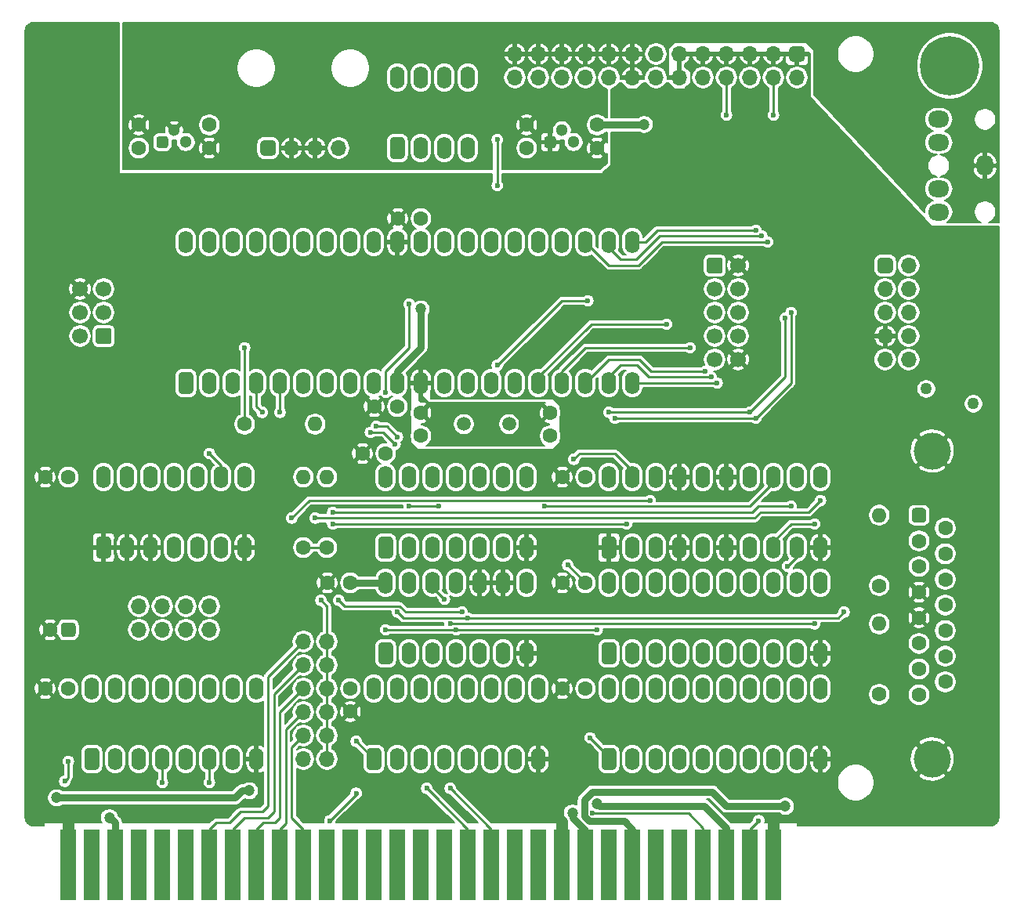
<source format=gbr>
%TF.GenerationSoftware,KiCad,Pcbnew,(5.1.10)-1*%
%TF.CreationDate,2022-04-15T02:01:01-07:00*%
%TF.ProjectId,hardmpu-wt,68617264-6d70-4752-9d77-742e6b696361,rev?*%
%TF.SameCoordinates,PX525bfc0PY8670810*%
%TF.FileFunction,Copper,L2,Bot*%
%TF.FilePolarity,Positive*%
%FSLAX46Y46*%
G04 Gerber Fmt 4.6, Leading zero omitted, Abs format (unit mm)*
G04 Created by KiCad (PCBNEW (5.1.10)-1) date 2022-04-15 02:01:01*
%MOMM*%
%LPD*%
G01*
G04 APERTURE LIST*
%TA.AperFunction,ComponentPad*%
%ADD10O,1.700000X1.700000*%
%TD*%
%TA.AperFunction,ComponentPad*%
%ADD11C,6.400000*%
%TD*%
%TA.AperFunction,ComponentPad*%
%ADD12C,1.300000*%
%TD*%
%TA.AperFunction,ComponentPad*%
%ADD13O,1.600000X2.400000*%
%TD*%
%TA.AperFunction,ComponentPad*%
%ADD14C,1.600000*%
%TD*%
%TA.AperFunction,ComponentPad*%
%ADD15O,2.300000X1.800000*%
%TD*%
%TA.AperFunction,ComponentPad*%
%ADD16O,1.800000X2.300000*%
%TD*%
%TA.AperFunction,ConnectorPad*%
%ADD17R,1.780000X7.620000*%
%TD*%
%TA.AperFunction,ComponentPad*%
%ADD18O,1.600000X1.600000*%
%TD*%
%TA.AperFunction,ComponentPad*%
%ADD19C,4.000000*%
%TD*%
%TA.AperFunction,ComponentPad*%
%ADD20C,1.270000*%
%TD*%
%TA.AperFunction,ComponentPad*%
%ADD21C,1.500000*%
%TD*%
%TA.AperFunction,ComponentPad*%
%ADD22C,1.700000*%
%TD*%
%TA.AperFunction,ViaPad*%
%ADD23C,1.200000*%
%TD*%
%TA.AperFunction,ViaPad*%
%ADD24C,0.600000*%
%TD*%
%TA.AperFunction,Conductor*%
%ADD25C,1.270000*%
%TD*%
%TA.AperFunction,Conductor*%
%ADD26C,0.762000*%
%TD*%
%TA.AperFunction,Conductor*%
%ADD27C,0.254000*%
%TD*%
%TA.AperFunction,Conductor*%
%ADD28C,0.203200*%
%TD*%
%TA.AperFunction,Conductor*%
%ADD29C,0.100000*%
%TD*%
G04 APERTURE END LIST*
D10*
%TO.P,J7,4*%
%TO.N,/Wavetable/RIGHT'*%
X31750000Y73660000D03*
%TO.P,J7,3*%
%TO.N,GND*%
X29210000Y73660000D03*
%TO.P,J7,2*%
X26670000Y73660000D03*
%TO.P,J7,1*%
%TO.N,/Wavetable/LEFT'*%
%TA.AperFunction,ComponentPad*%
G36*
G01*
X24555000Y72810000D02*
X23705000Y72810000D01*
G75*
G02*
X23280000Y73235000I0J425000D01*
G01*
X23280000Y74085000D01*
G75*
G02*
X23705000Y74510000I425000J0D01*
G01*
X24555000Y74510000D01*
G75*
G02*
X24980000Y74085000I0J-425000D01*
G01*
X24980000Y73235000D01*
G75*
G02*
X24555000Y72810000I-425000J0D01*
G01*
G37*
%TD.AperFunction*%
%TD*%
D11*
%TO.P,H3,1*%
%TO.N,Net-(H3-Pad1)*%
X97790000Y82550000D03*
%TD*%
D12*
%TO.P,U11,2*%
%TO.N,-12V*%
X55880000Y75565000D03*
%TO.P,U11,3*%
%TO.N,-5VA*%
X57150000Y74295000D03*
%TO.P,U11,1*%
%TO.N,GND*%
%TA.AperFunction,ComponentPad*%
G36*
G01*
X53960000Y73970000D02*
X53960000Y74620000D01*
G75*
G02*
X54285000Y74945000I325000J0D01*
G01*
X54935000Y74945000D01*
G75*
G02*
X55260000Y74620000I0J-325000D01*
G01*
X55260000Y73970000D01*
G75*
G02*
X54935000Y73645000I-325000J0D01*
G01*
X54285000Y73645000D01*
G75*
G02*
X53960000Y73970000I0J325000D01*
G01*
G37*
%TD.AperFunction*%
%TD*%
D13*
%TO.P,U12,8*%
%TO.N,+5VA*%
X38100000Y81280000D03*
%TO.P,U12,4*%
%TO.N,-5VA*%
X45720000Y73660000D03*
%TO.P,U12,7*%
%TO.N,/Wavetable/RIGHT'*%
X40640000Y81280000D03*
%TO.P,U12,3*%
%TO.N,/Wavetable/LEFT*%
X43180000Y73660000D03*
%TO.P,U12,6*%
%TO.N,/Wavetable/RIGHT'*%
X43180000Y81280000D03*
%TO.P,U12,2*%
%TO.N,/Wavetable/LEFT'*%
X40640000Y73660000D03*
%TO.P,U12,5*%
%TO.N,/Wavetable/RIGHT*%
X45720000Y81280000D03*
%TO.P,U12,1*%
%TO.N,/Wavetable/LEFT'*%
%TA.AperFunction,ComponentPad*%
G36*
G01*
X38500000Y72460000D02*
X37700000Y72460000D01*
G75*
G02*
X37300000Y72860000I0J400000D01*
G01*
X37300000Y74460000D01*
G75*
G02*
X37700000Y74860000I400000J0D01*
G01*
X38500000Y74860000D01*
G75*
G02*
X38900000Y74460000I0J-400000D01*
G01*
X38900000Y72860000D01*
G75*
G02*
X38500000Y72460000I-400000J0D01*
G01*
G37*
%TD.AperFunction*%
%TD*%
D12*
%TO.P,U10,2*%
%TO.N,GND*%
X13970000Y75565000D03*
%TO.P,U10,3*%
%TO.N,+12V*%
X15240000Y74295000D03*
%TO.P,U10,1*%
%TO.N,+5VA*%
%TA.AperFunction,ComponentPad*%
G36*
G01*
X12050000Y73970000D02*
X12050000Y74620000D01*
G75*
G02*
X12375000Y74945000I325000J0D01*
G01*
X13025000Y74945000D01*
G75*
G02*
X13350000Y74620000I0J-325000D01*
G01*
X13350000Y73970000D01*
G75*
G02*
X13025000Y73645000I-325000J0D01*
G01*
X12375000Y73645000D01*
G75*
G02*
X12050000Y73970000I0J325000D01*
G01*
G37*
%TD.AperFunction*%
%TD*%
D14*
%TO.P,C16,2*%
%TO.N,-5VA*%
X52070000Y73660000D03*
%TO.P,C16,1*%
%TO.N,GND*%
X52070000Y76160000D03*
%TD*%
%TO.P,C12,2*%
%TO.N,-12V*%
X59690000Y76160000D03*
%TO.P,C12,1*%
%TO.N,GND*%
X59690000Y73660000D03*
%TD*%
%TO.P,C15,2*%
%TO.N,GND*%
X17780000Y73660000D03*
%TO.P,C15,1*%
%TO.N,+5VA*%
X17780000Y76160000D03*
%TD*%
%TO.P,C11,2*%
%TO.N,GND*%
X10160000Y76160000D03*
%TO.P,C11,1*%
%TO.N,+12V*%
X10160000Y73660000D03*
%TD*%
D15*
%TO.P,J3,RN*%
%TO.N,/Wavetable/RIGHT'*%
X96600000Y69255000D03*
%TO.P,J3,TN*%
%TO.N,/Wavetable/LEFT'*%
X96600000Y74255000D03*
%TO.P,J3,R*%
%TO.N,/Wavetable/RIGHT'*%
X96600000Y66755000D03*
%TO.P,J3,T*%
%TO.N,/Wavetable/LEFT'*%
X96600000Y76755000D03*
D16*
%TO.P,J3,S*%
%TO.N,GND*%
X101600000Y71755000D03*
%TD*%
D10*
%TO.P,J6,26*%
%TO.N,~RESET*%
X50800000Y81280000D03*
%TO.P,J6,25*%
%TO.N,GND*%
X50800000Y83820000D03*
%TO.P,J6,24*%
%TO.N,/Wavetable/LEFT*%
X53340000Y81280000D03*
%TO.P,J6,23*%
%TO.N,GND*%
X53340000Y83820000D03*
%TO.P,J6,22*%
%TO.N,-12V*%
X55880000Y81280000D03*
%TO.P,J6,21*%
%TO.N,GND*%
X55880000Y83820000D03*
%TO.P,J6,20*%
%TO.N,/Wavetable/RIGHT*%
X58420000Y81280000D03*
%TO.P,J6,19*%
%TO.N,GND*%
X58420000Y83820000D03*
%TO.P,J6,18*%
%TO.N,+12V*%
X60960000Y81280000D03*
%TO.P,J6,17*%
%TO.N,GND*%
X60960000Y83820000D03*
%TO.P,J6,16*%
X63500000Y81280000D03*
%TO.P,J6,15*%
X63500000Y83820000D03*
%TO.P,J6,14*%
%TO.N,+5V*%
X66040000Y81280000D03*
%TO.P,J6,13*%
%TO.N,Net-(J6-Pad13)*%
X66040000Y83820000D03*
%TO.P,J6,12*%
%TO.N,GND*%
X68580000Y81280000D03*
%TO.P,J6,11*%
X68580000Y83820000D03*
%TO.P,J6,10*%
%TO.N,+5V*%
X71120000Y81280000D03*
%TO.P,J6,9*%
%TO.N,GND*%
X71120000Y83820000D03*
%TO.P,J6,8*%
%TO.N,MIDI_RX*%
X73660000Y81280000D03*
%TO.P,J6,7*%
%TO.N,GND*%
X73660000Y83820000D03*
%TO.P,J6,6*%
%TO.N,+5V*%
X76200000Y81280000D03*
%TO.P,J6,5*%
%TO.N,GND*%
X76200000Y83820000D03*
%TO.P,J6,4*%
%TO.N,MIDI_TX*%
X78740000Y81280000D03*
%TO.P,J6,3*%
%TO.N,GND*%
X78740000Y83820000D03*
%TO.P,J6,2*%
%TO.N,Net-(J6-Pad2)*%
X81280000Y81280000D03*
%TO.P,J6,1*%
%TO.N,GND*%
%TA.AperFunction,ComponentPad*%
G36*
G01*
X80855000Y84670000D02*
X81705000Y84670000D01*
G75*
G02*
X82130000Y84245000I0J-425000D01*
G01*
X82130000Y83395000D01*
G75*
G02*
X81705000Y82970000I-425000J0D01*
G01*
X80855000Y82970000D01*
G75*
G02*
X80430000Y83395000I0J425000D01*
G01*
X80430000Y84245000D01*
G75*
G02*
X80855000Y84670000I425000J0D01*
G01*
G37*
%TD.AperFunction*%
%TD*%
D13*
%TO.P,U3,14*%
%TO.N,+5V*%
X36830000Y26670000D03*
%TO.P,U3,7*%
%TO.N,GND*%
X52070000Y19050000D03*
%TO.P,U3,13*%
%TO.N,~RESET*%
X39370000Y26670000D03*
%TO.P,U3,6*%
%TO.N,/~IDRRS*%
X49530000Y19050000D03*
%TO.P,U3,12*%
%TO.N,/~DR*%
X41910000Y26670000D03*
%TO.P,U3,5*%
%TO.N,~RESET*%
X46990000Y19050000D03*
%TO.P,U3,11*%
%TO.N,/~DRRS*%
X44450000Y26670000D03*
%TO.P,U3,4*%
%TO.N,/~IDR*%
X44450000Y19050000D03*
%TO.P,U3,10*%
%TO.N,GND*%
X46990000Y26670000D03*
%TO.P,U3,3*%
%TO.N,/~DRCLK*%
X41910000Y19050000D03*
%TO.P,U3,9*%
%TO.N,GND*%
X49530000Y26670000D03*
%TO.P,U3,2*%
%TO.N,/~DW*%
X39370000Y19050000D03*
%TO.P,U3,8*%
%TO.N,Net-(U3-Pad8)*%
X52070000Y26670000D03*
%TO.P,U3,1*%
%TO.N,/~CW*%
%TA.AperFunction,ComponentPad*%
G36*
G01*
X37230000Y17850000D02*
X36430000Y17850000D01*
G75*
G02*
X36030000Y18250000I0J400000D01*
G01*
X36030000Y19850000D01*
G75*
G02*
X36430000Y20250000I400000J0D01*
G01*
X37230000Y20250000D01*
G75*
G02*
X37630000Y19850000I0J-400000D01*
G01*
X37630000Y18250000D01*
G75*
G02*
X37230000Y17850000I-400000J0D01*
G01*
G37*
%TD.AperFunction*%
%TD*%
%TO.P,U8,14*%
%TO.N,+5V*%
X36830000Y38100000D03*
%TO.P,U8,7*%
%TO.N,GND*%
X52070000Y30480000D03*
%TO.P,U8,13*%
%TO.N,/~IDRRS*%
X39370000Y38100000D03*
%TO.P,U8,6*%
%TO.N,/~DRR*%
X49530000Y30480000D03*
%TO.P,U8,12*%
%TO.N,+5V*%
X41910000Y38100000D03*
%TO.P,U8,5*%
%TO.N,/DRR*%
X46990000Y30480000D03*
%TO.P,U8,11*%
%TO.N,/~CW*%
X44450000Y38100000D03*
%TO.P,U8,4*%
%TO.N,+5V*%
X44450000Y30480000D03*
%TO.P,U8,10*%
X46990000Y38100000D03*
%TO.P,U8,3*%
%TO.N,/~DW*%
X41910000Y30480000D03*
%TO.P,U8,9*%
%TO.N,/CRR*%
X49530000Y38100000D03*
%TO.P,U8,2*%
%TO.N,+5V*%
X39370000Y30480000D03*
%TO.P,U8,8*%
%TO.N,Net-(U8-Pad8)*%
X52070000Y38100000D03*
%TO.P,U8,1*%
%TO.N,/~IDRRS*%
%TA.AperFunction,ComponentPad*%
G36*
G01*
X37230000Y29280000D02*
X36430000Y29280000D01*
G75*
G02*
X36030000Y29680000I0J400000D01*
G01*
X36030000Y31280000D01*
G75*
G02*
X36430000Y31680000I400000J0D01*
G01*
X37230000Y31680000D01*
G75*
G02*
X37630000Y31280000I0J-400000D01*
G01*
X37630000Y29680000D01*
G75*
G02*
X37230000Y29280000I-400000J0D01*
G01*
G37*
%TD.AperFunction*%
%TD*%
D17*
%TO.P,J8,1*%
%TO.N,GND*%
X78740000Y-3810000D03*
%TO.P,J8,2*%
%TO.N,/RESET*%
X76200000Y-3810000D03*
%TO.P,J8,3*%
%TO.N,+5V*%
X73660000Y-3810000D03*
%TO.P,J8,4*%
%TO.N,/IRQ9*%
X71120000Y-3810000D03*
%TO.P,J8,5*%
%TO.N,Net-(J8-Pad5)*%
X68580000Y-3810000D03*
%TO.P,J8,6*%
%TO.N,Net-(J8-Pad6)*%
X66040000Y-3810000D03*
%TO.P,J8,7*%
%TO.N,-12V*%
X63500000Y-3810000D03*
%TO.P,J8,8*%
%TO.N,Net-(J8-Pad8)*%
X60960000Y-3810000D03*
%TO.P,J8,9*%
%TO.N,+12V*%
X58420000Y-3810000D03*
%TO.P,J8,10*%
%TO.N,GND*%
X55880000Y-3810000D03*
%TO.P,J8,11*%
%TO.N,Net-(J8-Pad11)*%
X53340000Y-3810000D03*
%TO.P,J8,12*%
%TO.N,Net-(J8-Pad12)*%
X50800000Y-3810000D03*
%TO.P,J8,13*%
%TO.N,/~IOW*%
X48260000Y-3810000D03*
%TO.P,J8,14*%
%TO.N,/~IOR*%
X45720000Y-3810000D03*
%TO.P,J8,15*%
%TO.N,Net-(J8-Pad15)*%
X43180000Y-3810000D03*
%TO.P,J8,16*%
%TO.N,Net-(J8-Pad16)*%
X40640000Y-3810000D03*
%TO.P,J8,17*%
%TO.N,Net-(J8-Pad17)*%
X38100000Y-3810000D03*
%TO.P,J8,18*%
%TO.N,Net-(J8-Pad18)*%
X35560000Y-3810000D03*
%TO.P,J8,19*%
%TO.N,Net-(J8-Pad19)*%
X33020000Y-3810000D03*
%TO.P,J8,20*%
%TO.N,Net-(J8-Pad20)*%
X30480000Y-3810000D03*
%TO.P,J8,21*%
%TO.N,/IRQ7*%
X27940000Y-3810000D03*
%TO.P,J8,22*%
%TO.N,/IRQ6*%
X25400000Y-3810000D03*
%TO.P,J8,23*%
%TO.N,/IRQ5*%
X22860000Y-3810000D03*
%TO.P,J8,24*%
%TO.N,/IRQ4*%
X20320000Y-3810000D03*
%TO.P,J8,25*%
%TO.N,/IRQ3*%
X17780000Y-3810000D03*
%TO.P,J8,26*%
%TO.N,Net-(J8-Pad26)*%
X15240000Y-3810000D03*
%TO.P,J8,27*%
%TO.N,Net-(J8-Pad27)*%
X12700000Y-3810000D03*
%TO.P,J8,28*%
%TO.N,Net-(J8-Pad28)*%
X10160000Y-3810000D03*
%TO.P,J8,29*%
%TO.N,+5V*%
X7620000Y-3810000D03*
%TO.P,J8,30*%
%TO.N,Net-(J8-Pad30)*%
X5080000Y-3810000D03*
%TO.P,J8,31*%
%TO.N,GND*%
X2540000Y-3810000D03*
%TD*%
D13*
%TO.P,U1,16*%
%TO.N,+5V*%
X35560000Y15240000D03*
%TO.P,U1,8*%
%TO.N,GND*%
X53340000Y7620000D03*
%TO.P,U1,15*%
%TO.N,Net-(U1-Pad15)*%
X38100000Y15240000D03*
%TO.P,U1,7*%
%TO.N,Net-(U1-Pad7)*%
X50800000Y7620000D03*
%TO.P,U1,14*%
%TO.N,Net-(U1-Pad14)*%
X40640000Y15240000D03*
%TO.P,U1,6*%
%TO.N,/BA9*%
X48260000Y7620000D03*
%TO.P,U1,13*%
%TO.N,/~DW*%
X43180000Y15240000D03*
%TO.P,U1,5*%
%TO.N,/~IOCS*%
X45720000Y7620000D03*
%TO.P,U1,12*%
%TO.N,/~CW*%
X45720000Y15240000D03*
%TO.P,U1,4*%
%TO.N,/BA3*%
X43180000Y7620000D03*
%TO.P,U1,11*%
%TO.N,/~DR*%
X48260000Y15240000D03*
%TO.P,U1,3*%
%TO.N,/~IOW*%
X40640000Y7620000D03*
%TO.P,U1,10*%
%TO.N,/~CR*%
X50800000Y15240000D03*
%TO.P,U1,2*%
%TO.N,/~IOR*%
X38100000Y7620000D03*
%TO.P,U1,9*%
%TO.N,Net-(U1-Pad9)*%
X53340000Y15240000D03*
%TO.P,U1,1*%
%TO.N,/BA0*%
%TA.AperFunction,ComponentPad*%
G36*
G01*
X35960000Y6420000D02*
X35160000Y6420000D01*
G75*
G02*
X34760000Y6820000I0J400000D01*
G01*
X34760000Y8420000D01*
G75*
G02*
X35160000Y8820000I400000J0D01*
G01*
X35960000Y8820000D01*
G75*
G02*
X36360000Y8420000I0J-400000D01*
G01*
X36360000Y6820000D01*
G75*
G02*
X35960000Y6420000I-400000J0D01*
G01*
G37*
%TD.AperFunction*%
%TD*%
D14*
%TO.P,C17,2*%
%TO.N,GND*%
X540000Y21590000D03*
%TO.P,C17,1*%
%TO.N,+5V*%
%TA.AperFunction,ComponentPad*%
G36*
G01*
X3340000Y21990000D02*
X3340000Y21190000D01*
G75*
G02*
X2940000Y20790000I-400000J0D01*
G01*
X2140000Y20790000D01*
G75*
G02*
X1740000Y21190000I0J400000D01*
G01*
X1740000Y21990000D01*
G75*
G02*
X2140000Y22390000I400000J0D01*
G01*
X2940000Y22390000D01*
G75*
G02*
X3340000Y21990000I0J-400000D01*
G01*
G37*
%TD.AperFunction*%
%TD*%
D10*
%TO.P,JP2,12*%
%TO.N,/IRQ*%
X30480000Y7620000D03*
%TO.P,JP2,11*%
%TO.N,/IRQ9*%
X27940000Y7620000D03*
%TO.P,JP2,10*%
%TO.N,/IRQ*%
X30480000Y10160000D03*
%TO.P,JP2,9*%
%TO.N,/IRQ7*%
X27940000Y10160000D03*
%TO.P,JP2,8*%
%TO.N,/IRQ*%
X30480000Y12700000D03*
%TO.P,JP2,7*%
%TO.N,/IRQ6*%
X27940000Y12700000D03*
%TO.P,JP2,6*%
%TO.N,/IRQ*%
X30480000Y15240000D03*
%TO.P,JP2,5*%
%TO.N,/IRQ5*%
X27940000Y15240000D03*
%TO.P,JP2,4*%
%TO.N,/IRQ*%
X30480000Y17780000D03*
%TO.P,JP2,3*%
%TO.N,/IRQ4*%
X27940000Y17780000D03*
%TO.P,JP2,2*%
%TO.N,/IRQ*%
X30480000Y20320000D03*
%TO.P,JP2,1*%
%TO.N,/IRQ3*%
X27940000Y20320000D03*
%TD*%
D14*
%TO.P,C10,2*%
%TO.N,GND*%
X38140000Y66040000D03*
%TO.P,C10,1*%
%TO.N,+5V*%
X40640000Y66040000D03*
%TD*%
%TO.P,C8,2*%
%TO.N,GND*%
X34330000Y40640000D03*
%TO.P,C8,1*%
%TO.N,+5V*%
X36830000Y40640000D03*
%TD*%
%TO.P,C7,2*%
%TO.N,GND*%
X40000Y38100000D03*
%TO.P,C7,1*%
%TO.N,+5V*%
X2540000Y38100000D03*
%TD*%
%TO.P,C6,1*%
%TO.N,+5V*%
X58420000Y38100000D03*
%TO.P,C6,2*%
%TO.N,GND*%
X55920000Y38100000D03*
%TD*%
%TO.P,C5,1*%
%TO.N,GND*%
X55920000Y26670000D03*
%TO.P,C5,2*%
%TO.N,+5V*%
X58420000Y26670000D03*
%TD*%
%TO.P,C4,1*%
%TO.N,GND*%
X55920000Y15240000D03*
%TO.P,C4,2*%
%TO.N,+5V*%
X58420000Y15240000D03*
%TD*%
%TO.P,C3,2*%
%TO.N,GND*%
X30520000Y26670000D03*
%TO.P,C3,1*%
%TO.N,+5V*%
X33020000Y26670000D03*
%TD*%
%TO.P,C2,2*%
%TO.N,+5V*%
X2540000Y15240000D03*
%TO.P,C2,1*%
%TO.N,GND*%
X40000Y15240000D03*
%TD*%
%TO.P,C1,2*%
%TO.N,+5V*%
X33020000Y15240000D03*
%TO.P,C1,1*%
%TO.N,GND*%
X33020000Y12740000D03*
%TD*%
D18*
%TO.P,R5,2*%
%TO.N,MIDI_RX*%
X90170000Y22225000D03*
D14*
%TO.P,R5,1*%
%TO.N,/RX'*%
X90170000Y14605000D03*
%TD*%
D18*
%TO.P,R4,2*%
%TO.N,MIDI_TX*%
X90170000Y33972500D03*
D14*
%TO.P,R4,1*%
%TO.N,/TX'*%
X90170000Y26352500D03*
%TD*%
%TO.P,J1,1*%
%TO.N,+5VP*%
%TA.AperFunction,ComponentPad*%
G36*
G01*
X94865000Y33165000D02*
X94065000Y33165000D01*
G75*
G02*
X93665000Y33565000I0J400000D01*
G01*
X93665000Y34365000D01*
G75*
G02*
X94065000Y34765000I400000J0D01*
G01*
X94865000Y34765000D01*
G75*
G02*
X95265000Y34365000I0J-400000D01*
G01*
X95265000Y33565000D01*
G75*
G02*
X94865000Y33165000I-400000J0D01*
G01*
G37*
%TD.AperFunction*%
%TO.P,J1,2*%
%TO.N,Net-(J1-Pad2)*%
X94465000Y31195000D03*
%TO.P,J1,3*%
%TO.N,Net-(J1-Pad3)*%
X94465000Y28425000D03*
%TO.P,J1,4*%
%TO.N,GND*%
X94465000Y25655000D03*
%TO.P,J1,5*%
X94465000Y22885000D03*
%TO.P,J1,6*%
%TO.N,Net-(J1-Pad6)*%
X94465000Y20115000D03*
%TO.P,J1,7*%
%TO.N,Net-(J1-Pad7)*%
X94465000Y17345000D03*
%TO.P,J1,8*%
%TO.N,+5VP*%
X94465000Y14575000D03*
%TO.P,J1,9*%
X97305000Y32580000D03*
%TO.P,J1,10*%
%TO.N,Net-(J1-Pad10)*%
X97305000Y29810000D03*
%TO.P,J1,11*%
%TO.N,Net-(J1-Pad11)*%
X97305000Y27040000D03*
%TO.P,J1,12*%
%TO.N,/TX'*%
X97305000Y24270000D03*
%TO.P,J1,13*%
%TO.N,Net-(J1-Pad13)*%
X97305000Y21500000D03*
%TO.P,J1,14*%
%TO.N,Net-(J1-Pad14)*%
X97305000Y18730000D03*
%TO.P,J1,15*%
%TO.N,/RX'*%
X97305000Y15960000D03*
D19*
%TO.P,J1,0*%
%TO.N,GND*%
X95885000Y7620000D03*
X95885000Y40920000D03*
%TD*%
D20*
%TO.P,F1,1*%
%TO.N,+5VP*%
X95250000Y47625000D03*
%TO.P,F1,2*%
%TO.N,+5V*%
X100350000Y46025000D03*
%TD*%
D13*
%TO.P,U7,14*%
%TO.N,+5V*%
X6350000Y38100000D03*
%TO.P,U7,7*%
%TO.N,GND*%
X21590000Y30480000D03*
%TO.P,U7,13*%
%TO.N,/~DRRS*%
X8890000Y38100000D03*
%TO.P,U7,6*%
%TO.N,Net-(U7-Pad6)*%
X19050000Y30480000D03*
%TO.P,U7,12*%
%TO.N,+5V*%
X11430000Y38100000D03*
%TO.P,U7,5*%
%TO.N,Net-(U7-Pad5)*%
X16510000Y30480000D03*
%TO.P,U7,11*%
%TO.N,/~IDW*%
X13970000Y38100000D03*
%TO.P,U7,4*%
%TO.N,+5V*%
X13970000Y30480000D03*
%TO.P,U7,10*%
X16510000Y38100000D03*
%TO.P,U7,3*%
%TO.N,GND*%
X11430000Y30480000D03*
%TO.P,U7,9*%
%TO.N,/DSR*%
X19050000Y38100000D03*
%TO.P,U7,2*%
%TO.N,GND*%
X8890000Y30480000D03*
%TO.P,U7,8*%
%TO.N,/~DSR*%
X21590000Y38100000D03*
%TO.P,U7,1*%
%TO.N,GND*%
%TA.AperFunction,ComponentPad*%
G36*
G01*
X6750000Y29280000D02*
X5950000Y29280000D01*
G75*
G02*
X5550000Y29680000I0J400000D01*
G01*
X5550000Y31280000D01*
G75*
G02*
X5950000Y31680000I400000J0D01*
G01*
X6750000Y31680000D01*
G75*
G02*
X7150000Y31280000I0J-400000D01*
G01*
X7150000Y29680000D01*
G75*
G02*
X6750000Y29280000I-400000J0D01*
G01*
G37*
%TD.AperFunction*%
%TD*%
%TO.P,U6,1*%
%TO.N,GND*%
%TA.AperFunction,ComponentPad*%
G36*
G01*
X61360000Y29280000D02*
X60560000Y29280000D01*
G75*
G02*
X60160000Y29680000I0J400000D01*
G01*
X60160000Y31280000D01*
G75*
G02*
X60560000Y31680000I400000J0D01*
G01*
X61360000Y31680000D01*
G75*
G02*
X61760000Y31280000I0J-400000D01*
G01*
X61760000Y29680000D01*
G75*
G02*
X61360000Y29280000I-400000J0D01*
G01*
G37*
%TD.AperFunction*%
%TO.P,U6,11*%
%TO.N,/DSR*%
X83820000Y38100000D03*
%TO.P,U6,2*%
%TO.N,/~DSR*%
X63500000Y30480000D03*
%TO.P,U6,12*%
%TO.N,~RESET*%
X81280000Y38100000D03*
%TO.P,U6,3*%
%TO.N,Net-(U6-Pad3)*%
X66040000Y30480000D03*
%TO.P,U6,13*%
%TO.N,/~DRR*%
X78740000Y38100000D03*
%TO.P,U6,4*%
%TO.N,GND*%
X68580000Y30480000D03*
%TO.P,U6,14*%
%TO.N,Net-(U6-Pad14)*%
X76200000Y38100000D03*
%TO.P,U6,5*%
%TO.N,Net-(U6-Pad5)*%
X71120000Y30480000D03*
%TO.P,U6,15*%
%TO.N,GND*%
X73660000Y38100000D03*
%TO.P,U6,6*%
X73660000Y30480000D03*
%TO.P,U6,16*%
%TO.N,Net-(U6-Pad16)*%
X71120000Y38100000D03*
%TO.P,U6,7*%
%TO.N,/DB6*%
X76200000Y30480000D03*
%TO.P,U6,17*%
%TO.N,GND*%
X68580000Y38100000D03*
%TO.P,U6,8*%
%TO.N,/RESET*%
X78740000Y30480000D03*
%TO.P,U6,18*%
%TO.N,/IRQ*%
X66040000Y38100000D03*
%TO.P,U6,9*%
%TO.N,/DB7*%
X81280000Y30480000D03*
%TO.P,U6,19*%
%TO.N,/~CR*%
X63500000Y38100000D03*
%TO.P,U6,10*%
%TO.N,GND*%
X83820000Y30480000D03*
%TO.P,U6,20*%
%TO.N,+5V*%
X60960000Y38100000D03*
%TD*%
%TO.P,U5,1*%
%TO.N,/~IDR*%
%TA.AperFunction,ComponentPad*%
G36*
G01*
X61360000Y17850000D02*
X60560000Y17850000D01*
G75*
G02*
X60160000Y18250000I0J400000D01*
G01*
X60160000Y19850000D01*
G75*
G02*
X60560000Y20250000I400000J0D01*
G01*
X61360000Y20250000D01*
G75*
G02*
X61760000Y19850000I0J-400000D01*
G01*
X61760000Y18250000D01*
G75*
G02*
X61360000Y17850000I-400000J0D01*
G01*
G37*
%TD.AperFunction*%
%TO.P,U5,11*%
%TO.N,/~DRCLK*%
X83820000Y26670000D03*
%TO.P,U5,2*%
%TO.N,/DB0*%
X63500000Y19050000D03*
%TO.P,U5,12*%
%TO.N,/D7*%
X81280000Y26670000D03*
%TO.P,U5,3*%
%TO.N,/DB1*%
X66040000Y19050000D03*
%TO.P,U5,13*%
%TO.N,/D6*%
X78740000Y26670000D03*
%TO.P,U5,4*%
%TO.N,/DB2*%
X68580000Y19050000D03*
%TO.P,U5,14*%
%TO.N,/D5*%
X76200000Y26670000D03*
%TO.P,U5,5*%
%TO.N,/DB3*%
X71120000Y19050000D03*
%TO.P,U5,15*%
%TO.N,/D4*%
X73660000Y26670000D03*
%TO.P,U5,6*%
%TO.N,/DB4*%
X73660000Y19050000D03*
%TO.P,U5,16*%
%TO.N,/D3*%
X71120000Y26670000D03*
%TO.P,U5,7*%
%TO.N,/DB5*%
X76200000Y19050000D03*
%TO.P,U5,17*%
%TO.N,/D2*%
X68580000Y26670000D03*
%TO.P,U5,8*%
%TO.N,/DB6*%
X78740000Y19050000D03*
%TO.P,U5,18*%
%TO.N,/D1*%
X66040000Y26670000D03*
%TO.P,U5,9*%
%TO.N,/DB7*%
X81280000Y19050000D03*
%TO.P,U5,19*%
%TO.N,/D0*%
X63500000Y26670000D03*
%TO.P,U5,10*%
%TO.N,GND*%
X83820000Y19050000D03*
%TO.P,U5,20*%
%TO.N,+5V*%
X60960000Y26670000D03*
%TD*%
%TO.P,U4,1*%
%TO.N,/~DR*%
%TA.AperFunction,ComponentPad*%
G36*
G01*
X61360000Y6420000D02*
X60560000Y6420000D01*
G75*
G02*
X60160000Y6820000I0J400000D01*
G01*
X60160000Y8420000D01*
G75*
G02*
X60560000Y8820000I400000J0D01*
G01*
X61360000Y8820000D01*
G75*
G02*
X61760000Y8420000I0J-400000D01*
G01*
X61760000Y6820000D01*
G75*
G02*
X61360000Y6420000I-400000J0D01*
G01*
G37*
%TD.AperFunction*%
%TO.P,U4,11*%
%TO.N,/~IDW*%
X83820000Y15240000D03*
%TO.P,U4,2*%
%TO.N,/D0*%
X63500000Y7620000D03*
%TO.P,U4,12*%
%TO.N,/DB7*%
X81280000Y15240000D03*
%TO.P,U4,3*%
%TO.N,/D1*%
X66040000Y7620000D03*
%TO.P,U4,13*%
%TO.N,/DB6*%
X78740000Y15240000D03*
%TO.P,U4,4*%
%TO.N,/D2*%
X68580000Y7620000D03*
%TO.P,U4,14*%
%TO.N,/DB5*%
X76200000Y15240000D03*
%TO.P,U4,5*%
%TO.N,/D3*%
X71120000Y7620000D03*
%TO.P,U4,15*%
%TO.N,/DB4*%
X73660000Y15240000D03*
%TO.P,U4,6*%
%TO.N,/D4*%
X73660000Y7620000D03*
%TO.P,U4,16*%
%TO.N,/DB3*%
X71120000Y15240000D03*
%TO.P,U4,7*%
%TO.N,/D5*%
X76200000Y7620000D03*
%TO.P,U4,17*%
%TO.N,/DB2*%
X68580000Y15240000D03*
%TO.P,U4,8*%
%TO.N,/D6*%
X78740000Y7620000D03*
%TO.P,U4,18*%
%TO.N,/DB1*%
X66040000Y15240000D03*
%TO.P,U4,9*%
%TO.N,/D7*%
X81280000Y7620000D03*
%TO.P,U4,19*%
%TO.N,/DB0*%
X63500000Y15240000D03*
%TO.P,U4,10*%
%TO.N,GND*%
X83820000Y7620000D03*
%TO.P,U4,20*%
%TO.N,+5V*%
X60960000Y15240000D03*
%TD*%
%TO.P,U2,16*%
%TO.N,+5V*%
X5080000Y15240000D03*
%TO.P,U2,8*%
%TO.N,GND*%
X22860000Y7620000D03*
%TO.P,U2,15*%
%TO.N,/300h*%
X7620000Y15240000D03*
%TO.P,U2,7*%
%TO.N,Net-(U2-Pad7)*%
X20320000Y7620000D03*
%TO.P,U2,14*%
%TO.N,/310h*%
X10160000Y15240000D03*
%TO.P,U2,6*%
%TO.N,/BA8*%
X17780000Y7620000D03*
%TO.P,U2,13*%
%TO.N,/320h*%
X12700000Y15240000D03*
%TO.P,U2,5*%
%TO.N,/AEN*%
X15240000Y7620000D03*
%TO.P,U2,12*%
%TO.N,/330h*%
X15240000Y15240000D03*
%TO.P,U2,4*%
%TO.N,/BA6*%
X12700000Y7620000D03*
%TO.P,U2,11*%
%TO.N,Net-(U2-Pad11)*%
X17780000Y15240000D03*
%TO.P,U2,3*%
%TO.N,/BA7*%
X10160000Y7620000D03*
%TO.P,U2,10*%
%TO.N,Net-(U2-Pad10)*%
X20320000Y15240000D03*
%TO.P,U2,2*%
%TO.N,/BA5*%
X7620000Y7620000D03*
%TO.P,U2,9*%
%TO.N,Net-(U2-Pad9)*%
X22860000Y15240000D03*
%TO.P,U2,1*%
%TO.N,/BA4*%
%TA.AperFunction,ComponentPad*%
G36*
G01*
X5480000Y6420000D02*
X4680000Y6420000D01*
G75*
G02*
X4280000Y6820000I0J400000D01*
G01*
X4280000Y8420000D01*
G75*
G02*
X4680000Y8820000I400000J0D01*
G01*
X5480000Y8820000D01*
G75*
G02*
X5880000Y8420000I0J-400000D01*
G01*
X5880000Y6820000D01*
G75*
G02*
X5480000Y6420000I-400000J0D01*
G01*
G37*
%TD.AperFunction*%
%TD*%
D10*
%TO.P,JP1,8*%
%TO.N,/~IOCS*%
X17780000Y24130000D03*
%TO.P,JP1,7*%
%TO.N,/330h*%
X17780000Y21590000D03*
%TO.P,JP1,6*%
%TO.N,/~IOCS*%
X15240000Y24130000D03*
%TO.P,JP1,5*%
%TO.N,/320h*%
X15240000Y21590000D03*
%TO.P,JP1,4*%
%TO.N,/~IOCS*%
X12700000Y24130000D03*
%TO.P,JP1,3*%
%TO.N,/310h*%
X12700000Y21590000D03*
%TO.P,JP1,2*%
%TO.N,/~IOCS*%
X10160000Y24130000D03*
%TO.P,JP1,1*%
%TO.N,/300h*%
X10160000Y21590000D03*
%TD*%
D21*
%TO.P,Y1,2*%
%TO.N,/X2*%
X45285000Y43815000D03*
%TO.P,Y1,1*%
%TO.N,/X1*%
X50165000Y43815000D03*
%TD*%
D13*
%TO.P,U9,40*%
%TO.N,/D0*%
X15240000Y63500000D03*
%TO.P,U9,20*%
%TO.N,/USER4*%
X63500000Y48260000D03*
%TO.P,U9,39*%
%TO.N,/D1*%
X17780000Y63500000D03*
%TO.P,U9,19*%
%TO.N,/USER3*%
X60960000Y48260000D03*
%TO.P,U9,38*%
%TO.N,/D2*%
X20320000Y63500000D03*
%TO.P,U9,18*%
%TO.N,/USER2*%
X58420000Y48260000D03*
%TO.P,U9,37*%
%TO.N,/D3*%
X22860000Y63500000D03*
%TO.P,U9,17*%
%TO.N,/USER1*%
X55880000Y48260000D03*
%TO.P,U9,36*%
%TO.N,/D4*%
X25400000Y63500000D03*
%TO.P,U9,16*%
%TO.N,/USER0*%
X53340000Y48260000D03*
%TO.P,U9,35*%
%TO.N,/D5*%
X27940000Y63500000D03*
%TO.P,U9,15*%
%TO.N,MIDI_TX*%
X50800000Y48260000D03*
%TO.P,U9,34*%
%TO.N,/D6*%
X30480000Y63500000D03*
%TO.P,U9,14*%
%TO.N,MIDI_RX*%
X48260000Y48260000D03*
%TO.P,U9,33*%
%TO.N,/D7*%
X33020000Y63500000D03*
%TO.P,U9,13*%
%TO.N,/X1*%
X45720000Y48260000D03*
%TO.P,U9,32*%
%TO.N,Net-(U9-Pad32)*%
X35560000Y63500000D03*
%TO.P,U9,12*%
%TO.N,/X2*%
X43180000Y48260000D03*
%TO.P,U9,31*%
%TO.N,GND*%
X38100000Y63500000D03*
%TO.P,U9,11*%
X40640000Y48260000D03*
%TO.P,U9,30*%
%TO.N,+5V*%
X40640000Y63500000D03*
%TO.P,U9,10*%
X38100000Y48260000D03*
%TO.P,U9,29*%
%TO.N,Net-(U9-Pad29)*%
X43180000Y63500000D03*
%TO.P,U9,9*%
%TO.N,/~AVRRST*%
X35560000Y48260000D03*
%TO.P,U9,28*%
%TO.N,Net-(U9-Pad28)*%
X45720000Y63500000D03*
%TO.P,U9,8*%
%TO.N,/SCK*%
X33020000Y48260000D03*
%TO.P,U9,27*%
%TO.N,/TDI*%
X48260000Y63500000D03*
%TO.P,U9,7*%
%TO.N,/MISO*%
X30480000Y48260000D03*
%TO.P,U9,26*%
%TO.N,/TDO*%
X50800000Y63500000D03*
%TO.P,U9,6*%
%TO.N,/MOSI*%
X27940000Y48260000D03*
%TO.P,U9,25*%
%TO.N,/TMS*%
X53340000Y63500000D03*
%TO.P,U9,5*%
%TO.N,/~IDR*%
X25400000Y48260000D03*
%TO.P,U9,24*%
%TO.N,/TCK*%
X55880000Y63500000D03*
%TO.P,U9,4*%
%TO.N,/~IDW*%
X22860000Y48260000D03*
%TO.P,U9,23*%
%TO.N,/SDA*%
X58420000Y63500000D03*
%TO.P,U9,3*%
%TO.N,/CRR*%
X20320000Y48260000D03*
%TO.P,U9,22*%
%TO.N,/SCL*%
X60960000Y63500000D03*
%TO.P,U9,2*%
%TO.N,/DRR*%
X17780000Y48260000D03*
%TO.P,U9,21*%
%TO.N,/USER5*%
X63500000Y63500000D03*
%TO.P,U9,1*%
%TO.N,/DSR*%
%TA.AperFunction,ComponentPad*%
G36*
G01*
X15640000Y47060000D02*
X14840000Y47060000D01*
G75*
G02*
X14440000Y47460000I0J400000D01*
G01*
X14440000Y49060000D01*
G75*
G02*
X14840000Y49460000I400000J0D01*
G01*
X15640000Y49460000D01*
G75*
G02*
X16040000Y49060000I0J-400000D01*
G01*
X16040000Y47460000D01*
G75*
G02*
X15640000Y47060000I-400000J0D01*
G01*
G37*
%TD.AperFunction*%
%TD*%
D18*
%TO.P,R3,2*%
%TO.N,/~IDR*%
X30480000Y38100000D03*
D14*
%TO.P,R3,1*%
%TO.N,+5V*%
X30480000Y30480000D03*
%TD*%
D18*
%TO.P,R2,2*%
%TO.N,/~IDW*%
X27940000Y38100000D03*
D14*
%TO.P,R2,1*%
%TO.N,+5V*%
X27940000Y30480000D03*
%TD*%
D18*
%TO.P,R1,2*%
%TO.N,~RESET*%
X29210000Y43815000D03*
D14*
%TO.P,R1,1*%
%TO.N,/~AVRRST*%
X21590000Y43815000D03*
%TD*%
D10*
%TO.P,J2,10*%
%TO.N,/USER3*%
X93345000Y50800000D03*
%TO.P,J2,9*%
%TO.N,/USER2*%
X90805000Y50800000D03*
%TO.P,J2,8*%
%TO.N,/USER4*%
X93345000Y53340000D03*
%TO.P,J2,7*%
%TO.N,GND*%
X90805000Y53340000D03*
%TO.P,J2,6*%
%TO.N,/USER5*%
X93345000Y55880000D03*
%TO.P,J2,5*%
%TO.N,+5VP*%
X90805000Y55880000D03*
%TO.P,J2,4*%
%TO.N,/SCL*%
X93345000Y58420000D03*
%TO.P,J2,3*%
%TO.N,/USER1*%
X90805000Y58420000D03*
%TO.P,J2,2*%
%TO.N,/SDA*%
X93345000Y60960000D03*
%TO.P,J2,1*%
%TO.N,/USER0*%
%TA.AperFunction,ComponentPad*%
G36*
G01*
X89955000Y60535000D02*
X89955000Y61385000D01*
G75*
G02*
X90380000Y61810000I425000J0D01*
G01*
X91230000Y61810000D01*
G75*
G02*
X91655000Y61385000I0J-425000D01*
G01*
X91655000Y60535000D01*
G75*
G02*
X91230000Y60110000I-425000J0D01*
G01*
X90380000Y60110000D01*
G75*
G02*
X89955000Y60535000I0J425000D01*
G01*
G37*
%TD.AperFunction*%
%TD*%
D22*
%TO.P,J5,10*%
%TO.N,GND*%
X74930000Y50800000D03*
%TO.P,J5,8*%
%TO.N,Net-(J5-Pad8)*%
X74930000Y53340000D03*
%TO.P,J5,6*%
%TO.N,/~AVRRST*%
X74930000Y55880000D03*
%TO.P,J5,4*%
%TO.N,+5V*%
X74930000Y58420000D03*
%TO.P,J5,2*%
%TO.N,GND*%
X74930000Y60960000D03*
%TO.P,J5,9*%
%TO.N,/TDI*%
X72390000Y50800000D03*
%TO.P,J5,7*%
%TO.N,Net-(J5-Pad7)*%
X72390000Y53340000D03*
%TO.P,J5,5*%
%TO.N,/TMS*%
X72390000Y55880000D03*
%TO.P,J5,3*%
%TO.N,/TDO*%
X72390000Y58420000D03*
%TO.P,J5,1*%
%TO.N,/TCK*%
%TA.AperFunction,ComponentPad*%
G36*
G01*
X71540000Y60360000D02*
X71540000Y61560000D01*
G75*
G02*
X71790000Y61810000I250000J0D01*
G01*
X72990000Y61810000D01*
G75*
G02*
X73240000Y61560000I0J-250000D01*
G01*
X73240000Y60360000D01*
G75*
G02*
X72990000Y60110000I-250000J0D01*
G01*
X71790000Y60110000D01*
G75*
G02*
X71540000Y60360000I0J250000D01*
G01*
G37*
%TD.AperFunction*%
%TD*%
%TO.P,J4,6*%
%TO.N,GND*%
X3810000Y58420000D03*
%TO.P,J4,4*%
%TO.N,/MOSI*%
X3810000Y55880000D03*
%TO.P,J4,2*%
%TO.N,+5V*%
X3810000Y53340000D03*
%TO.P,J4,5*%
%TO.N,/~AVRRST*%
X6350000Y58420000D03*
%TO.P,J4,3*%
%TO.N,/SCK*%
X6350000Y55880000D03*
%TO.P,J4,1*%
%TO.N,/MISO*%
%TA.AperFunction,ComponentPad*%
G36*
G01*
X7200000Y53940000D02*
X7200000Y52740000D01*
G75*
G02*
X6950000Y52490000I-250000J0D01*
G01*
X5750000Y52490000D01*
G75*
G02*
X5500000Y52740000I0J250000D01*
G01*
X5500000Y53940000D01*
G75*
G02*
X5750000Y54190000I250000J0D01*
G01*
X6950000Y54190000D01*
G75*
G02*
X7200000Y53940000I0J-250000D01*
G01*
G37*
%TD.AperFunction*%
%TD*%
D14*
%TO.P,C9,2*%
%TO.N,GND*%
X35600000Y45720000D03*
%TO.P,C9,1*%
%TO.N,+5V*%
X38100000Y45720000D03*
%TD*%
%TO.P,C14,2*%
%TO.N,GND*%
X40640000Y45045000D03*
%TO.P,C14,1*%
%TO.N,/X2*%
X40640000Y42545000D03*
%TD*%
%TO.P,C13,2*%
%TO.N,GND*%
X54610000Y45045000D03*
%TO.P,C13,1*%
%TO.N,/X1*%
X54610000Y42545000D03*
%TD*%
D23*
%TO.N,GND*%
X27940000Y5715000D03*
D24*
%TO.N,+5V*%
X56515000Y28575000D03*
D23*
X59690000Y2794000D03*
X6985000Y1270000D03*
X40640000Y56261000D03*
D24*
%TO.N,/RESET*%
X83185000Y33020000D03*
X77152500Y952500D03*
%TO.N,/~IOR*%
X41275000Y4445000D03*
%TO.N,/~IOW*%
X43815000Y4445000D03*
%TO.N,/DB7*%
X80264000Y28448000D03*
%TO.N,/BA9*%
X30797499Y952499D03*
X33655000Y3929010D03*
%TO.N,/BA8*%
X17780000Y5080000D03*
%TO.N,/BA6*%
X12700004Y5080000D03*
%TO.N,/BA0*%
X33655000Y9525000D03*
X2540000Y7366000D03*
X2159000Y5207000D03*
%TO.N,/~AVRRST*%
X21590000Y52070000D03*
X48895000Y50165000D03*
X58674000Y57150000D03*
%TO.N,/USER3*%
X72009000Y48895000D03*
%TO.N,/USER2*%
X71374000Y49530000D03*
%TO.N,/USER4*%
X72644000Y48260000D03*
%TO.N,/USER5*%
X76835000Y64770000D03*
%TO.N,/SCL*%
X77470000Y64135000D03*
%TO.N,/USER1*%
X69722998Y52070000D03*
%TO.N,/USER0*%
X67183000Y54610000D03*
%TO.N,/~IDW*%
X23495000Y45085000D03*
X31115000Y34290000D03*
X80645000Y34925000D03*
%TO.N,/~IDR*%
X25400000Y45085000D03*
X44450000Y21590000D03*
X36830000Y21589992D03*
X59690000Y21590000D03*
%TO.N,/SDA*%
X78105000Y63500000D03*
%TO.N,/CRR*%
X38100000Y42418000D03*
X35814000Y43561000D03*
%TO.N,/DRR*%
X37846000Y41656000D03*
X35179000Y42926000D03*
%TO.N,/DSR*%
X17780000Y40640000D03*
X83820000Y35560000D03*
X29210000Y33655000D03*
%TO.N,/~DR*%
X58928000Y9906000D03*
X43180000Y24892000D03*
%TO.N,/~CR*%
X57150000Y40005000D03*
%TO.N,/IRQ*%
X65405000Y35560000D03*
X26670000Y33655000D03*
X29845006Y24765006D03*
%TO.N,/~IDRRS*%
X39370000Y34925006D03*
X42545000Y34925000D03*
%TO.N,/~DRCLK*%
X83185000Y22225000D03*
X43815000Y22225000D03*
%TO.N,/~DRRS*%
X45085000Y23495000D03*
X31750010Y24765000D03*
%TO.N,/~DRR*%
X53975000Y34925000D03*
%TO.N,/~DSR*%
X62865000Y33020000D03*
X31115000Y33020000D03*
%TO.N,/IRQ9*%
X59182000Y1778000D03*
D23*
%TO.N,-12V*%
X80030488Y2519512D03*
X64770000Y76200000D03*
%TO.N,+12V*%
X22098000Y4191000D03*
X1270000Y3429004D03*
X57023000Y1777996D03*
D24*
%TO.N,~RESET*%
X86360000Y23495000D03*
X45720000Y22860000D03*
X38100000Y23495000D03*
X39370000Y56769000D03*
X36830000Y47244000D03*
X48895000Y69596000D03*
X48895000Y74549000D03*
%TO.N,MIDI_RX*%
X80010000Y55245000D03*
X60960000Y45085000D03*
X73660000Y77216000D03*
X76200000Y45085000D03*
%TO.N,MIDI_TX*%
X61595000Y44450000D03*
X80645000Y55880000D03*
X78740000Y77216000D03*
X76835000Y44450000D03*
%TD*%
D25*
%TO.N,GND*%
X2540000Y-3810000D02*
X2540000Y825500D01*
X55880000Y-3810000D02*
X55880000Y825500D01*
X78740000Y-3810000D02*
X78740000Y825500D01*
D26*
X59730000Y73660000D02*
X59690000Y73620000D01*
%TO.N,+5V*%
X33020000Y26670000D02*
X36830000Y26670000D01*
D27*
X27940000Y30480000D02*
X30480000Y30480000D01*
X56515000Y28575000D02*
X58420000Y26670000D01*
D26*
X59952356Y2531644D02*
X59690000Y2794000D01*
X71255356Y2531644D02*
X59952356Y2531644D01*
X73660000Y127000D02*
X71255356Y2531644D01*
X73660000Y-3810000D02*
X73660000Y127000D01*
X7112000Y1270000D02*
X6985000Y1270000D01*
X7620000Y-3810000D02*
X7620000Y762000D01*
X7620000Y762000D02*
X7112000Y1270000D01*
X40640000Y52070000D02*
X40640000Y56261000D01*
X38100000Y49530000D02*
X40640000Y52070000D01*
X38100000Y48260000D02*
X38100000Y49530000D01*
D27*
%TO.N,/RESET*%
X80645000Y33020000D02*
X83185000Y33020000D01*
X78740000Y31115000D02*
X80645000Y33020000D01*
X78740000Y30480000D02*
X78740000Y31115000D01*
X76200000Y-3810000D02*
X76200000Y0D01*
X76200000Y0D02*
X77152500Y952500D01*
%TO.N,/IRQ3*%
X23495000Y1905000D02*
X24130000Y2540000D01*
X21145500Y1905000D02*
X23495000Y1905000D01*
X20002500Y762000D02*
X21145500Y1905000D01*
X18542000Y762000D02*
X20002500Y762000D01*
X17780000Y0D02*
X18542000Y762000D01*
X17780000Y-3810000D02*
X17780000Y0D01*
X24130000Y16510000D02*
X27940000Y20320000D01*
X24130000Y2540000D02*
X24130000Y16510000D01*
%TO.N,/IRQ4*%
X20320000Y-3810000D02*
X20320000Y0D01*
X20320000Y0D02*
X21590000Y1270000D01*
X21590000Y1270000D02*
X24130000Y1270000D01*
X24130000Y1270000D02*
X24765000Y1905000D01*
X24765000Y14605000D02*
X27940000Y17780000D01*
X24765000Y1905000D02*
X24765000Y14605000D01*
%TO.N,/IRQ5*%
X24892000Y762000D02*
X25400000Y1270000D01*
X23622000Y762000D02*
X24892000Y762000D01*
X22860000Y0D02*
X23622000Y762000D01*
X22860000Y-3810000D02*
X22860000Y0D01*
X25400000Y12700000D02*
X27940000Y15240000D01*
X25400000Y1270000D02*
X25400000Y12700000D01*
%TO.N,/IRQ7*%
X27940000Y0D02*
X26670000Y1270000D01*
X27940000Y-3810000D02*
X27940000Y0D01*
X26670000Y8890000D02*
X27940000Y10160000D01*
X26670000Y1270000D02*
X26670000Y8890000D01*
%TO.N,/~IOR*%
X41275014Y4445000D02*
X41275000Y4445000D01*
X45720000Y14D02*
X41275014Y4445000D01*
X41275000Y4445000D02*
X42545000Y3175000D01*
X45720000Y-3810000D02*
X45720000Y14D01*
%TO.N,/~IOW*%
X48260000Y0D02*
X43815000Y4445000D01*
X48260000Y-3810000D02*
X48260000Y0D01*
%TO.N,/DB7*%
X81280000Y29464000D02*
X80264000Y28448000D01*
X81280000Y30480000D02*
X81280000Y29464000D01*
%TO.N,/BA9*%
X30797499Y952499D02*
X33655000Y3810000D01*
X33655000Y3810000D02*
X33655000Y3929010D01*
%TO.N,/BA8*%
X17780000Y7620000D02*
X17780000Y5080000D01*
%TO.N,/BA6*%
X12700000Y7620000D02*
X12700000Y5080004D01*
X12700000Y5080004D02*
X12700004Y5080000D01*
%TO.N,/BA0*%
X35560000Y7620000D02*
X33655000Y9525000D01*
X2540000Y5588000D02*
X2159000Y5207000D01*
X2540000Y7366000D02*
X2540000Y5588000D01*
%TO.N,/~AVRRST*%
X21590000Y43815000D02*
X21590000Y52070000D01*
X55880000Y57150000D02*
X58674000Y57150000D01*
X48895000Y50165000D02*
X55880000Y57150000D01*
%TO.N,/USER3*%
X65278000Y48895000D02*
X72009000Y48895000D01*
X64008000Y50165000D02*
X65278000Y48895000D01*
X62230000Y50165000D02*
X64008000Y50165000D01*
X60960000Y48895000D02*
X62230000Y50165000D01*
X60960000Y48260000D02*
X60960000Y48895000D01*
%TO.N,/USER2*%
X65532000Y49530000D02*
X71374000Y49530000D01*
X64262000Y50800000D02*
X65532000Y49530000D01*
X60960000Y50800000D02*
X64262000Y50800000D01*
X58420000Y48260000D02*
X60960000Y50800000D01*
%TO.N,/USER4*%
X63500000Y48260000D02*
X72644000Y48260000D01*
%TO.N,/USER5*%
X66198750Y64770000D02*
X76835000Y64770000D01*
X64928750Y63500000D02*
X66198750Y64770000D01*
X63500000Y63500000D02*
X64928750Y63500000D01*
%TO.N,/SCL*%
X63881000Y61595000D02*
X66421000Y64135000D01*
X66421000Y64135000D02*
X77470000Y64135000D01*
X62230000Y61595000D02*
X63881000Y61595000D01*
X60960000Y62865000D02*
X62230000Y61595000D01*
X60960000Y63500000D02*
X60960000Y62865000D01*
%TO.N,/USER1*%
X58420000Y52070000D02*
X69722998Y52070000D01*
X55880000Y49530000D02*
X58420000Y52070000D01*
X55880000Y48260000D02*
X55880000Y49530000D01*
%TO.N,/USER0*%
X59055000Y54610000D02*
X67183000Y54610000D01*
X53340000Y48895000D02*
X59055000Y54610000D01*
X53340000Y48260000D02*
X53340000Y48895000D01*
%TO.N,/~IDW*%
X22860000Y48260000D02*
X22860000Y45720000D01*
X22860000Y45720000D02*
X23495000Y45085000D01*
X76454000Y34290000D02*
X77089000Y34925000D01*
X77089000Y34925000D02*
X80645000Y34925000D01*
X31115000Y34290000D02*
X76454000Y34290000D01*
%TO.N,/~IDR*%
X25400000Y45085000D02*
X25400000Y48260000D01*
X36830008Y21590000D02*
X36830000Y21589992D01*
X44450000Y21590000D02*
X36830008Y21590000D01*
X44450000Y21590000D02*
X59690000Y21590000D01*
%TO.N,/SDA*%
X66675000Y63500000D02*
X78105000Y63500000D01*
X60960000Y60960000D02*
X64135000Y60960000D01*
X58420000Y63500000D02*
X60960000Y60960000D01*
X64135000Y60960000D02*
X66675000Y63500000D01*
%TO.N,/CRR*%
X38100000Y42418000D02*
X36957000Y43561000D01*
X36957000Y43561000D02*
X35814000Y43561000D01*
%TO.N,/DRR*%
X36576000Y42926000D02*
X35179000Y42926000D01*
X37846000Y41656000D02*
X36576000Y42926000D01*
%TO.N,/DSR*%
X19050000Y39370000D02*
X17780000Y40640000D01*
X19050000Y38100000D02*
X19050000Y39370000D01*
X83820000Y35560000D02*
X83820000Y35560000D01*
X76708000Y33655000D02*
X29210000Y33655000D01*
X77343000Y34290000D02*
X76708000Y33655000D01*
X82550000Y34290000D02*
X77343000Y34290000D01*
X83820000Y35560000D02*
X82550000Y34290000D01*
%TO.N,/~DR*%
X60960000Y7874000D02*
X60960000Y7620000D01*
X58928000Y9906000D02*
X60960000Y7874000D01*
X41910000Y26162000D02*
X43180000Y24892000D01*
X41910000Y26670000D02*
X41910000Y26162000D01*
%TO.N,/~CR*%
X57785000Y40640000D02*
X57150000Y40005000D01*
X61595000Y40640000D02*
X57785000Y40640000D01*
X63500000Y38735000D02*
X61595000Y40640000D01*
X63500000Y38100000D02*
X63500000Y38735000D01*
%TO.N,/IRQ*%
X30480000Y7620000D02*
X30480000Y10160000D01*
X30480000Y10160000D02*
X30480000Y12700000D01*
X30480000Y12700000D02*
X30480000Y15240000D01*
X30480000Y15240000D02*
X30480000Y17780000D01*
X30480000Y17780000D02*
X30480000Y20320000D01*
X66040000Y38100000D02*
X66040000Y37465000D01*
X28575000Y35560000D02*
X26670000Y33655000D01*
X65405000Y35560000D02*
X28575000Y35560000D01*
X30480000Y24130012D02*
X29845006Y24765006D01*
X30480000Y20320000D02*
X30480000Y24130012D01*
%TO.N,/~IDRRS*%
X39370000Y34925006D02*
X42544994Y34925006D01*
%TO.N,/~DRCLK*%
X83185000Y22225000D02*
X43815000Y22225000D01*
%TO.N,/~DRRS*%
X32367509Y24147501D02*
X31750010Y24765000D01*
X38336499Y24147501D02*
X32367509Y24147501D01*
X38989000Y23495000D02*
X38336499Y24147501D01*
X45085000Y23495000D02*
X38989000Y23495000D01*
%TO.N,/~DRR*%
X76200000Y34925000D02*
X53975000Y34925000D01*
X78740000Y37465000D02*
X76200000Y34925000D01*
X78740000Y38100000D02*
X78740000Y37465000D01*
%TO.N,/~DSR*%
X31539264Y33020000D02*
X31115000Y33020000D01*
X62865000Y33020000D02*
X31539264Y33020000D01*
%TO.N,/IRQ6*%
X26035000Y10795000D02*
X27940000Y12700000D01*
X26035000Y635000D02*
X26035000Y10795000D01*
X25400000Y0D02*
X26035000Y635000D01*
X25400000Y-3810000D02*
X25400000Y0D01*
%TO.N,/IRQ9*%
X69539861Y1778000D02*
X59182000Y1778000D01*
X71120000Y197861D02*
X69539861Y1778000D01*
X71120000Y-3810000D02*
X71120000Y197861D01*
D26*
%TO.N,-12V*%
X72136000Y4064000D02*
X73660000Y2540000D01*
X59182000Y4064000D02*
X72136000Y4064000D01*
X58293000Y3175000D02*
X59182000Y4064000D01*
X58293000Y1397000D02*
X58293000Y3175000D01*
X62611000Y889000D02*
X58801000Y889000D01*
X63500000Y0D02*
X62611000Y889000D01*
X58801000Y889000D02*
X58293000Y1397000D01*
X63500000Y-3810000D02*
X63500000Y0D01*
X80010000Y2540000D02*
X80030488Y2519512D01*
X73660000Y2540000D02*
X80010000Y2540000D01*
X59690000Y76160000D02*
X64730000Y76160000D01*
X64730000Y76160000D02*
X64770000Y76200000D01*
%TO.N,+12V*%
X20574004Y3429004D02*
X1270000Y3429004D01*
X21336000Y4191000D02*
X20574004Y3429004D01*
X22098000Y4191000D02*
X21336000Y4191000D01*
X58420000Y-90487D02*
X57023000Y1306513D01*
X57023000Y1306513D02*
X57023000Y1777996D01*
X58420000Y-3810000D02*
X58420000Y-90487D01*
D27*
%TO.N,~RESET*%
X85725000Y22860000D02*
X45720000Y22860000D01*
X86360000Y23495000D02*
X85725000Y22860000D01*
X38735000Y22860000D02*
X38100000Y23495000D01*
X45720000Y22860000D02*
X38735000Y22860000D01*
X38100000Y23495000D02*
X38100000Y23495000D01*
X39370000Y56769000D02*
X39370000Y52070000D01*
X39370000Y52070000D02*
X36830000Y49530000D01*
X36830000Y49530000D02*
X36830000Y47244000D01*
X48895000Y69596000D02*
X48895000Y74549000D01*
%TO.N,MIDI_RX*%
X73660000Y81280000D02*
X73660000Y77216000D01*
X80010000Y55245000D02*
X80010000Y48895000D01*
X80010000Y48895000D02*
X76200000Y45085000D01*
X60960000Y45085000D02*
X76200000Y45085000D01*
%TO.N,MIDI_TX*%
X78740000Y81280000D02*
X78740000Y77216000D01*
X61595000Y44450000D02*
X76835000Y44450000D01*
X80645000Y55880000D02*
X80645000Y48260000D01*
X80645000Y48260000D02*
X76835000Y44450000D01*
%TD*%
D28*
%TO.N,GND*%
X8026400Y70993000D02*
X8028352Y70973179D01*
X8034134Y70954119D01*
X8043523Y70936554D01*
X8056158Y70921158D01*
X8071554Y70908523D01*
X8089119Y70899134D01*
X8108179Y70893352D01*
X8128000Y70891400D01*
X48361600Y70891400D01*
X48361600Y70061601D01*
X48346303Y70046304D01*
X48268996Y69930606D01*
X48215747Y69802049D01*
X48188600Y69665574D01*
X48188600Y69526426D01*
X48215747Y69389951D01*
X48268996Y69261394D01*
X48346303Y69145696D01*
X48444696Y69047303D01*
X48560394Y68969996D01*
X48688951Y68916747D01*
X48825426Y68889600D01*
X48964574Y68889600D01*
X49101049Y68916747D01*
X49229606Y68969996D01*
X49345304Y69047303D01*
X49443697Y69145696D01*
X49521004Y69261394D01*
X49574253Y69389951D01*
X49601400Y69526426D01*
X49601400Y69665574D01*
X49574253Y69802049D01*
X49521004Y69930606D01*
X49443697Y70046304D01*
X49428400Y70061601D01*
X49428400Y70891400D01*
X60198000Y70891400D01*
X60217821Y70893352D01*
X60236881Y70899134D01*
X60254446Y70908523D01*
X60269842Y70921158D01*
X61158842Y71810158D01*
X61171477Y71825554D01*
X61180866Y71843119D01*
X61186648Y71862179D01*
X61188600Y71882000D01*
X61188600Y75372600D01*
X64196819Y75372600D01*
X64293291Y75308139D01*
X64476444Y75232275D01*
X64670878Y75193600D01*
X64869122Y75193600D01*
X65063556Y75232275D01*
X65246709Y75308139D01*
X65411543Y75418278D01*
X65551722Y75558457D01*
X65661861Y75723291D01*
X65737725Y75906444D01*
X65776400Y76100878D01*
X65776400Y76299122D01*
X65737725Y76493556D01*
X65661861Y76676709D01*
X65551722Y76841543D01*
X65411543Y76981722D01*
X65246709Y77091861D01*
X65063556Y77167725D01*
X64869122Y77206400D01*
X64670878Y77206400D01*
X64476444Y77167725D01*
X64293291Y77091861D01*
X64128457Y76981722D01*
X64094135Y76947400D01*
X61188600Y76947400D01*
X61188600Y80044457D01*
X61326478Y80071883D01*
X61555128Y80166593D01*
X61760908Y80304091D01*
X61935909Y80479092D01*
X62063737Y80670400D01*
X62314916Y80670400D01*
X62920158Y80065158D01*
X62935554Y80052523D01*
X62953119Y80043134D01*
X62972179Y80037352D01*
X62992000Y80035400D01*
X64008000Y80035400D01*
X64027821Y80037352D01*
X64046881Y80043134D01*
X64064446Y80052523D01*
X64079842Y80065158D01*
X64685084Y80670400D01*
X64936263Y80670400D01*
X65064091Y80479092D01*
X65239092Y80304091D01*
X65444872Y80166593D01*
X65673522Y80071883D01*
X65916255Y80023600D01*
X66163745Y80023600D01*
X66406478Y80071883D01*
X66635128Y80166593D01*
X66840908Y80304091D01*
X67015909Y80479092D01*
X67143737Y80670400D01*
X67394916Y80670400D01*
X68000158Y80065158D01*
X68015554Y80052523D01*
X68033119Y80043134D01*
X68052179Y80037352D01*
X68072000Y80035400D01*
X69088000Y80035400D01*
X69107821Y80037352D01*
X69126881Y80043134D01*
X69144446Y80052523D01*
X69159842Y80065158D01*
X69794842Y80700158D01*
X69807477Y80715554D01*
X69816866Y80733119D01*
X69822648Y80752179D01*
X69824600Y80772000D01*
X69824600Y81403745D01*
X69863600Y81403745D01*
X69863600Y81156255D01*
X69911883Y80913522D01*
X70006593Y80684872D01*
X70144091Y80479092D01*
X70319092Y80304091D01*
X70524872Y80166593D01*
X70753522Y80071883D01*
X70996255Y80023600D01*
X71243745Y80023600D01*
X71486478Y80071883D01*
X71715128Y80166593D01*
X71920908Y80304091D01*
X72095909Y80479092D01*
X72233407Y80684872D01*
X72328117Y80913522D01*
X72376400Y81156255D01*
X72376400Y81403745D01*
X72403600Y81403745D01*
X72403600Y81156255D01*
X72451883Y80913522D01*
X72546593Y80684872D01*
X72684091Y80479092D01*
X72859092Y80304091D01*
X73064872Y80166593D01*
X73126600Y80141024D01*
X73126601Y77681602D01*
X73111303Y77666304D01*
X73033996Y77550606D01*
X72980747Y77422049D01*
X72953600Y77285574D01*
X72953600Y77146426D01*
X72980747Y77009951D01*
X73033996Y76881394D01*
X73111303Y76765696D01*
X73209696Y76667303D01*
X73325394Y76589996D01*
X73453951Y76536747D01*
X73590426Y76509600D01*
X73729574Y76509600D01*
X73866049Y76536747D01*
X73994606Y76589996D01*
X74110304Y76667303D01*
X74208697Y76765696D01*
X74286004Y76881394D01*
X74339253Y77009951D01*
X74366400Y77146426D01*
X74366400Y77285574D01*
X74339253Y77422049D01*
X74286004Y77550606D01*
X74208697Y77666304D01*
X74193400Y77681601D01*
X74193400Y80141024D01*
X74255128Y80166593D01*
X74460908Y80304091D01*
X74635909Y80479092D01*
X74773407Y80684872D01*
X74868117Y80913522D01*
X74916400Y81156255D01*
X74916400Y81403745D01*
X74943600Y81403745D01*
X74943600Y81156255D01*
X74991883Y80913522D01*
X75086593Y80684872D01*
X75224091Y80479092D01*
X75399092Y80304091D01*
X75604872Y80166593D01*
X75833522Y80071883D01*
X76076255Y80023600D01*
X76323745Y80023600D01*
X76566478Y80071883D01*
X76795128Y80166593D01*
X77000908Y80304091D01*
X77175909Y80479092D01*
X77313407Y80684872D01*
X77408117Y80913522D01*
X77456400Y81156255D01*
X77456400Y81403745D01*
X77483600Y81403745D01*
X77483600Y81156255D01*
X77531883Y80913522D01*
X77626593Y80684872D01*
X77764091Y80479092D01*
X77939092Y80304091D01*
X78144872Y80166593D01*
X78206600Y80141024D01*
X78206601Y77681602D01*
X78191303Y77666304D01*
X78113996Y77550606D01*
X78060747Y77422049D01*
X78033600Y77285574D01*
X78033600Y77146426D01*
X78060747Y77009951D01*
X78113996Y76881394D01*
X78191303Y76765696D01*
X78289696Y76667303D01*
X78405394Y76589996D01*
X78533951Y76536747D01*
X78670426Y76509600D01*
X78809574Y76509600D01*
X78946049Y76536747D01*
X79074606Y76589996D01*
X79190304Y76667303D01*
X79288697Y76765696D01*
X79366004Y76881394D01*
X79419253Y77009951D01*
X79446400Y77146426D01*
X79446400Y77285574D01*
X79419253Y77422049D01*
X79366004Y77550606D01*
X79288697Y77666304D01*
X79273400Y77681601D01*
X79273400Y80141024D01*
X79335128Y80166593D01*
X79540908Y80304091D01*
X79715909Y80479092D01*
X79853407Y80684872D01*
X79948117Y80913522D01*
X79996400Y81156255D01*
X79996400Y81403745D01*
X80023600Y81403745D01*
X80023600Y81156255D01*
X80071883Y80913522D01*
X80166593Y80684872D01*
X80304091Y80479092D01*
X80479092Y80304091D01*
X80684872Y80166593D01*
X80913522Y80071883D01*
X81156255Y80023600D01*
X81403745Y80023600D01*
X81646478Y80071883D01*
X81875128Y80166593D01*
X82080908Y80304091D01*
X82255909Y80479092D01*
X82393407Y80684872D01*
X82488117Y80913522D01*
X82536400Y81156255D01*
X82536400Y81403745D01*
X82488117Y81646478D01*
X82393407Y81875128D01*
X82255909Y82080908D01*
X82080908Y82255909D01*
X81875128Y82393407D01*
X81646478Y82488117D01*
X81403745Y82536400D01*
X81156255Y82536400D01*
X80913522Y82488117D01*
X80684872Y82393407D01*
X80479092Y82255909D01*
X80304091Y82080908D01*
X80166593Y81875128D01*
X80071883Y81646478D01*
X80023600Y81403745D01*
X79996400Y81403745D01*
X79948117Y81646478D01*
X79853407Y81875128D01*
X79715909Y82080908D01*
X79540908Y82255909D01*
X79335128Y82393407D01*
X79106478Y82488117D01*
X78863745Y82536400D01*
X78616255Y82536400D01*
X78373522Y82488117D01*
X78144872Y82393407D01*
X77939092Y82255909D01*
X77764091Y82080908D01*
X77626593Y81875128D01*
X77531883Y81646478D01*
X77483600Y81403745D01*
X77456400Y81403745D01*
X77408117Y81646478D01*
X77313407Y81875128D01*
X77175909Y82080908D01*
X77000908Y82255909D01*
X76795128Y82393407D01*
X76566478Y82488117D01*
X76323745Y82536400D01*
X76076255Y82536400D01*
X75833522Y82488117D01*
X75604872Y82393407D01*
X75399092Y82255909D01*
X75224091Y82080908D01*
X75086593Y81875128D01*
X74991883Y81646478D01*
X74943600Y81403745D01*
X74916400Y81403745D01*
X74868117Y81646478D01*
X74773407Y81875128D01*
X74635909Y82080908D01*
X74460908Y82255909D01*
X74255128Y82393407D01*
X74026478Y82488117D01*
X73783745Y82536400D01*
X73536255Y82536400D01*
X73293522Y82488117D01*
X73064872Y82393407D01*
X72859092Y82255909D01*
X72684091Y82080908D01*
X72546593Y81875128D01*
X72451883Y81646478D01*
X72403600Y81403745D01*
X72376400Y81403745D01*
X72328117Y81646478D01*
X72233407Y81875128D01*
X72095909Y82080908D01*
X71920908Y82255909D01*
X71715128Y82393407D01*
X71486478Y82488117D01*
X71243745Y82536400D01*
X70996255Y82536400D01*
X70753522Y82488117D01*
X70524872Y82393407D01*
X70319092Y82255909D01*
X70144091Y82080908D01*
X70006593Y81875128D01*
X69911883Y81646478D01*
X69863600Y81403745D01*
X69824600Y81403745D01*
X69824600Y81788000D01*
X69822648Y81807821D01*
X69816866Y81826881D01*
X69807477Y81844446D01*
X69794842Y81859842D01*
X69189600Y82465084D01*
X69189600Y82721408D01*
X69189750Y82721473D01*
X69392346Y82861537D01*
X69563724Y83038434D01*
X69697298Y83245367D01*
X69787935Y83474382D01*
X69912065Y83474382D01*
X70002702Y83245367D01*
X70136276Y83038434D01*
X70307654Y82861537D01*
X70510250Y82721473D01*
X70736278Y82623625D01*
X70774383Y82612072D01*
X70967600Y82675300D01*
X70967600Y83667600D01*
X71272400Y83667600D01*
X71272400Y82675300D01*
X71465617Y82612072D01*
X71503722Y82623625D01*
X71729750Y82721473D01*
X71932346Y82861537D01*
X72103724Y83038434D01*
X72237298Y83245367D01*
X72327935Y83474382D01*
X72452065Y83474382D01*
X72542702Y83245367D01*
X72676276Y83038434D01*
X72847654Y82861537D01*
X73050250Y82721473D01*
X73276278Y82623625D01*
X73314383Y82612072D01*
X73507600Y82675300D01*
X73507600Y83667600D01*
X73812400Y83667600D01*
X73812400Y82675300D01*
X74005617Y82612072D01*
X74043722Y82623625D01*
X74269750Y82721473D01*
X74472346Y82861537D01*
X74643724Y83038434D01*
X74777298Y83245367D01*
X74867935Y83474382D01*
X74992065Y83474382D01*
X75082702Y83245367D01*
X75216276Y83038434D01*
X75387654Y82861537D01*
X75590250Y82721473D01*
X75816278Y82623625D01*
X75854383Y82612072D01*
X76047600Y82675300D01*
X76047600Y83667600D01*
X76352400Y83667600D01*
X76352400Y82675300D01*
X76545617Y82612072D01*
X76583722Y82623625D01*
X76809750Y82721473D01*
X77012346Y82861537D01*
X77183724Y83038434D01*
X77317298Y83245367D01*
X77407935Y83474382D01*
X77532065Y83474382D01*
X77622702Y83245367D01*
X77756276Y83038434D01*
X77927654Y82861537D01*
X78130250Y82721473D01*
X78356278Y82623625D01*
X78394383Y82612072D01*
X78587600Y82675300D01*
X78587600Y83667600D01*
X78892400Y83667600D01*
X78892400Y82675300D01*
X79085617Y82612072D01*
X79123722Y82623625D01*
X79349750Y82721473D01*
X79552346Y82861537D01*
X79657425Y82970000D01*
X80021634Y82970000D01*
X80029481Y82890332D01*
X80052719Y82813725D01*
X80090456Y82743124D01*
X80141242Y82681242D01*
X80203124Y82630456D01*
X80273725Y82592719D01*
X80350332Y82569481D01*
X80430000Y82561634D01*
X81026000Y82563600D01*
X81127600Y82665200D01*
X81127600Y83667600D01*
X81432400Y83667600D01*
X81432400Y82665200D01*
X81534000Y82563600D01*
X82130000Y82561634D01*
X82209668Y82569481D01*
X82286275Y82592719D01*
X82356876Y82630456D01*
X82418758Y82681242D01*
X82469544Y82743124D01*
X82507281Y82813725D01*
X82530519Y82890332D01*
X82538366Y82970000D01*
X82536400Y83566000D01*
X82434800Y83667600D01*
X81432400Y83667600D01*
X81127600Y83667600D01*
X80125200Y83667600D01*
X80023600Y83566000D01*
X80021634Y82970000D01*
X79657425Y82970000D01*
X79723724Y83038434D01*
X79857298Y83245367D01*
X79947935Y83474382D01*
X79885530Y83667600D01*
X78892400Y83667600D01*
X78587600Y83667600D01*
X77594470Y83667600D01*
X77532065Y83474382D01*
X77407935Y83474382D01*
X77345530Y83667600D01*
X76352400Y83667600D01*
X76047600Y83667600D01*
X75054470Y83667600D01*
X74992065Y83474382D01*
X74867935Y83474382D01*
X74805530Y83667600D01*
X73812400Y83667600D01*
X73507600Y83667600D01*
X72514470Y83667600D01*
X72452065Y83474382D01*
X72327935Y83474382D01*
X72265530Y83667600D01*
X71272400Y83667600D01*
X70967600Y83667600D01*
X69974470Y83667600D01*
X69912065Y83474382D01*
X69787935Y83474382D01*
X69725530Y83667600D01*
X68732400Y83667600D01*
X68732400Y81127600D01*
X67290700Y81127600D01*
X67296400Y81156255D01*
X67296400Y81403745D01*
X67248117Y81646478D01*
X67153407Y81875128D01*
X67015909Y82080908D01*
X66840908Y82255909D01*
X66635128Y82393407D01*
X66406478Y82488117D01*
X66163745Y82536400D01*
X65916255Y82536400D01*
X65673522Y82488117D01*
X65444872Y82393407D01*
X65239092Y82255909D01*
X65064091Y82080908D01*
X64926593Y81875128D01*
X64831883Y81646478D01*
X64783600Y81403745D01*
X64783600Y81156255D01*
X64789300Y81127600D01*
X62210700Y81127600D01*
X62216400Y81156255D01*
X62216400Y81403745D01*
X62172267Y81625618D01*
X62292065Y81625618D01*
X62354470Y81432400D01*
X63347600Y81432400D01*
X63347600Y82424700D01*
X63652400Y82424700D01*
X63652400Y81432400D01*
X64645530Y81432400D01*
X64707935Y81625618D01*
X64617298Y81854633D01*
X64483724Y82061566D01*
X64312346Y82238463D01*
X64109750Y82378527D01*
X63883722Y82476375D01*
X63845617Y82487928D01*
X63652400Y82424700D01*
X63347600Y82424700D01*
X63154383Y82487928D01*
X63116278Y82476375D01*
X62890250Y82378527D01*
X62687654Y82238463D01*
X62516276Y82061566D01*
X62382702Y81854633D01*
X62292065Y81625618D01*
X62172267Y81625618D01*
X62168117Y81646478D01*
X62073407Y81875128D01*
X61935909Y82080908D01*
X61760908Y82255909D01*
X61555128Y82393407D01*
X61326478Y82488117D01*
X61083745Y82536400D01*
X60836255Y82536400D01*
X60593522Y82488117D01*
X60364872Y82393407D01*
X60159092Y82255909D01*
X59984091Y82080908D01*
X59846593Y81875128D01*
X59751883Y81646478D01*
X59703600Y81403745D01*
X59703600Y81156255D01*
X59751883Y80913522D01*
X59846593Y80684872D01*
X59984091Y80479092D01*
X60159092Y80304091D01*
X60364872Y80166593D01*
X60593522Y80071883D01*
X60731400Y80044457D01*
X60731400Y76947400D01*
X60608707Y76947400D01*
X60459035Y77097072D01*
X60261445Y77229098D01*
X60041894Y77320038D01*
X59808820Y77366400D01*
X59571180Y77366400D01*
X59338106Y77320038D01*
X59118555Y77229098D01*
X58920965Y77097072D01*
X58752928Y76929035D01*
X58620902Y76731445D01*
X58529962Y76511894D01*
X58483600Y76278820D01*
X58483600Y76041180D01*
X58529962Y75808106D01*
X58620902Y75588555D01*
X58752928Y75390965D01*
X58920965Y75222928D01*
X59118555Y75090902D01*
X59338106Y74999962D01*
X59571180Y74953600D01*
X59808820Y74953600D01*
X60041894Y74999962D01*
X60261445Y75090902D01*
X60459035Y75222928D01*
X60608707Y75372600D01*
X60731400Y75372600D01*
X60731400Y74253924D01*
X60575673Y74330147D01*
X59905526Y73660000D01*
X60575673Y72989853D01*
X60731400Y73066076D01*
X60731400Y72051084D01*
X60028916Y71348600D01*
X49428400Y71348600D01*
X49428400Y73778820D01*
X50863600Y73778820D01*
X50863600Y73541180D01*
X50909962Y73308106D01*
X51000902Y73088555D01*
X51132928Y72890965D01*
X51300965Y72722928D01*
X51498555Y72590902D01*
X51718106Y72499962D01*
X51951180Y72453600D01*
X52188820Y72453600D01*
X52421894Y72499962D01*
X52641445Y72590902D01*
X52839035Y72722928D01*
X52890434Y72774327D01*
X59019853Y72774327D01*
X59106413Y72597482D01*
X59324914Y72504046D01*
X59557444Y72455032D01*
X59795069Y72452325D01*
X60028656Y72496029D01*
X60249228Y72584462D01*
X60273587Y72597482D01*
X60360147Y72774327D01*
X59690000Y73444474D01*
X59019853Y72774327D01*
X52890434Y72774327D01*
X53007072Y72890965D01*
X53139098Y73088555D01*
X53230038Y73308106D01*
X53276400Y73541180D01*
X53276400Y73645000D01*
X53551634Y73645000D01*
X53559481Y73565332D01*
X53582719Y73488725D01*
X53620456Y73418124D01*
X53671242Y73356242D01*
X53733124Y73305456D01*
X53803725Y73267719D01*
X53880332Y73244481D01*
X53960000Y73236634D01*
X54356000Y73238600D01*
X54457600Y73340200D01*
X54457600Y74142600D01*
X54762400Y74142600D01*
X54762400Y73340200D01*
X54864000Y73238600D01*
X55260000Y73236634D01*
X55339668Y73244481D01*
X55416275Y73267719D01*
X55486876Y73305456D01*
X55548758Y73356242D01*
X55599544Y73418124D01*
X55637281Y73488725D01*
X55660519Y73565332D01*
X55668366Y73645000D01*
X55666400Y74041000D01*
X55564800Y74142600D01*
X54762400Y74142600D01*
X54457600Y74142600D01*
X53655200Y74142600D01*
X53553600Y74041000D01*
X53551634Y73645000D01*
X53276400Y73645000D01*
X53276400Y73778820D01*
X53230038Y74011894D01*
X53139098Y74231445D01*
X53007072Y74429035D01*
X52839035Y74597072D01*
X52641445Y74729098D01*
X52421894Y74820038D01*
X52188820Y74866400D01*
X51951180Y74866400D01*
X51718106Y74820038D01*
X51498555Y74729098D01*
X51300965Y74597072D01*
X51132928Y74429035D01*
X51000902Y74231445D01*
X50909962Y74011894D01*
X50863600Y73778820D01*
X49428400Y73778820D01*
X49428400Y74083399D01*
X49443697Y74098696D01*
X49521004Y74214394D01*
X49574253Y74342951D01*
X49601400Y74479426D01*
X49601400Y74618574D01*
X49574253Y74755049D01*
X49521004Y74883606D01*
X49479982Y74945000D01*
X53551634Y74945000D01*
X53553600Y74549000D01*
X53655200Y74447400D01*
X54457600Y74447400D01*
X54457600Y75249800D01*
X54762400Y75249800D01*
X54762400Y74447400D01*
X55564800Y74447400D01*
X55650879Y74533479D01*
X55775954Y74508600D01*
X55984046Y74508600D01*
X56120803Y74535803D01*
X56093600Y74399046D01*
X56093600Y74190954D01*
X56134197Y73986860D01*
X56213831Y73794607D01*
X56329441Y73621585D01*
X56476585Y73474441D01*
X56649607Y73358831D01*
X56841860Y73279197D01*
X57045954Y73238600D01*
X57254046Y73238600D01*
X57458140Y73279197D01*
X57650393Y73358831D01*
X57823415Y73474441D01*
X57903905Y73554931D01*
X58482325Y73554931D01*
X58526029Y73321344D01*
X58614462Y73100772D01*
X58627482Y73076413D01*
X58804327Y72989853D01*
X59474474Y73660000D01*
X58804327Y74330147D01*
X58627482Y74243587D01*
X58534046Y74025086D01*
X58485032Y73792556D01*
X58482325Y73554931D01*
X57903905Y73554931D01*
X57970559Y73621585D01*
X58086169Y73794607D01*
X58165803Y73986860D01*
X58206400Y74190954D01*
X58206400Y74399046D01*
X58177234Y74545673D01*
X59019853Y74545673D01*
X59690000Y73875526D01*
X60360147Y74545673D01*
X60273587Y74722518D01*
X60055086Y74815954D01*
X59822556Y74864968D01*
X59584931Y74867675D01*
X59351344Y74823971D01*
X59130772Y74735538D01*
X59106413Y74722518D01*
X59019853Y74545673D01*
X58177234Y74545673D01*
X58165803Y74603140D01*
X58086169Y74795393D01*
X57970559Y74968415D01*
X57823415Y75115559D01*
X57650393Y75231169D01*
X57458140Y75310803D01*
X57254046Y75351400D01*
X57045954Y75351400D01*
X56909197Y75324197D01*
X56936400Y75460954D01*
X56936400Y75669046D01*
X56895803Y75873140D01*
X56816169Y76065393D01*
X56700559Y76238415D01*
X56553415Y76385559D01*
X56380393Y76501169D01*
X56188140Y76580803D01*
X55984046Y76621400D01*
X55775954Y76621400D01*
X55571860Y76580803D01*
X55379607Y76501169D01*
X55206585Y76385559D01*
X55059441Y76238415D01*
X54943831Y76065393D01*
X54864197Y75873140D01*
X54823600Y75669046D01*
X54823600Y75460954D01*
X54848479Y75335879D01*
X54762400Y75249800D01*
X54457600Y75249800D01*
X54356000Y75351400D01*
X53960000Y75353366D01*
X53880332Y75345519D01*
X53803725Y75322281D01*
X53733124Y75284544D01*
X53671242Y75233758D01*
X53620456Y75171876D01*
X53582719Y75101275D01*
X53559481Y75024668D01*
X53551634Y74945000D01*
X49479982Y74945000D01*
X49443697Y74999304D01*
X49345304Y75097697D01*
X49229606Y75175004D01*
X49101049Y75228253D01*
X48964574Y75255400D01*
X48825426Y75255400D01*
X48688951Y75228253D01*
X48560394Y75175004D01*
X48444696Y75097697D01*
X48346303Y74999304D01*
X48268996Y74883606D01*
X48215747Y74755049D01*
X48188600Y74618574D01*
X48188600Y74479426D01*
X48215747Y74342951D01*
X48268996Y74214394D01*
X48346303Y74098696D01*
X48361601Y74083398D01*
X48361600Y71348600D01*
X8483600Y71348600D01*
X8483600Y73778820D01*
X8953600Y73778820D01*
X8953600Y73541180D01*
X8999962Y73308106D01*
X9090902Y73088555D01*
X9222928Y72890965D01*
X9390965Y72722928D01*
X9588555Y72590902D01*
X9808106Y72499962D01*
X10041180Y72453600D01*
X10278820Y72453600D01*
X10511894Y72499962D01*
X10731445Y72590902D01*
X10929035Y72722928D01*
X10980434Y72774327D01*
X17109853Y72774327D01*
X17196413Y72597482D01*
X17414914Y72504046D01*
X17647444Y72455032D01*
X17885069Y72452325D01*
X18118656Y72496029D01*
X18339228Y72584462D01*
X18363587Y72597482D01*
X18450147Y72774327D01*
X17780000Y73444474D01*
X17109853Y72774327D01*
X10980434Y72774327D01*
X11097072Y72890965D01*
X11229098Y73088555D01*
X11320038Y73308106D01*
X11366400Y73541180D01*
X11366400Y73778820D01*
X11320038Y74011894D01*
X11229098Y74231445D01*
X11097072Y74429035D01*
X10929035Y74597072D01*
X10894721Y74620000D01*
X11641634Y74620000D01*
X11641634Y73970000D01*
X11655725Y73826927D01*
X11697458Y73689353D01*
X11765228Y73562564D01*
X11856432Y73451432D01*
X11967564Y73360228D01*
X12094353Y73292458D01*
X12231927Y73250725D01*
X12375000Y73236634D01*
X13025000Y73236634D01*
X13168073Y73250725D01*
X13305647Y73292458D01*
X13432436Y73360228D01*
X13543568Y73451432D01*
X13634772Y73562564D01*
X13702542Y73689353D01*
X13744275Y73826927D01*
X13758366Y73970000D01*
X13758366Y74529939D01*
X13872951Y74507935D01*
X14081039Y74509313D01*
X14210848Y74536028D01*
X14183600Y74399046D01*
X14183600Y74190954D01*
X14224197Y73986860D01*
X14303831Y73794607D01*
X14419441Y73621585D01*
X14566585Y73474441D01*
X14739607Y73358831D01*
X14931860Y73279197D01*
X15135954Y73238600D01*
X15344046Y73238600D01*
X15548140Y73279197D01*
X15740393Y73358831D01*
X15913415Y73474441D01*
X15993905Y73554931D01*
X16572325Y73554931D01*
X16616029Y73321344D01*
X16704462Y73100772D01*
X16717482Y73076413D01*
X16894327Y72989853D01*
X17564474Y73660000D01*
X17995526Y73660000D01*
X18665673Y72989853D01*
X18842518Y73076413D01*
X18935954Y73294914D01*
X18984968Y73527444D01*
X18987675Y73765069D01*
X18943971Y73998656D01*
X18909354Y74085000D01*
X22871634Y74085000D01*
X22871634Y73235000D01*
X22887647Y73072418D01*
X22935070Y72916085D01*
X23012081Y72772007D01*
X23115721Y72645721D01*
X23242007Y72542081D01*
X23386085Y72465070D01*
X23542418Y72417647D01*
X23705000Y72401634D01*
X24555000Y72401634D01*
X24717582Y72417647D01*
X24873915Y72465070D01*
X25017993Y72542081D01*
X25144279Y72645721D01*
X25247919Y72772007D01*
X25324930Y72916085D01*
X25372353Y73072418D01*
X25388366Y73235000D01*
X25388366Y73314382D01*
X25462065Y73314382D01*
X25552702Y73085367D01*
X25686276Y72878434D01*
X25857654Y72701537D01*
X26060250Y72561473D01*
X26286278Y72463625D01*
X26324383Y72452072D01*
X26517600Y72515300D01*
X26517600Y73507600D01*
X26822400Y73507600D01*
X26822400Y72515300D01*
X27015617Y72452072D01*
X27053722Y72463625D01*
X27279750Y72561473D01*
X27482346Y72701537D01*
X27653724Y72878434D01*
X27787298Y73085367D01*
X27877935Y73314382D01*
X28002065Y73314382D01*
X28092702Y73085367D01*
X28226276Y72878434D01*
X28397654Y72701537D01*
X28600250Y72561473D01*
X28826278Y72463625D01*
X28864383Y72452072D01*
X29057600Y72515300D01*
X29057600Y73507600D01*
X29362400Y73507600D01*
X29362400Y72515300D01*
X29555617Y72452072D01*
X29593722Y72463625D01*
X29819750Y72561473D01*
X30022346Y72701537D01*
X30193724Y72878434D01*
X30327298Y73085367D01*
X30417935Y73314382D01*
X30355530Y73507600D01*
X29362400Y73507600D01*
X29057600Y73507600D01*
X28064470Y73507600D01*
X28002065Y73314382D01*
X27877935Y73314382D01*
X27815530Y73507600D01*
X26822400Y73507600D01*
X26517600Y73507600D01*
X25524470Y73507600D01*
X25462065Y73314382D01*
X25388366Y73314382D01*
X25388366Y73783745D01*
X30493600Y73783745D01*
X30493600Y73536255D01*
X30541883Y73293522D01*
X30636593Y73064872D01*
X30774091Y72859092D01*
X30949092Y72684091D01*
X31154872Y72546593D01*
X31383522Y72451883D01*
X31626255Y72403600D01*
X31873745Y72403600D01*
X32116478Y72451883D01*
X32345128Y72546593D01*
X32550908Y72684091D01*
X32725909Y72859092D01*
X32863407Y73064872D01*
X32958117Y73293522D01*
X33006400Y73536255D01*
X33006400Y73783745D01*
X32958117Y74026478D01*
X32863407Y74255128D01*
X32726516Y74460000D01*
X36891634Y74460000D01*
X36891634Y72860000D01*
X36907167Y72702296D01*
X36953167Y72550652D01*
X37027868Y72410896D01*
X37128399Y72288399D01*
X37250896Y72187868D01*
X37390652Y72113167D01*
X37542296Y72067167D01*
X37700000Y72051634D01*
X38500000Y72051634D01*
X38657704Y72067167D01*
X38809348Y72113167D01*
X38949104Y72187868D01*
X39071601Y72288399D01*
X39172132Y72410896D01*
X39246833Y72550652D01*
X39292833Y72702296D01*
X39308366Y72860000D01*
X39308366Y74119263D01*
X39433600Y74119263D01*
X39433600Y73200736D01*
X39451056Y73023504D01*
X39520039Y72796097D01*
X39632063Y72586517D01*
X39782820Y72402819D01*
X39966518Y72252062D01*
X40176098Y72140039D01*
X40403505Y72071056D01*
X40640000Y72047763D01*
X40876496Y72071056D01*
X41103903Y72140039D01*
X41313483Y72252062D01*
X41497181Y72402819D01*
X41647938Y72586517D01*
X41759961Y72796097D01*
X41828944Y73023505D01*
X41846400Y73200737D01*
X41846400Y74119263D01*
X41973600Y74119263D01*
X41973600Y73200736D01*
X41991056Y73023504D01*
X42060039Y72796097D01*
X42172063Y72586517D01*
X42322820Y72402819D01*
X42506518Y72252062D01*
X42716098Y72140039D01*
X42943505Y72071056D01*
X43180000Y72047763D01*
X43416496Y72071056D01*
X43643903Y72140039D01*
X43853483Y72252062D01*
X44037181Y72402819D01*
X44187938Y72586517D01*
X44299961Y72796097D01*
X44368944Y73023505D01*
X44386400Y73200737D01*
X44386400Y74119263D01*
X44513600Y74119263D01*
X44513600Y73200736D01*
X44531056Y73023504D01*
X44600039Y72796097D01*
X44712063Y72586517D01*
X44862820Y72402819D01*
X45046518Y72252062D01*
X45256098Y72140039D01*
X45483505Y72071056D01*
X45720000Y72047763D01*
X45956496Y72071056D01*
X46183903Y72140039D01*
X46393483Y72252062D01*
X46577181Y72402819D01*
X46727938Y72586517D01*
X46839961Y72796097D01*
X46908944Y73023505D01*
X46926400Y73200737D01*
X46926400Y74119264D01*
X46908944Y74296496D01*
X46839961Y74523903D01*
X46727938Y74733483D01*
X46577181Y74917181D01*
X46393482Y75067938D01*
X46183902Y75179961D01*
X45956495Y75248944D01*
X45720000Y75272237D01*
X45483504Y75248944D01*
X45256097Y75179961D01*
X45046517Y75067938D01*
X44862819Y74917181D01*
X44712062Y74733482D01*
X44600039Y74523902D01*
X44531056Y74296495D01*
X44513600Y74119263D01*
X44386400Y74119263D01*
X44386400Y74119264D01*
X44368944Y74296496D01*
X44299961Y74523903D01*
X44187938Y74733483D01*
X44037181Y74917181D01*
X43853482Y75067938D01*
X43643902Y75179961D01*
X43416495Y75248944D01*
X43180000Y75272237D01*
X42943504Y75248944D01*
X42716097Y75179961D01*
X42506517Y75067938D01*
X42322819Y74917181D01*
X42172062Y74733482D01*
X42060039Y74523902D01*
X41991056Y74296495D01*
X41973600Y74119263D01*
X41846400Y74119263D01*
X41846400Y74119264D01*
X41828944Y74296496D01*
X41759961Y74523903D01*
X41647938Y74733483D01*
X41497181Y74917181D01*
X41313482Y75067938D01*
X41103902Y75179961D01*
X40876495Y75248944D01*
X40640000Y75272237D01*
X40403504Y75248944D01*
X40176097Y75179961D01*
X39966517Y75067938D01*
X39782819Y74917181D01*
X39632062Y74733482D01*
X39520039Y74523902D01*
X39451056Y74296495D01*
X39433600Y74119263D01*
X39308366Y74119263D01*
X39308366Y74460000D01*
X39292833Y74617704D01*
X39246833Y74769348D01*
X39172132Y74909104D01*
X39071601Y75031601D01*
X38949104Y75132132D01*
X38809348Y75206833D01*
X38657704Y75252833D01*
X38500000Y75268366D01*
X37700000Y75268366D01*
X37542296Y75252833D01*
X37390652Y75206833D01*
X37250896Y75132132D01*
X37128399Y75031601D01*
X37027868Y74909104D01*
X36953167Y74769348D01*
X36907167Y74617704D01*
X36891634Y74460000D01*
X32726516Y74460000D01*
X32725909Y74460908D01*
X32550908Y74635909D01*
X32345128Y74773407D01*
X32116478Y74868117D01*
X31873745Y74916400D01*
X31626255Y74916400D01*
X31383522Y74868117D01*
X31154872Y74773407D01*
X30949092Y74635909D01*
X30774091Y74460908D01*
X30636593Y74255128D01*
X30541883Y74026478D01*
X30493600Y73783745D01*
X25388366Y73783745D01*
X25388366Y74005618D01*
X25462065Y74005618D01*
X25524470Y73812400D01*
X26517600Y73812400D01*
X26517600Y74804700D01*
X26822400Y74804700D01*
X26822400Y73812400D01*
X27815530Y73812400D01*
X27877935Y74005618D01*
X28002065Y74005618D01*
X28064470Y73812400D01*
X29057600Y73812400D01*
X29057600Y74804700D01*
X29362400Y74804700D01*
X29362400Y73812400D01*
X30355530Y73812400D01*
X30417935Y74005618D01*
X30327298Y74234633D01*
X30193724Y74441566D01*
X30022346Y74618463D01*
X29819750Y74758527D01*
X29593722Y74856375D01*
X29555617Y74867928D01*
X29362400Y74804700D01*
X29057600Y74804700D01*
X28864383Y74867928D01*
X28826278Y74856375D01*
X28600250Y74758527D01*
X28397654Y74618463D01*
X28226276Y74441566D01*
X28092702Y74234633D01*
X28002065Y74005618D01*
X27877935Y74005618D01*
X27787298Y74234633D01*
X27653724Y74441566D01*
X27482346Y74618463D01*
X27279750Y74758527D01*
X27053722Y74856375D01*
X27015617Y74867928D01*
X26822400Y74804700D01*
X26517600Y74804700D01*
X26324383Y74867928D01*
X26286278Y74856375D01*
X26060250Y74758527D01*
X25857654Y74618463D01*
X25686276Y74441566D01*
X25552702Y74234633D01*
X25462065Y74005618D01*
X25388366Y74005618D01*
X25388366Y74085000D01*
X25372353Y74247582D01*
X25324930Y74403915D01*
X25247919Y74547993D01*
X25144279Y74674279D01*
X25017993Y74777919D01*
X24873915Y74854930D01*
X24717582Y74902353D01*
X24555000Y74918366D01*
X23705000Y74918366D01*
X23542418Y74902353D01*
X23386085Y74854930D01*
X23242007Y74777919D01*
X23115721Y74674279D01*
X23012081Y74547993D01*
X22935070Y74403915D01*
X22887647Y74247582D01*
X22871634Y74085000D01*
X18909354Y74085000D01*
X18855538Y74219228D01*
X18842518Y74243587D01*
X18665673Y74330147D01*
X17995526Y73660000D01*
X17564474Y73660000D01*
X16894327Y74330147D01*
X16717482Y74243587D01*
X16624046Y74025086D01*
X16575032Y73792556D01*
X16572325Y73554931D01*
X15993905Y73554931D01*
X16060559Y73621585D01*
X16176169Y73794607D01*
X16255803Y73986860D01*
X16296400Y74190954D01*
X16296400Y74399046D01*
X16267234Y74545673D01*
X17109853Y74545673D01*
X17780000Y73875526D01*
X18450147Y74545673D01*
X18363587Y74722518D01*
X18145086Y74815954D01*
X17912556Y74864968D01*
X17674931Y74867675D01*
X17441344Y74823971D01*
X17220772Y74735538D01*
X17196413Y74722518D01*
X17109853Y74545673D01*
X16267234Y74545673D01*
X16255803Y74603140D01*
X16176169Y74795393D01*
X16060559Y74968415D01*
X15913415Y75115559D01*
X15740393Y75231169D01*
X15548140Y75310803D01*
X15344046Y75351400D01*
X15135954Y75351400D01*
X14999470Y75324251D01*
X15027065Y75467951D01*
X15025687Y75676039D01*
X14983740Y75879860D01*
X14909462Y76059183D01*
X14747914Y76127387D01*
X14185526Y75565000D01*
X14199669Y75550857D01*
X13984143Y75335331D01*
X13970000Y75349474D01*
X13955858Y75335331D01*
X13740331Y75550858D01*
X13754474Y75565000D01*
X13192086Y76127387D01*
X13030538Y76059183D01*
X12952179Y75866407D01*
X12912935Y75662049D01*
X12914313Y75453961D01*
X12935016Y75353366D01*
X12375000Y75353366D01*
X12231927Y75339275D01*
X12094353Y75297542D01*
X11967564Y75229772D01*
X11856432Y75138568D01*
X11765228Y75027436D01*
X11697458Y74900647D01*
X11655725Y74763073D01*
X11641634Y74620000D01*
X10894721Y74620000D01*
X10731445Y74729098D01*
X10511894Y74820038D01*
X10278820Y74866400D01*
X10041180Y74866400D01*
X9808106Y74820038D01*
X9588555Y74729098D01*
X9390965Y74597072D01*
X9222928Y74429035D01*
X9090902Y74231445D01*
X8999962Y74011894D01*
X8953600Y73778820D01*
X8483600Y73778820D01*
X8483600Y75274327D01*
X9489853Y75274327D01*
X9576413Y75097482D01*
X9794914Y75004046D01*
X10027444Y74955032D01*
X10265069Y74952325D01*
X10498656Y74996029D01*
X10719228Y75084462D01*
X10743587Y75097482D01*
X10830147Y75274327D01*
X10160000Y75944474D01*
X9489853Y75274327D01*
X8483600Y75274327D01*
X8483600Y76054931D01*
X8952325Y76054931D01*
X8996029Y75821344D01*
X9084462Y75600772D01*
X9097482Y75576413D01*
X9274327Y75489853D01*
X9944474Y76160000D01*
X10375526Y76160000D01*
X11045673Y75489853D01*
X11222518Y75576413D01*
X11315954Y75794914D01*
X11364968Y76027444D01*
X11367675Y76265069D01*
X11353111Y76342914D01*
X13407613Y76342914D01*
X13970000Y75780526D01*
X14468293Y76278820D01*
X16573600Y76278820D01*
X16573600Y76041180D01*
X16619962Y75808106D01*
X16710902Y75588555D01*
X16842928Y75390965D01*
X17010965Y75222928D01*
X17208555Y75090902D01*
X17428106Y74999962D01*
X17661180Y74953600D01*
X17898820Y74953600D01*
X18131894Y74999962D01*
X18351445Y75090902D01*
X18549035Y75222928D01*
X18600434Y75274327D01*
X51399853Y75274327D01*
X51486413Y75097482D01*
X51704914Y75004046D01*
X51937444Y74955032D01*
X52175069Y74952325D01*
X52408656Y74996029D01*
X52629228Y75084462D01*
X52653587Y75097482D01*
X52740147Y75274327D01*
X52070000Y75944474D01*
X51399853Y75274327D01*
X18600434Y75274327D01*
X18717072Y75390965D01*
X18849098Y75588555D01*
X18940038Y75808106D01*
X18986400Y76041180D01*
X18986400Y76054931D01*
X50862325Y76054931D01*
X50906029Y75821344D01*
X50994462Y75600772D01*
X51007482Y75576413D01*
X51184327Y75489853D01*
X51854474Y76160000D01*
X52285526Y76160000D01*
X52955673Y75489853D01*
X53132518Y75576413D01*
X53225954Y75794914D01*
X53274968Y76027444D01*
X53277675Y76265069D01*
X53233971Y76498656D01*
X53145538Y76719228D01*
X53132518Y76743587D01*
X52955673Y76830147D01*
X52285526Y76160000D01*
X51854474Y76160000D01*
X51184327Y76830147D01*
X51007482Y76743587D01*
X50914046Y76525086D01*
X50865032Y76292556D01*
X50862325Y76054931D01*
X18986400Y76054931D01*
X18986400Y76278820D01*
X18940038Y76511894D01*
X18849098Y76731445D01*
X18717072Y76929035D01*
X18600434Y77045673D01*
X51399853Y77045673D01*
X52070000Y76375526D01*
X52740147Y77045673D01*
X52653587Y77222518D01*
X52435086Y77315954D01*
X52202556Y77364968D01*
X51964931Y77367675D01*
X51731344Y77323971D01*
X51510772Y77235538D01*
X51486413Y77222518D01*
X51399853Y77045673D01*
X18600434Y77045673D01*
X18549035Y77097072D01*
X18351445Y77229098D01*
X18131894Y77320038D01*
X17898820Y77366400D01*
X17661180Y77366400D01*
X17428106Y77320038D01*
X17208555Y77229098D01*
X17010965Y77097072D01*
X16842928Y76929035D01*
X16710902Y76731445D01*
X16619962Y76511894D01*
X16573600Y76278820D01*
X14468293Y76278820D01*
X14532387Y76342914D01*
X14464183Y76504462D01*
X14271407Y76582821D01*
X14067049Y76622065D01*
X13858961Y76620687D01*
X13655140Y76578740D01*
X13475817Y76504462D01*
X13407613Y76342914D01*
X11353111Y76342914D01*
X11323971Y76498656D01*
X11235538Y76719228D01*
X11222518Y76743587D01*
X11045673Y76830147D01*
X10375526Y76160000D01*
X9944474Y76160000D01*
X9274327Y76830147D01*
X9097482Y76743587D01*
X9004046Y76525086D01*
X8955032Y76292556D01*
X8952325Y76054931D01*
X8483600Y76054931D01*
X8483600Y77045673D01*
X9489853Y77045673D01*
X10160000Y76375526D01*
X10830147Y77045673D01*
X10743587Y77222518D01*
X10525086Y77315954D01*
X10292556Y77364968D01*
X10054931Y77367675D01*
X9821344Y77323971D01*
X9600772Y77235538D01*
X9576413Y77222518D01*
X9489853Y77045673D01*
X8483600Y77045673D01*
X8483600Y82503462D01*
X20753600Y82503462D01*
X20753600Y82088538D01*
X20834548Y81681586D01*
X20993333Y81298245D01*
X21223852Y80953248D01*
X21517248Y80659852D01*
X21862245Y80429333D01*
X22245586Y80270548D01*
X22652538Y80189600D01*
X23067462Y80189600D01*
X23474414Y80270548D01*
X23857755Y80429333D01*
X24202752Y80659852D01*
X24496148Y80953248D01*
X24726667Y81298245D01*
X24885452Y81681586D01*
X24966400Y82088538D01*
X24966400Y82503462D01*
X30913600Y82503462D01*
X30913600Y82088538D01*
X30994548Y81681586D01*
X31153333Y81298245D01*
X31383852Y80953248D01*
X31677248Y80659852D01*
X32022245Y80429333D01*
X32405586Y80270548D01*
X32812538Y80189600D01*
X33227462Y80189600D01*
X33634414Y80270548D01*
X34017755Y80429333D01*
X34362752Y80659852D01*
X34656148Y80953248D01*
X34886667Y81298245D01*
X35045452Y81681586D01*
X35056924Y81739263D01*
X36893600Y81739263D01*
X36893600Y80820736D01*
X36911056Y80643504D01*
X36980039Y80416097D01*
X37092063Y80206517D01*
X37242820Y80022819D01*
X37426518Y79872062D01*
X37636098Y79760039D01*
X37863505Y79691056D01*
X38100000Y79667763D01*
X38336496Y79691056D01*
X38563903Y79760039D01*
X38773483Y79872062D01*
X38957181Y80022819D01*
X39107938Y80206517D01*
X39219961Y80416097D01*
X39288944Y80643505D01*
X39306400Y80820737D01*
X39306400Y81739263D01*
X39433600Y81739263D01*
X39433600Y80820736D01*
X39451056Y80643504D01*
X39520039Y80416097D01*
X39632063Y80206517D01*
X39782820Y80022819D01*
X39966518Y79872062D01*
X40176098Y79760039D01*
X40403505Y79691056D01*
X40640000Y79667763D01*
X40876496Y79691056D01*
X41103903Y79760039D01*
X41313483Y79872062D01*
X41497181Y80022819D01*
X41647938Y80206517D01*
X41759961Y80416097D01*
X41828944Y80643505D01*
X41846400Y80820737D01*
X41846400Y81739263D01*
X41973600Y81739263D01*
X41973600Y80820736D01*
X41991056Y80643504D01*
X42060039Y80416097D01*
X42172063Y80206517D01*
X42322820Y80022819D01*
X42506518Y79872062D01*
X42716098Y79760039D01*
X42943505Y79691056D01*
X43180000Y79667763D01*
X43416496Y79691056D01*
X43643903Y79760039D01*
X43853483Y79872062D01*
X44037181Y80022819D01*
X44187938Y80206517D01*
X44299961Y80416097D01*
X44368944Y80643505D01*
X44386400Y80820737D01*
X44386400Y81739263D01*
X44513600Y81739263D01*
X44513600Y80820736D01*
X44531056Y80643504D01*
X44600039Y80416097D01*
X44712063Y80206517D01*
X44862820Y80022819D01*
X45046518Y79872062D01*
X45256098Y79760039D01*
X45483505Y79691056D01*
X45720000Y79667763D01*
X45956496Y79691056D01*
X46183903Y79760039D01*
X46393483Y79872062D01*
X46577181Y80022819D01*
X46727938Y80206517D01*
X46839961Y80416097D01*
X46908944Y80643505D01*
X46926400Y80820737D01*
X46926400Y81403745D01*
X49543600Y81403745D01*
X49543600Y81156255D01*
X49591883Y80913522D01*
X49686593Y80684872D01*
X49824091Y80479092D01*
X49999092Y80304091D01*
X50204872Y80166593D01*
X50433522Y80071883D01*
X50676255Y80023600D01*
X50923745Y80023600D01*
X51166478Y80071883D01*
X51395128Y80166593D01*
X51600908Y80304091D01*
X51775909Y80479092D01*
X51913407Y80684872D01*
X52008117Y80913522D01*
X52056400Y81156255D01*
X52056400Y81403745D01*
X52083600Y81403745D01*
X52083600Y81156255D01*
X52131883Y80913522D01*
X52226593Y80684872D01*
X52364091Y80479092D01*
X52539092Y80304091D01*
X52744872Y80166593D01*
X52973522Y80071883D01*
X53216255Y80023600D01*
X53463745Y80023600D01*
X53706478Y80071883D01*
X53935128Y80166593D01*
X54140908Y80304091D01*
X54315909Y80479092D01*
X54453407Y80684872D01*
X54548117Y80913522D01*
X54596400Y81156255D01*
X54596400Y81403745D01*
X54623600Y81403745D01*
X54623600Y81156255D01*
X54671883Y80913522D01*
X54766593Y80684872D01*
X54904091Y80479092D01*
X55079092Y80304091D01*
X55284872Y80166593D01*
X55513522Y80071883D01*
X55756255Y80023600D01*
X56003745Y80023600D01*
X56246478Y80071883D01*
X56475128Y80166593D01*
X56680908Y80304091D01*
X56855909Y80479092D01*
X56993407Y80684872D01*
X57088117Y80913522D01*
X57136400Y81156255D01*
X57136400Y81403745D01*
X57163600Y81403745D01*
X57163600Y81156255D01*
X57211883Y80913522D01*
X57306593Y80684872D01*
X57444091Y80479092D01*
X57619092Y80304091D01*
X57824872Y80166593D01*
X58053522Y80071883D01*
X58296255Y80023600D01*
X58543745Y80023600D01*
X58786478Y80071883D01*
X59015128Y80166593D01*
X59220908Y80304091D01*
X59395909Y80479092D01*
X59533407Y80684872D01*
X59628117Y80913522D01*
X59676400Y81156255D01*
X59676400Y81403745D01*
X59628117Y81646478D01*
X59533407Y81875128D01*
X59395909Y82080908D01*
X59220908Y82255909D01*
X59015128Y82393407D01*
X58786478Y82488117D01*
X58543745Y82536400D01*
X58296255Y82536400D01*
X58053522Y82488117D01*
X57824872Y82393407D01*
X57619092Y82255909D01*
X57444091Y82080908D01*
X57306593Y81875128D01*
X57211883Y81646478D01*
X57163600Y81403745D01*
X57136400Y81403745D01*
X57088117Y81646478D01*
X56993407Y81875128D01*
X56855909Y82080908D01*
X56680908Y82255909D01*
X56475128Y82393407D01*
X56246478Y82488117D01*
X56003745Y82536400D01*
X55756255Y82536400D01*
X55513522Y82488117D01*
X55284872Y82393407D01*
X55079092Y82255909D01*
X54904091Y82080908D01*
X54766593Y81875128D01*
X54671883Y81646478D01*
X54623600Y81403745D01*
X54596400Y81403745D01*
X54548117Y81646478D01*
X54453407Y81875128D01*
X54315909Y82080908D01*
X54140908Y82255909D01*
X53935128Y82393407D01*
X53706478Y82488117D01*
X53463745Y82536400D01*
X53216255Y82536400D01*
X52973522Y82488117D01*
X52744872Y82393407D01*
X52539092Y82255909D01*
X52364091Y82080908D01*
X52226593Y81875128D01*
X52131883Y81646478D01*
X52083600Y81403745D01*
X52056400Y81403745D01*
X52008117Y81646478D01*
X51913407Y81875128D01*
X51775909Y82080908D01*
X51600908Y82255909D01*
X51395128Y82393407D01*
X51166478Y82488117D01*
X50923745Y82536400D01*
X50676255Y82536400D01*
X50433522Y82488117D01*
X50204872Y82393407D01*
X49999092Y82255909D01*
X49824091Y82080908D01*
X49686593Y81875128D01*
X49591883Y81646478D01*
X49543600Y81403745D01*
X46926400Y81403745D01*
X46926400Y81739264D01*
X46908944Y81916496D01*
X46839961Y82143903D01*
X46727938Y82353483D01*
X46577181Y82537181D01*
X46393482Y82687938D01*
X46183902Y82799961D01*
X45956495Y82868944D01*
X45720000Y82892237D01*
X45483504Y82868944D01*
X45256097Y82799961D01*
X45046517Y82687938D01*
X44862819Y82537181D01*
X44712062Y82353482D01*
X44600039Y82143902D01*
X44531056Y81916495D01*
X44513600Y81739263D01*
X44386400Y81739263D01*
X44386400Y81739264D01*
X44368944Y81916496D01*
X44299961Y82143903D01*
X44187938Y82353483D01*
X44037181Y82537181D01*
X43853482Y82687938D01*
X43643902Y82799961D01*
X43416495Y82868944D01*
X43180000Y82892237D01*
X42943504Y82868944D01*
X42716097Y82799961D01*
X42506517Y82687938D01*
X42322819Y82537181D01*
X42172062Y82353482D01*
X42060039Y82143902D01*
X41991056Y81916495D01*
X41973600Y81739263D01*
X41846400Y81739263D01*
X41846400Y81739264D01*
X41828944Y81916496D01*
X41759961Y82143903D01*
X41647938Y82353483D01*
X41497181Y82537181D01*
X41313482Y82687938D01*
X41103902Y82799961D01*
X40876495Y82868944D01*
X40640000Y82892237D01*
X40403504Y82868944D01*
X40176097Y82799961D01*
X39966517Y82687938D01*
X39782819Y82537181D01*
X39632062Y82353482D01*
X39520039Y82143902D01*
X39451056Y81916495D01*
X39433600Y81739263D01*
X39306400Y81739263D01*
X39306400Y81739264D01*
X39288944Y81916496D01*
X39219961Y82143903D01*
X39107938Y82353483D01*
X38957181Y82537181D01*
X38773482Y82687938D01*
X38563902Y82799961D01*
X38336495Y82868944D01*
X38100000Y82892237D01*
X37863504Y82868944D01*
X37636097Y82799961D01*
X37426517Y82687938D01*
X37242819Y82537181D01*
X37092062Y82353482D01*
X36980039Y82143902D01*
X36911056Y81916495D01*
X36893600Y81739263D01*
X35056924Y81739263D01*
X35126400Y82088538D01*
X35126400Y82503462D01*
X35045452Y82910414D01*
X34886667Y83293755D01*
X34765977Y83474382D01*
X49592065Y83474382D01*
X49682702Y83245367D01*
X49816276Y83038434D01*
X49987654Y82861537D01*
X50190250Y82721473D01*
X50416278Y82623625D01*
X50454383Y82612072D01*
X50647600Y82675300D01*
X50647600Y83667600D01*
X50952400Y83667600D01*
X50952400Y82675300D01*
X51145617Y82612072D01*
X51183722Y82623625D01*
X51409750Y82721473D01*
X51612346Y82861537D01*
X51783724Y83038434D01*
X51917298Y83245367D01*
X52007935Y83474382D01*
X52132065Y83474382D01*
X52222702Y83245367D01*
X52356276Y83038434D01*
X52527654Y82861537D01*
X52730250Y82721473D01*
X52956278Y82623625D01*
X52994383Y82612072D01*
X53187600Y82675300D01*
X53187600Y83667600D01*
X53492400Y83667600D01*
X53492400Y82675300D01*
X53685617Y82612072D01*
X53723722Y82623625D01*
X53949750Y82721473D01*
X54152346Y82861537D01*
X54323724Y83038434D01*
X54457298Y83245367D01*
X54547935Y83474382D01*
X54672065Y83474382D01*
X54762702Y83245367D01*
X54896276Y83038434D01*
X55067654Y82861537D01*
X55270250Y82721473D01*
X55496278Y82623625D01*
X55534383Y82612072D01*
X55727600Y82675300D01*
X55727600Y83667600D01*
X56032400Y83667600D01*
X56032400Y82675300D01*
X56225617Y82612072D01*
X56263722Y82623625D01*
X56489750Y82721473D01*
X56692346Y82861537D01*
X56863724Y83038434D01*
X56997298Y83245367D01*
X57087935Y83474382D01*
X57212065Y83474382D01*
X57302702Y83245367D01*
X57436276Y83038434D01*
X57607654Y82861537D01*
X57810250Y82721473D01*
X58036278Y82623625D01*
X58074383Y82612072D01*
X58267600Y82675300D01*
X58267600Y83667600D01*
X58572400Y83667600D01*
X58572400Y82675300D01*
X58765617Y82612072D01*
X58803722Y82623625D01*
X59029750Y82721473D01*
X59232346Y82861537D01*
X59403724Y83038434D01*
X59537298Y83245367D01*
X59627935Y83474382D01*
X59752065Y83474382D01*
X59842702Y83245367D01*
X59976276Y83038434D01*
X60147654Y82861537D01*
X60350250Y82721473D01*
X60576278Y82623625D01*
X60614383Y82612072D01*
X60807600Y82675300D01*
X60807600Y83667600D01*
X61112400Y83667600D01*
X61112400Y82675300D01*
X61305617Y82612072D01*
X61343722Y82623625D01*
X61569750Y82721473D01*
X61772346Y82861537D01*
X61943724Y83038434D01*
X62077298Y83245367D01*
X62167935Y83474382D01*
X62292065Y83474382D01*
X62382702Y83245367D01*
X62516276Y83038434D01*
X62687654Y82861537D01*
X62890250Y82721473D01*
X63116278Y82623625D01*
X63154383Y82612072D01*
X63347600Y82675300D01*
X63347600Y83667600D01*
X63652400Y83667600D01*
X63652400Y82675300D01*
X63845617Y82612072D01*
X63883722Y82623625D01*
X64109750Y82721473D01*
X64312346Y82861537D01*
X64483724Y83038434D01*
X64617298Y83245367D01*
X64707935Y83474382D01*
X64645530Y83667600D01*
X63652400Y83667600D01*
X63347600Y83667600D01*
X62354470Y83667600D01*
X62292065Y83474382D01*
X62167935Y83474382D01*
X62105530Y83667600D01*
X61112400Y83667600D01*
X60807600Y83667600D01*
X59814470Y83667600D01*
X59752065Y83474382D01*
X59627935Y83474382D01*
X59565530Y83667600D01*
X58572400Y83667600D01*
X58267600Y83667600D01*
X57274470Y83667600D01*
X57212065Y83474382D01*
X57087935Y83474382D01*
X57025530Y83667600D01*
X56032400Y83667600D01*
X55727600Y83667600D01*
X54734470Y83667600D01*
X54672065Y83474382D01*
X54547935Y83474382D01*
X54485530Y83667600D01*
X53492400Y83667600D01*
X53187600Y83667600D01*
X52194470Y83667600D01*
X52132065Y83474382D01*
X52007935Y83474382D01*
X51945530Y83667600D01*
X50952400Y83667600D01*
X50647600Y83667600D01*
X49654470Y83667600D01*
X49592065Y83474382D01*
X34765977Y83474382D01*
X34656148Y83638752D01*
X34362752Y83932148D01*
X34345396Y83943745D01*
X64783600Y83943745D01*
X64783600Y83696255D01*
X64831883Y83453522D01*
X64926593Y83224872D01*
X65064091Y83019092D01*
X65239092Y82844091D01*
X65444872Y82706593D01*
X65673522Y82611883D01*
X65916255Y82563600D01*
X66163745Y82563600D01*
X66406478Y82611883D01*
X66635128Y82706593D01*
X66840908Y82844091D01*
X67015909Y83019092D01*
X67153407Y83224872D01*
X67248117Y83453522D01*
X67296400Y83696255D01*
X67296400Y83943745D01*
X67248117Y84186478D01*
X67153407Y84415128D01*
X67015909Y84620908D01*
X66840908Y84795909D01*
X66635128Y84933407D01*
X66406478Y85028117D01*
X66163745Y85076400D01*
X65916255Y85076400D01*
X65673522Y85028117D01*
X65444872Y84933407D01*
X65239092Y84795909D01*
X65064091Y84620908D01*
X64926593Y84415128D01*
X64831883Y84186478D01*
X64783600Y83943745D01*
X34345396Y83943745D01*
X34017755Y84162667D01*
X34010631Y84165618D01*
X49592065Y84165618D01*
X49654470Y83972400D01*
X50647600Y83972400D01*
X50647600Y84964700D01*
X50952400Y84964700D01*
X50952400Y83972400D01*
X51945530Y83972400D01*
X52007935Y84165618D01*
X52132065Y84165618D01*
X52194470Y83972400D01*
X53187600Y83972400D01*
X53187600Y84964700D01*
X53492400Y84964700D01*
X53492400Y83972400D01*
X54485530Y83972400D01*
X54547935Y84165618D01*
X54672065Y84165618D01*
X54734470Y83972400D01*
X55727600Y83972400D01*
X55727600Y84964700D01*
X56032400Y84964700D01*
X56032400Y83972400D01*
X57025530Y83972400D01*
X57087935Y84165618D01*
X57212065Y84165618D01*
X57274470Y83972400D01*
X58267600Y83972400D01*
X58267600Y84964700D01*
X58572400Y84964700D01*
X58572400Y83972400D01*
X59565530Y83972400D01*
X59627935Y84165618D01*
X59752065Y84165618D01*
X59814470Y83972400D01*
X60807600Y83972400D01*
X60807600Y84964700D01*
X61112400Y84964700D01*
X61112400Y83972400D01*
X62105530Y83972400D01*
X62167935Y84165618D01*
X62292065Y84165618D01*
X62354470Y83972400D01*
X63347600Y83972400D01*
X63347600Y84964700D01*
X63652400Y84964700D01*
X63652400Y83972400D01*
X64645530Y83972400D01*
X64707935Y84165618D01*
X64617298Y84394633D01*
X64483724Y84601566D01*
X64312346Y84778463D01*
X64109750Y84918527D01*
X63883722Y85016375D01*
X63845617Y85027928D01*
X63652400Y84964700D01*
X63347600Y84964700D01*
X63154383Y85027928D01*
X63116278Y85016375D01*
X62890250Y84918527D01*
X62687654Y84778463D01*
X62516276Y84601566D01*
X62382702Y84394633D01*
X62292065Y84165618D01*
X62167935Y84165618D01*
X62077298Y84394633D01*
X61943724Y84601566D01*
X61772346Y84778463D01*
X61569750Y84918527D01*
X61343722Y85016375D01*
X61305617Y85027928D01*
X61112400Y84964700D01*
X60807600Y84964700D01*
X60614383Y85027928D01*
X60576278Y85016375D01*
X60350250Y84918527D01*
X60147654Y84778463D01*
X59976276Y84601566D01*
X59842702Y84394633D01*
X59752065Y84165618D01*
X59627935Y84165618D01*
X59537298Y84394633D01*
X59403724Y84601566D01*
X59232346Y84778463D01*
X59029750Y84918527D01*
X58803722Y85016375D01*
X58765617Y85027928D01*
X58572400Y84964700D01*
X58267600Y84964700D01*
X58074383Y85027928D01*
X58036278Y85016375D01*
X57810250Y84918527D01*
X57607654Y84778463D01*
X57436276Y84601566D01*
X57302702Y84394633D01*
X57212065Y84165618D01*
X57087935Y84165618D01*
X56997298Y84394633D01*
X56863724Y84601566D01*
X56692346Y84778463D01*
X56489750Y84918527D01*
X56263722Y85016375D01*
X56225617Y85027928D01*
X56032400Y84964700D01*
X55727600Y84964700D01*
X55534383Y85027928D01*
X55496278Y85016375D01*
X55270250Y84918527D01*
X55067654Y84778463D01*
X54896276Y84601566D01*
X54762702Y84394633D01*
X54672065Y84165618D01*
X54547935Y84165618D01*
X54457298Y84394633D01*
X54323724Y84601566D01*
X54152346Y84778463D01*
X53949750Y84918527D01*
X53723722Y85016375D01*
X53685617Y85027928D01*
X53492400Y84964700D01*
X53187600Y84964700D01*
X52994383Y85027928D01*
X52956278Y85016375D01*
X52730250Y84918527D01*
X52527654Y84778463D01*
X52356276Y84601566D01*
X52222702Y84394633D01*
X52132065Y84165618D01*
X52007935Y84165618D01*
X51917298Y84394633D01*
X51783724Y84601566D01*
X51612346Y84778463D01*
X51409750Y84918527D01*
X51183722Y85016375D01*
X51145617Y85027928D01*
X50952400Y84964700D01*
X50647600Y84964700D01*
X50454383Y85027928D01*
X50416278Y85016375D01*
X50190250Y84918527D01*
X49987654Y84778463D01*
X49816276Y84601566D01*
X49682702Y84394633D01*
X49592065Y84165618D01*
X34010631Y84165618D01*
X33634414Y84321452D01*
X33227462Y84402400D01*
X32812538Y84402400D01*
X32405586Y84321452D01*
X32022245Y84162667D01*
X31677248Y83932148D01*
X31383852Y83638752D01*
X31153333Y83293755D01*
X30994548Y82910414D01*
X30913600Y82503462D01*
X24966400Y82503462D01*
X24885452Y82910414D01*
X24726667Y83293755D01*
X24496148Y83638752D01*
X24202752Y83932148D01*
X23857755Y84162667D01*
X23474414Y84321452D01*
X23067462Y84402400D01*
X22652538Y84402400D01*
X22245586Y84321452D01*
X21862245Y84162667D01*
X21517248Y83932148D01*
X21223852Y83638752D01*
X20993333Y83293755D01*
X20834548Y82910414D01*
X20753600Y82503462D01*
X8483600Y82503462D01*
X8483600Y87198600D01*
X102213902Y87198600D01*
X102397484Y87180600D01*
X102553775Y87133412D01*
X102697931Y87056763D01*
X102824450Y86953577D01*
X102928514Y86827784D01*
X103006168Y86684167D01*
X103054445Y86528208D01*
X103073601Y86345951D01*
X103073601Y65633600D01*
X102045175Y65633600D01*
X102171445Y65685902D01*
X102369035Y65817928D01*
X102537072Y65985965D01*
X102669098Y66183555D01*
X102760038Y66403106D01*
X102806400Y66636180D01*
X102806400Y66873820D01*
X102760038Y67106894D01*
X102669098Y67326445D01*
X102537072Y67524035D01*
X102369035Y67692072D01*
X102171445Y67824098D01*
X101951894Y67915038D01*
X101718820Y67961400D01*
X101481180Y67961400D01*
X101248106Y67915038D01*
X101028555Y67824098D01*
X100830965Y67692072D01*
X100662928Y67524035D01*
X100530902Y67326445D01*
X100439962Y67106894D01*
X100393600Y66873820D01*
X100393600Y66636180D01*
X100439962Y66403106D01*
X100530902Y66183555D01*
X100662928Y65985965D01*
X100830965Y65817928D01*
X101028555Y65685902D01*
X101154825Y65633600D01*
X97523347Y65633600D01*
X97579309Y65663512D01*
X97778234Y65826766D01*
X97941488Y66025691D01*
X98062796Y66252643D01*
X98137497Y66498901D01*
X98162721Y66755000D01*
X98137497Y67011099D01*
X98062796Y67257357D01*
X97941488Y67484309D01*
X97778234Y67683234D01*
X97579309Y67846488D01*
X97352357Y67967796D01*
X97229711Y68005000D01*
X97352357Y68042204D01*
X97579309Y68163512D01*
X97778234Y68326766D01*
X97941488Y68525691D01*
X98062796Y68752643D01*
X98137497Y68998901D01*
X98162721Y69255000D01*
X98137497Y69511099D01*
X98062796Y69757357D01*
X97941488Y69984309D01*
X97778234Y70183234D01*
X97579309Y70346488D01*
X97352357Y70467796D01*
X97106099Y70542497D01*
X96914177Y70561400D01*
X96783169Y70561400D01*
X96951894Y70594962D01*
X97171445Y70685902D01*
X97369035Y70817928D01*
X97537072Y70985965D01*
X97669098Y71183555D01*
X97757154Y71396144D01*
X100288810Y71396144D01*
X100335241Y71142435D01*
X100430276Y70902659D01*
X100570263Y70686031D01*
X100749822Y70500876D01*
X100962053Y70354308D01*
X101198800Y70251961D01*
X101246506Y70247335D01*
X101447600Y70309878D01*
X101447600Y71602600D01*
X101752400Y71602600D01*
X101752400Y70309878D01*
X101953494Y70247335D01*
X102001200Y70251961D01*
X102237947Y70354308D01*
X102450178Y70500876D01*
X102629737Y70686031D01*
X102769724Y70902659D01*
X102864759Y71142435D01*
X102911190Y71396144D01*
X102810476Y71602600D01*
X101752400Y71602600D01*
X101447600Y71602600D01*
X100389524Y71602600D01*
X100288810Y71396144D01*
X97757154Y71396144D01*
X97760038Y71403106D01*
X97806400Y71636180D01*
X97806400Y71873820D01*
X97760038Y72106894D01*
X97757155Y72113856D01*
X100288810Y72113856D01*
X100389524Y71907400D01*
X101447600Y71907400D01*
X101447600Y73200122D01*
X101752400Y73200122D01*
X101752400Y71907400D01*
X102810476Y71907400D01*
X102911190Y72113856D01*
X102864759Y72367565D01*
X102769724Y72607341D01*
X102629737Y72823969D01*
X102450178Y73009124D01*
X102237947Y73155692D01*
X102001200Y73258039D01*
X101953494Y73262665D01*
X101752400Y73200122D01*
X101447600Y73200122D01*
X101246506Y73262665D01*
X101198800Y73258039D01*
X100962053Y73155692D01*
X100749822Y73009124D01*
X100570263Y72823969D01*
X100430276Y72607341D01*
X100335241Y72367565D01*
X100288810Y72113856D01*
X97757155Y72113856D01*
X97669098Y72326445D01*
X97537072Y72524035D01*
X97369035Y72692072D01*
X97171445Y72824098D01*
X96951894Y72915038D01*
X96783169Y72948600D01*
X96914177Y72948600D01*
X97106099Y72967503D01*
X97352357Y73042204D01*
X97579309Y73163512D01*
X97778234Y73326766D01*
X97941488Y73525691D01*
X98062796Y73752643D01*
X98137497Y73998901D01*
X98162721Y74255000D01*
X98137497Y74511099D01*
X98062796Y74757357D01*
X97941488Y74984309D01*
X97778234Y75183234D01*
X97579309Y75346488D01*
X97352357Y75467796D01*
X97229711Y75505000D01*
X97352357Y75542204D01*
X97579309Y75663512D01*
X97778234Y75826766D01*
X97941488Y76025691D01*
X98062796Y76252643D01*
X98137497Y76498901D01*
X98162721Y76755000D01*
X98151019Y76873820D01*
X100393600Y76873820D01*
X100393600Y76636180D01*
X100439962Y76403106D01*
X100530902Y76183555D01*
X100662928Y75985965D01*
X100830965Y75817928D01*
X101028555Y75685902D01*
X101248106Y75594962D01*
X101481180Y75548600D01*
X101718820Y75548600D01*
X101951894Y75594962D01*
X102171445Y75685902D01*
X102369035Y75817928D01*
X102537072Y75985965D01*
X102669098Y76183555D01*
X102760038Y76403106D01*
X102806400Y76636180D01*
X102806400Y76873820D01*
X102760038Y77106894D01*
X102669098Y77326445D01*
X102537072Y77524035D01*
X102369035Y77692072D01*
X102171445Y77824098D01*
X101951894Y77915038D01*
X101718820Y77961400D01*
X101481180Y77961400D01*
X101248106Y77915038D01*
X101028555Y77824098D01*
X100830965Y77692072D01*
X100662928Y77524035D01*
X100530902Y77326445D01*
X100439962Y77106894D01*
X100393600Y76873820D01*
X98151019Y76873820D01*
X98137497Y77011099D01*
X98062796Y77257357D01*
X97941488Y77484309D01*
X97778234Y77683234D01*
X97579309Y77846488D01*
X97352357Y77967796D01*
X97106099Y78042497D01*
X96914177Y78061400D01*
X96285823Y78061400D01*
X96093901Y78042497D01*
X95847643Y77967796D01*
X95620691Y77846488D01*
X95421766Y77683234D01*
X95258512Y77484309D01*
X95137204Y77257357D01*
X95062503Y77011099D01*
X95037279Y76755000D01*
X95062503Y76498901D01*
X95137204Y76252643D01*
X95258512Y76025691D01*
X95421766Y75826766D01*
X95620691Y75663512D01*
X95847643Y75542204D01*
X95970289Y75505000D01*
X95847643Y75467796D01*
X95620691Y75346488D01*
X95421766Y75183234D01*
X95258512Y74984309D01*
X95137204Y74757357D01*
X95062503Y74511099D01*
X95037279Y74255000D01*
X95062503Y73998901D01*
X95137204Y73752643D01*
X95258512Y73525691D01*
X95421766Y73326766D01*
X95620691Y73163512D01*
X95847643Y73042204D01*
X96093901Y72967503D01*
X96285823Y72948600D01*
X96416831Y72948600D01*
X96248106Y72915038D01*
X96028555Y72824098D01*
X95830965Y72692072D01*
X95662928Y72524035D01*
X95530902Y72326445D01*
X95439962Y72106894D01*
X95393600Y71873820D01*
X95393600Y71636180D01*
X95439962Y71403106D01*
X95530902Y71183555D01*
X95662928Y70985965D01*
X95830965Y70817928D01*
X96028555Y70685902D01*
X96248106Y70594962D01*
X96416831Y70561400D01*
X96285823Y70561400D01*
X96093901Y70542497D01*
X95847643Y70467796D01*
X95620691Y70346488D01*
X95421766Y70183234D01*
X95258512Y69984309D01*
X95137204Y69757357D01*
X95062503Y69511099D01*
X95037279Y69255000D01*
X95062503Y68998901D01*
X95137204Y68752643D01*
X95258512Y68525691D01*
X95421766Y68326766D01*
X95620691Y68163512D01*
X95847643Y68042204D01*
X95970289Y68005000D01*
X95847643Y67967796D01*
X95620691Y67846488D01*
X95421766Y67683234D01*
X95258512Y67484309D01*
X95137204Y67257357D01*
X95062503Y67011099D01*
X95037279Y66755000D01*
X95040877Y66718465D01*
X83159600Y79415124D01*
X83159600Y84017613D01*
X85623600Y84017613D01*
X85623600Y83622387D01*
X85700705Y83234755D01*
X85851951Y82869613D01*
X86071527Y82540995D01*
X86350995Y82261527D01*
X86679613Y82041951D01*
X87044755Y81890705D01*
X87432387Y81813600D01*
X87827613Y81813600D01*
X88215245Y81890705D01*
X88580387Y82041951D01*
X88909005Y82261527D01*
X89188473Y82540995D01*
X89408049Y82869613D01*
X89422789Y82905199D01*
X94183600Y82905199D01*
X94183600Y82194801D01*
X94322192Y81498052D01*
X94594050Y80841729D01*
X94988726Y80251054D01*
X95491054Y79748726D01*
X96081729Y79354050D01*
X96738052Y79082192D01*
X97434801Y78943600D01*
X98145199Y78943600D01*
X98841948Y79082192D01*
X99498271Y79354050D01*
X100088946Y79748726D01*
X100591274Y80251054D01*
X100985950Y80841729D01*
X101257808Y81498052D01*
X101396400Y82194801D01*
X101396400Y82905199D01*
X101257808Y83601948D01*
X100985950Y84258271D01*
X100591274Y84848946D01*
X100088946Y85351274D01*
X99498271Y85745950D01*
X98841948Y86017808D01*
X98145199Y86156400D01*
X97434801Y86156400D01*
X96738052Y86017808D01*
X96081729Y85745950D01*
X95491054Y85351274D01*
X94988726Y84848946D01*
X94594050Y84258271D01*
X94322192Y83601948D01*
X94183600Y82905199D01*
X89422789Y82905199D01*
X89559295Y83234755D01*
X89636400Y83622387D01*
X89636400Y84017613D01*
X89559295Y84405245D01*
X89408049Y84770387D01*
X89188473Y85099005D01*
X88909005Y85378473D01*
X88580387Y85598049D01*
X88215245Y85749295D01*
X87827613Y85826400D01*
X87432387Y85826400D01*
X87044755Y85749295D01*
X86679613Y85598049D01*
X86350995Y85378473D01*
X86071527Y85099005D01*
X85851951Y84770387D01*
X85700705Y84405245D01*
X85623600Y84017613D01*
X83159600Y84017613D01*
X83159600Y84201000D01*
X83157648Y84220821D01*
X83151866Y84239881D01*
X83142477Y84257446D01*
X83129842Y84272842D01*
X82367842Y85034842D01*
X82352446Y85047477D01*
X82334881Y85056866D01*
X82315821Y85062648D01*
X82296000Y85064600D01*
X82229181Y85064600D01*
X82209668Y85070519D01*
X82130000Y85078366D01*
X81534000Y85076400D01*
X81522200Y85064600D01*
X81037800Y85064600D01*
X81026000Y85076400D01*
X80430000Y85078366D01*
X80350332Y85070519D01*
X80330819Y85064600D01*
X68072000Y85064600D01*
X68052179Y85062648D01*
X68033119Y85056866D01*
X68015554Y85047477D01*
X68000158Y85034842D01*
X67365158Y84399842D01*
X67352523Y84384446D01*
X67343134Y84366881D01*
X67337352Y84347821D01*
X67335400Y84328000D01*
X67335400Y81534000D01*
X67337352Y81514179D01*
X67343134Y81495119D01*
X67352523Y81477554D01*
X67365158Y81462158D01*
X67380554Y81449523D01*
X67398119Y81440134D01*
X67417179Y81434352D01*
X67434387Y81432657D01*
X67434470Y81432400D01*
X68427600Y81432400D01*
X68427600Y83972400D01*
X82507916Y83972400D01*
X82702400Y83777916D01*
X82702400Y79248000D01*
X82703755Y79231463D01*
X82708907Y79212223D01*
X82717714Y79194359D01*
X82729837Y79178556D01*
X95810837Y65208556D01*
X95828554Y65193523D01*
X95846119Y65184134D01*
X95865179Y65178352D01*
X95885000Y65176400D01*
X103073601Y65176400D01*
X103073600Y1291098D01*
X103055600Y1107516D01*
X103008412Y951224D01*
X102931764Y807070D01*
X102828579Y680552D01*
X102702784Y576486D01*
X102559167Y498832D01*
X102403208Y450554D01*
X102220961Y431400D01*
X81381600Y431400D01*
X81381600Y635000D01*
X81379648Y654821D01*
X81373866Y673881D01*
X81364477Y691446D01*
X81351842Y706842D01*
X81336446Y719477D01*
X81318881Y728866D01*
X81299821Y734648D01*
X81280000Y736600D01*
X77827673Y736600D01*
X77831753Y746451D01*
X77858900Y882926D01*
X77858900Y1022074D01*
X77831753Y1158549D01*
X77778504Y1287106D01*
X77701197Y1402804D01*
X77602804Y1501197D01*
X77487106Y1578504D01*
X77358549Y1631753D01*
X77222074Y1658900D01*
X77082926Y1658900D01*
X76946451Y1631753D01*
X76817894Y1578504D01*
X76702196Y1501197D01*
X76603803Y1402804D01*
X76526496Y1287106D01*
X76473247Y1158549D01*
X76446100Y1022074D01*
X76446100Y1000442D01*
X76182258Y736600D01*
X74163952Y736600D01*
X71839484Y3061067D01*
X71814825Y3091113D01*
X71694928Y3189510D01*
X71558139Y3262626D01*
X71512072Y3276600D01*
X71809850Y3276600D01*
X73075881Y2010567D01*
X73100531Y1980531D01*
X73130567Y1955881D01*
X73130569Y1955879D01*
X73184593Y1911543D01*
X73220428Y1882134D01*
X73357217Y1809018D01*
X73505643Y1763994D01*
X73621327Y1752600D01*
X73621336Y1752600D01*
X73659999Y1748792D01*
X73698662Y1752600D01*
X79374135Y1752600D01*
X79388945Y1737790D01*
X79553779Y1627651D01*
X79736932Y1551787D01*
X79931366Y1513112D01*
X80129610Y1513112D01*
X80324044Y1551787D01*
X80507197Y1627651D01*
X80672031Y1737790D01*
X80812210Y1877969D01*
X80922349Y2042803D01*
X80998213Y2225956D01*
X81036888Y2420390D01*
X81036888Y2618634D01*
X80998213Y2813068D01*
X80922349Y2996221D01*
X80812210Y3161055D01*
X80672031Y3301234D01*
X80507197Y3411373D01*
X80324044Y3487237D01*
X80129610Y3525912D01*
X79931366Y3525912D01*
X79736932Y3487237D01*
X79553779Y3411373D01*
X79428105Y3327400D01*
X73986152Y3327400D01*
X72720127Y4593423D01*
X72695469Y4623469D01*
X72575572Y4721866D01*
X72438783Y4794982D01*
X72290357Y4840006D01*
X72174673Y4851400D01*
X72174663Y4851400D01*
X72136000Y4855208D01*
X72097337Y4851400D01*
X59220663Y4851400D01*
X59182000Y4855208D01*
X59143337Y4851400D01*
X59143327Y4851400D01*
X59027643Y4840006D01*
X58879217Y4794982D01*
X58742427Y4721866D01*
X58696662Y4684307D01*
X58622531Y4623469D01*
X58597877Y4593428D01*
X57763573Y3759123D01*
X57733532Y3734469D01*
X57673705Y3661570D01*
X57635135Y3614572D01*
X57562018Y3477782D01*
X57516995Y3329357D01*
X57501792Y3175000D01*
X57505601Y3136327D01*
X57505601Y2665920D01*
X57499709Y2669857D01*
X57316556Y2745721D01*
X57122122Y2784396D01*
X56923878Y2784396D01*
X56729444Y2745721D01*
X56546291Y2669857D01*
X56381457Y2559718D01*
X56241278Y2419539D01*
X56131139Y2254705D01*
X56055275Y2071552D01*
X56016600Y1877118D01*
X56016600Y1678874D01*
X56055275Y1484440D01*
X56131139Y1301287D01*
X56241278Y1136453D01*
X56256321Y1121410D01*
X56292018Y1003731D01*
X56365134Y866942D01*
X56463531Y747044D01*
X56476257Y736600D01*
X48277742Y736600D01*
X44521400Y4492941D01*
X44521400Y4514574D01*
X44494253Y4651049D01*
X44441004Y4779606D01*
X44363697Y4895304D01*
X44265304Y4993697D01*
X44149606Y5071004D01*
X44021049Y5124253D01*
X43884574Y5151400D01*
X43745426Y5151400D01*
X43608951Y5124253D01*
X43480394Y5071004D01*
X43364696Y4993697D01*
X43266303Y4895304D01*
X43188996Y4779606D01*
X43135747Y4651049D01*
X43108600Y4514574D01*
X43108600Y4375426D01*
X43135747Y4238951D01*
X43188996Y4110394D01*
X43266303Y3994696D01*
X43364696Y3896303D01*
X43480394Y3818996D01*
X43608951Y3765747D01*
X43745426Y3738600D01*
X43767059Y3738600D01*
X46769058Y736600D01*
X45737756Y736600D01*
X41981400Y4492955D01*
X41981400Y4514574D01*
X41954253Y4651049D01*
X41901004Y4779606D01*
X41823697Y4895304D01*
X41725304Y4993697D01*
X41609606Y5071004D01*
X41481049Y5124253D01*
X41344574Y5151400D01*
X41205426Y5151400D01*
X41068951Y5124253D01*
X40940394Y5071004D01*
X40824696Y4993697D01*
X40726303Y4895304D01*
X40648996Y4779606D01*
X40595747Y4651049D01*
X40568600Y4514574D01*
X40568600Y4375426D01*
X40595747Y4238951D01*
X40648996Y4110394D01*
X40726303Y3994696D01*
X40824696Y3896303D01*
X40940394Y3818996D01*
X41068951Y3765747D01*
X41205426Y3738600D01*
X41227059Y3738600D01*
X42186351Y2779307D01*
X42186433Y2779240D01*
X44229072Y736600D01*
X31472672Y736600D01*
X31476752Y746450D01*
X31503899Y882925D01*
X31503899Y904558D01*
X33846130Y3246789D01*
X33861049Y3249757D01*
X33989606Y3303006D01*
X34105304Y3380313D01*
X34203697Y3478706D01*
X34281004Y3594404D01*
X34334253Y3722961D01*
X34361400Y3859436D01*
X34361400Y3998584D01*
X34334253Y4135059D01*
X34281004Y4263616D01*
X34203697Y4379314D01*
X34105304Y4477707D01*
X33989606Y4555014D01*
X33861049Y4608263D01*
X33724574Y4635410D01*
X33585426Y4635410D01*
X33448951Y4608263D01*
X33320394Y4555014D01*
X33204696Y4477707D01*
X33106303Y4379314D01*
X33028996Y4263616D01*
X32975747Y4135059D01*
X32948600Y3998584D01*
X32948600Y3859436D01*
X32948848Y3858189D01*
X30749558Y1658899D01*
X30727925Y1658899D01*
X30591450Y1631752D01*
X30462893Y1578503D01*
X30347195Y1501196D01*
X30248802Y1402803D01*
X30171495Y1287105D01*
X30118246Y1158548D01*
X30091099Y1022073D01*
X30091099Y882925D01*
X30118246Y746450D01*
X30122326Y736600D01*
X27957742Y736600D01*
X27203400Y1490941D01*
X27203400Y5277613D01*
X85623600Y5277613D01*
X85623600Y4882387D01*
X85700705Y4494755D01*
X85851951Y4129613D01*
X86071527Y3800995D01*
X86350995Y3521527D01*
X86679613Y3301951D01*
X87044755Y3150705D01*
X87432387Y3073600D01*
X87827613Y3073600D01*
X88215245Y3150705D01*
X88580387Y3301951D01*
X88909005Y3521527D01*
X89188473Y3800995D01*
X89408049Y4129613D01*
X89559295Y4494755D01*
X89636400Y4882387D01*
X89636400Y5277613D01*
X89559295Y5665245D01*
X89471247Y5877813D01*
X94358339Y5877813D01*
X94589829Y5578072D01*
X95013077Y5364632D01*
X95469831Y5237865D01*
X95942539Y5202642D01*
X96413037Y5260316D01*
X96863243Y5408672D01*
X97180171Y5578072D01*
X97411661Y5877813D01*
X95885000Y7404474D01*
X94358339Y5877813D01*
X89471247Y5877813D01*
X89408049Y6030387D01*
X89188473Y6359005D01*
X88909005Y6638473D01*
X88580387Y6858049D01*
X88215245Y7009295D01*
X87827613Y7086400D01*
X87432387Y7086400D01*
X87044755Y7009295D01*
X86679613Y6858049D01*
X86350995Y6638473D01*
X86071527Y6359005D01*
X85851951Y6030387D01*
X85700705Y5665245D01*
X85623600Y5277613D01*
X27203400Y5277613D01*
X27203400Y6601122D01*
X27344872Y6506593D01*
X27573522Y6411883D01*
X27816255Y6363600D01*
X28063745Y6363600D01*
X28306478Y6411883D01*
X28535128Y6506593D01*
X28740908Y6644091D01*
X28915909Y6819092D01*
X29053407Y7024872D01*
X29148117Y7253522D01*
X29196400Y7496255D01*
X29196400Y7743745D01*
X29148117Y7986478D01*
X29053407Y8215128D01*
X28915909Y8420908D01*
X28740908Y8595909D01*
X28535128Y8733407D01*
X28306478Y8828117D01*
X28063745Y8876400D01*
X27816255Y8876400D01*
X27573522Y8828117D01*
X27344872Y8733407D01*
X27203400Y8638878D01*
X27203400Y8669059D01*
X27511793Y8977452D01*
X27573522Y8951883D01*
X27816255Y8903600D01*
X28063745Y8903600D01*
X28306478Y8951883D01*
X28535128Y9046593D01*
X28740908Y9184091D01*
X28915909Y9359092D01*
X29053407Y9564872D01*
X29148117Y9793522D01*
X29196400Y10036255D01*
X29196400Y10283745D01*
X29148117Y10526478D01*
X29053407Y10755128D01*
X28915909Y10960908D01*
X28740908Y11135909D01*
X28535128Y11273407D01*
X28306478Y11368117D01*
X28063745Y11416400D01*
X27816255Y11416400D01*
X27573522Y11368117D01*
X27344872Y11273407D01*
X27139092Y11135909D01*
X26964091Y10960908D01*
X26826593Y10755128D01*
X26731883Y10526478D01*
X26683600Y10283745D01*
X26683600Y10036255D01*
X26731883Y9793522D01*
X26757452Y9731793D01*
X26568400Y9542741D01*
X26568400Y10574059D01*
X27511793Y11517452D01*
X27573522Y11491883D01*
X27816255Y11443600D01*
X28063745Y11443600D01*
X28306478Y11491883D01*
X28535128Y11586593D01*
X28740908Y11724091D01*
X28915909Y11899092D01*
X29053407Y12104872D01*
X29148117Y12333522D01*
X29196400Y12576255D01*
X29196400Y12823745D01*
X29148117Y13066478D01*
X29053407Y13295128D01*
X28915909Y13500908D01*
X28740908Y13675909D01*
X28535128Y13813407D01*
X28306478Y13908117D01*
X28063745Y13956400D01*
X27816255Y13956400D01*
X27573522Y13908117D01*
X27344872Y13813407D01*
X27139092Y13675909D01*
X26964091Y13500908D01*
X26826593Y13295128D01*
X26731883Y13066478D01*
X26683600Y12823745D01*
X26683600Y12576255D01*
X26731883Y12333522D01*
X26757452Y12271793D01*
X25933400Y11447741D01*
X25933400Y12479059D01*
X27511793Y14057452D01*
X27573522Y14031883D01*
X27816255Y13983600D01*
X28063745Y13983600D01*
X28306478Y14031883D01*
X28535128Y14126593D01*
X28740908Y14264091D01*
X28915909Y14439092D01*
X29053407Y14644872D01*
X29148117Y14873522D01*
X29196400Y15116255D01*
X29196400Y15363745D01*
X29148117Y15606478D01*
X29053407Y15835128D01*
X28915909Y16040908D01*
X28740908Y16215909D01*
X28535128Y16353407D01*
X28306478Y16448117D01*
X28063745Y16496400D01*
X27816255Y16496400D01*
X27573522Y16448117D01*
X27344872Y16353407D01*
X27139092Y16215909D01*
X26964091Y16040908D01*
X26826593Y15835128D01*
X26731883Y15606478D01*
X26683600Y15363745D01*
X26683600Y15116255D01*
X26731883Y14873522D01*
X26757452Y14811793D01*
X25298400Y13352741D01*
X25298400Y14384059D01*
X27511794Y16597452D01*
X27573522Y16571883D01*
X27816255Y16523600D01*
X28063745Y16523600D01*
X28306478Y16571883D01*
X28535128Y16666593D01*
X28740908Y16804091D01*
X28915909Y16979092D01*
X29053407Y17184872D01*
X29148117Y17413522D01*
X29196400Y17656255D01*
X29196400Y17903745D01*
X29148117Y18146478D01*
X29053407Y18375128D01*
X28915909Y18580908D01*
X28740908Y18755909D01*
X28535128Y18893407D01*
X28306478Y18988117D01*
X28063745Y19036400D01*
X27816255Y19036400D01*
X27573522Y18988117D01*
X27344872Y18893407D01*
X27139092Y18755909D01*
X26964091Y18580908D01*
X26826593Y18375128D01*
X26731883Y18146478D01*
X26683600Y17903745D01*
X26683600Y17656255D01*
X26731883Y17413522D01*
X26757452Y17351794D01*
X24663400Y15257741D01*
X24663400Y16289059D01*
X27511793Y19137452D01*
X27573522Y19111883D01*
X27816255Y19063600D01*
X28063745Y19063600D01*
X28306478Y19111883D01*
X28535128Y19206593D01*
X28740908Y19344091D01*
X28915909Y19519092D01*
X29053407Y19724872D01*
X29148117Y19953522D01*
X29196400Y20196255D01*
X29196400Y20443745D01*
X29148117Y20686478D01*
X29053407Y20915128D01*
X28915909Y21120908D01*
X28740908Y21295909D01*
X28535128Y21433407D01*
X28306478Y21528117D01*
X28063745Y21576400D01*
X27816255Y21576400D01*
X27573522Y21528117D01*
X27344872Y21433407D01*
X27139092Y21295909D01*
X26964091Y21120908D01*
X26826593Y20915128D01*
X26731883Y20686478D01*
X26683600Y20443745D01*
X26683600Y20196255D01*
X26731883Y19953522D01*
X26757452Y19891793D01*
X23771350Y16905691D01*
X23751006Y16888995D01*
X23734310Y16868651D01*
X23734307Y16868648D01*
X23720839Y16852237D01*
X23684350Y16807775D01*
X23684349Y16807773D01*
X23634819Y16715110D01*
X23604319Y16614564D01*
X23602063Y16591655D01*
X23533482Y16647938D01*
X23323902Y16759961D01*
X23096495Y16828944D01*
X22860000Y16852237D01*
X22623504Y16828944D01*
X22396097Y16759961D01*
X22186517Y16647938D01*
X22002819Y16497181D01*
X21852062Y16313482D01*
X21740039Y16103902D01*
X21671056Y15876495D01*
X21653600Y15699263D01*
X21653600Y14780736D01*
X21671056Y14603504D01*
X21740039Y14376097D01*
X21852063Y14166517D01*
X22002820Y13982819D01*
X22186518Y13832062D01*
X22396098Y13720039D01*
X22623505Y13651056D01*
X22860000Y13627763D01*
X23096496Y13651056D01*
X23323903Y13720039D01*
X23533483Y13832062D01*
X23596601Y13883861D01*
X23596600Y8986284D01*
X23403524Y9107754D01*
X23197734Y9178161D01*
X23012400Y9114238D01*
X23012400Y7772400D01*
X23032400Y7772400D01*
X23032400Y7467600D01*
X23012400Y7467600D01*
X23012400Y6125762D01*
X23197734Y6061839D01*
X23403524Y6132246D01*
X23596600Y6253715D01*
X23596600Y2760941D01*
X23274059Y2438400D01*
X21171686Y2438400D01*
X21145499Y2440979D01*
X21119312Y2438400D01*
X21119305Y2438400D01*
X21040935Y2430681D01*
X20940389Y2400181D01*
X20847725Y2350651D01*
X20766505Y2283995D01*
X20749809Y2263651D01*
X19781559Y1295400D01*
X18568194Y1295400D01*
X18542000Y1297980D01*
X18515806Y1295400D01*
X18515805Y1295400D01*
X18437435Y1287681D01*
X18336889Y1257181D01*
X18244225Y1207651D01*
X18163005Y1140995D01*
X18146307Y1120648D01*
X17762259Y736600D01*
X8408706Y736600D01*
X8411208Y762001D01*
X8407400Y800664D01*
X8407400Y800673D01*
X8396006Y916357D01*
X8350982Y1064783D01*
X8277866Y1201572D01*
X8179469Y1321469D01*
X8149427Y1346124D01*
X7957872Y1537678D01*
X7952725Y1563556D01*
X7876861Y1746709D01*
X7766722Y1911543D01*
X7626543Y2051722D01*
X7461709Y2161861D01*
X7278556Y2237725D01*
X7084122Y2276400D01*
X6885878Y2276400D01*
X6691444Y2237725D01*
X6508291Y2161861D01*
X6343457Y2051722D01*
X6203278Y1911543D01*
X6093139Y1746709D01*
X6017275Y1563556D01*
X5978600Y1369122D01*
X5978600Y1170878D01*
X6017275Y976444D01*
X6093139Y793291D01*
X6131019Y736600D01*
X0Y736600D01*
X-19821Y734648D01*
X-38881Y728866D01*
X-56446Y719477D01*
X-71842Y706842D01*
X-84477Y691446D01*
X-93866Y673881D01*
X-99648Y654821D01*
X-101600Y635000D01*
X-101600Y431400D01*
X-1248902Y431400D01*
X-1432484Y449400D01*
X-1588776Y496588D01*
X-1732930Y573236D01*
X-1859448Y676421D01*
X-1963514Y802216D01*
X-2041168Y945833D01*
X-2089446Y1101792D01*
X-2108600Y1284039D01*
X-2108600Y3528126D01*
X263600Y3528126D01*
X263600Y3329882D01*
X302275Y3135448D01*
X378139Y2952295D01*
X488278Y2787461D01*
X628457Y2647282D01*
X793291Y2537143D01*
X976444Y2461279D01*
X1170878Y2422604D01*
X1369122Y2422604D01*
X1563556Y2461279D01*
X1746709Y2537143D01*
X1903045Y2641604D01*
X20535341Y2641604D01*
X20574004Y2637796D01*
X20612667Y2641604D01*
X20612677Y2641604D01*
X20728361Y2652998D01*
X20876787Y2698022D01*
X21013576Y2771138D01*
X21133473Y2869535D01*
X21158131Y2899581D01*
X21583165Y3324614D01*
X21621291Y3299139D01*
X21804444Y3223275D01*
X21998878Y3184600D01*
X22197122Y3184600D01*
X22391556Y3223275D01*
X22574709Y3299139D01*
X22739543Y3409278D01*
X22879722Y3549457D01*
X22989861Y3714291D01*
X23065725Y3897444D01*
X23104400Y4091878D01*
X23104400Y4290122D01*
X23065725Y4484556D01*
X22989861Y4667709D01*
X22879722Y4832543D01*
X22739543Y4972722D01*
X22574709Y5082861D01*
X22391556Y5158725D01*
X22197122Y5197400D01*
X21998878Y5197400D01*
X21804444Y5158725D01*
X21621291Y5082861D01*
X21464955Y4978400D01*
X21374662Y4978400D01*
X21335999Y4982208D01*
X21297336Y4978400D01*
X21297327Y4978400D01*
X21181643Y4967006D01*
X21033217Y4921982D01*
X20896428Y4848866D01*
X20776531Y4750469D01*
X20751877Y4720427D01*
X20247854Y4216404D01*
X1903045Y4216404D01*
X1746709Y4320865D01*
X1563556Y4396729D01*
X1369122Y4435404D01*
X1170878Y4435404D01*
X976444Y4396729D01*
X793291Y4320865D01*
X628457Y4210726D01*
X488278Y4070547D01*
X378139Y3905713D01*
X302275Y3722560D01*
X263600Y3528126D01*
X-2108600Y3528126D01*
X-2108600Y5276574D01*
X1452600Y5276574D01*
X1452600Y5137426D01*
X1479747Y5000951D01*
X1532996Y4872394D01*
X1610303Y4756696D01*
X1708696Y4658303D01*
X1824394Y4580996D01*
X1952951Y4527747D01*
X2089426Y4500600D01*
X2228574Y4500600D01*
X2365049Y4527747D01*
X2493606Y4580996D01*
X2609304Y4658303D01*
X2707697Y4756696D01*
X2785004Y4872394D01*
X2838253Y5000951D01*
X2865400Y5137426D01*
X2865400Y5159058D01*
X2898650Y5192309D01*
X2918995Y5209005D01*
X2985651Y5290225D01*
X3035181Y5382889D01*
X3065681Y5483435D01*
X3073400Y5561805D01*
X3073400Y5561812D01*
X3075979Y5587999D01*
X3073400Y5614186D01*
X3073400Y6900399D01*
X3088697Y6915696D01*
X3166004Y7031394D01*
X3219253Y7159951D01*
X3246400Y7296426D01*
X3246400Y7435574D01*
X3219253Y7572049D01*
X3166004Y7700606D01*
X3088697Y7816304D01*
X2990304Y7914697D01*
X2874606Y7992004D01*
X2746049Y8045253D01*
X2609574Y8072400D01*
X2470426Y8072400D01*
X2333951Y8045253D01*
X2205394Y7992004D01*
X2089696Y7914697D01*
X1991303Y7816304D01*
X1913996Y7700606D01*
X1860747Y7572049D01*
X1833600Y7435574D01*
X1833600Y7296426D01*
X1860747Y7159951D01*
X1913996Y7031394D01*
X1991303Y6915696D01*
X2006600Y6900399D01*
X2006601Y5896925D01*
X1952951Y5886253D01*
X1824394Y5833004D01*
X1708696Y5755697D01*
X1610303Y5657304D01*
X1532996Y5541606D01*
X1479747Y5413049D01*
X1452600Y5276574D01*
X-2108600Y5276574D01*
X-2108600Y8420000D01*
X3871634Y8420000D01*
X3871634Y6820000D01*
X3887167Y6662296D01*
X3933167Y6510652D01*
X4007868Y6370896D01*
X4108399Y6248399D01*
X4230896Y6147868D01*
X4370652Y6073167D01*
X4522296Y6027167D01*
X4680000Y6011634D01*
X5480000Y6011634D01*
X5637704Y6027167D01*
X5789348Y6073167D01*
X5929104Y6147868D01*
X6051601Y6248399D01*
X6152132Y6370896D01*
X6226833Y6510652D01*
X6272833Y6662296D01*
X6288366Y6820000D01*
X6288366Y8079263D01*
X6413600Y8079263D01*
X6413600Y7160736D01*
X6431056Y6983504D01*
X6500039Y6756097D01*
X6612063Y6546517D01*
X6762820Y6362819D01*
X6946518Y6212062D01*
X7156098Y6100039D01*
X7383505Y6031056D01*
X7620000Y6007763D01*
X7856496Y6031056D01*
X8083903Y6100039D01*
X8293483Y6212062D01*
X8477181Y6362819D01*
X8627938Y6546517D01*
X8739961Y6756097D01*
X8808944Y6983505D01*
X8826400Y7160737D01*
X8826400Y8079263D01*
X8953600Y8079263D01*
X8953600Y7160736D01*
X8971056Y6983504D01*
X9040039Y6756097D01*
X9152063Y6546517D01*
X9302820Y6362819D01*
X9486518Y6212062D01*
X9696098Y6100039D01*
X9923505Y6031056D01*
X10160000Y6007763D01*
X10396496Y6031056D01*
X10623903Y6100039D01*
X10833483Y6212062D01*
X11017181Y6362819D01*
X11167938Y6546517D01*
X11279961Y6756097D01*
X11348944Y6983505D01*
X11366400Y7160737D01*
X11366400Y8079263D01*
X11493600Y8079263D01*
X11493600Y7160736D01*
X11511056Y6983504D01*
X11580039Y6756097D01*
X11692063Y6546517D01*
X11842820Y6362819D01*
X12026518Y6212062D01*
X12166601Y6137186D01*
X12166601Y5545598D01*
X12151307Y5530304D01*
X12074000Y5414606D01*
X12020751Y5286049D01*
X11993604Y5149574D01*
X11993604Y5010426D01*
X12020751Y4873951D01*
X12074000Y4745394D01*
X12151307Y4629696D01*
X12249700Y4531303D01*
X12365398Y4453996D01*
X12493955Y4400747D01*
X12630430Y4373600D01*
X12769578Y4373600D01*
X12906053Y4400747D01*
X13034610Y4453996D01*
X13150308Y4531303D01*
X13248701Y4629696D01*
X13326008Y4745394D01*
X13379257Y4873951D01*
X13406404Y5010426D01*
X13406404Y5149574D01*
X13379257Y5286049D01*
X13326008Y5414606D01*
X13248701Y5530304D01*
X13233400Y5545605D01*
X13233400Y6137186D01*
X13373483Y6212062D01*
X13557181Y6362819D01*
X13707938Y6546517D01*
X13819961Y6756097D01*
X13888944Y6983505D01*
X13906400Y7160737D01*
X13906400Y8079263D01*
X14033600Y8079263D01*
X14033600Y7160736D01*
X14051056Y6983504D01*
X14120039Y6756097D01*
X14232063Y6546517D01*
X14382820Y6362819D01*
X14566518Y6212062D01*
X14776098Y6100039D01*
X15003505Y6031056D01*
X15240000Y6007763D01*
X15476496Y6031056D01*
X15703903Y6100039D01*
X15913483Y6212062D01*
X16097181Y6362819D01*
X16247938Y6546517D01*
X16359961Y6756097D01*
X16428944Y6983505D01*
X16446400Y7160737D01*
X16446400Y8079263D01*
X16573600Y8079263D01*
X16573600Y7160736D01*
X16591056Y6983504D01*
X16660039Y6756097D01*
X16772063Y6546517D01*
X16922820Y6362819D01*
X17106518Y6212062D01*
X17246601Y6137186D01*
X17246601Y5545602D01*
X17231303Y5530304D01*
X17153996Y5414606D01*
X17100747Y5286049D01*
X17073600Y5149574D01*
X17073600Y5010426D01*
X17100747Y4873951D01*
X17153996Y4745394D01*
X17231303Y4629696D01*
X17329696Y4531303D01*
X17445394Y4453996D01*
X17573951Y4400747D01*
X17710426Y4373600D01*
X17849574Y4373600D01*
X17986049Y4400747D01*
X18114606Y4453996D01*
X18230304Y4531303D01*
X18328697Y4629696D01*
X18406004Y4745394D01*
X18459253Y4873951D01*
X18486400Y5010426D01*
X18486400Y5149574D01*
X18459253Y5286049D01*
X18406004Y5414606D01*
X18328697Y5530304D01*
X18313400Y5545601D01*
X18313400Y6137186D01*
X18453483Y6212062D01*
X18637181Y6362819D01*
X18787938Y6546517D01*
X18899961Y6756097D01*
X18968944Y6983505D01*
X18986400Y7160737D01*
X18986400Y8079263D01*
X19113600Y8079263D01*
X19113600Y7160736D01*
X19131056Y6983504D01*
X19200039Y6756097D01*
X19312063Y6546517D01*
X19462820Y6362819D01*
X19646518Y6212062D01*
X19856098Y6100039D01*
X20083505Y6031056D01*
X20320000Y6007763D01*
X20556496Y6031056D01*
X20783903Y6100039D01*
X20993483Y6212062D01*
X21177181Y6362819D01*
X21327938Y6546517D01*
X21439961Y6756097D01*
X21508944Y6983505D01*
X21526400Y7160737D01*
X21526400Y7467600D01*
X21653600Y7467600D01*
X21653600Y7067600D01*
X21706512Y6835171D01*
X21803752Y6617531D01*
X21941583Y6423044D01*
X22114709Y6259183D01*
X22316476Y6132246D01*
X22522266Y6061839D01*
X22707600Y6125762D01*
X22707600Y7467600D01*
X21653600Y7467600D01*
X21526400Y7467600D01*
X21526400Y8079264D01*
X21517227Y8172400D01*
X21653600Y8172400D01*
X21653600Y7772400D01*
X22707600Y7772400D01*
X22707600Y9114238D01*
X22522266Y9178161D01*
X22316476Y9107754D01*
X22114709Y8980817D01*
X21941583Y8816956D01*
X21803752Y8622469D01*
X21706512Y8404829D01*
X21653600Y8172400D01*
X21517227Y8172400D01*
X21508944Y8256496D01*
X21439961Y8483903D01*
X21327938Y8693483D01*
X21177181Y8877181D01*
X20993482Y9027938D01*
X20783902Y9139961D01*
X20556495Y9208944D01*
X20320000Y9232237D01*
X20083504Y9208944D01*
X19856097Y9139961D01*
X19646517Y9027938D01*
X19462819Y8877181D01*
X19312062Y8693482D01*
X19200039Y8483902D01*
X19131056Y8256495D01*
X19113600Y8079263D01*
X18986400Y8079263D01*
X18986400Y8079264D01*
X18968944Y8256496D01*
X18899961Y8483903D01*
X18787938Y8693483D01*
X18637181Y8877181D01*
X18453482Y9027938D01*
X18243902Y9139961D01*
X18016495Y9208944D01*
X17780000Y9232237D01*
X17543504Y9208944D01*
X17316097Y9139961D01*
X17106517Y9027938D01*
X16922819Y8877181D01*
X16772062Y8693482D01*
X16660039Y8483902D01*
X16591056Y8256495D01*
X16573600Y8079263D01*
X16446400Y8079263D01*
X16446400Y8079264D01*
X16428944Y8256496D01*
X16359961Y8483903D01*
X16247938Y8693483D01*
X16097181Y8877181D01*
X15913482Y9027938D01*
X15703902Y9139961D01*
X15476495Y9208944D01*
X15240000Y9232237D01*
X15003504Y9208944D01*
X14776097Y9139961D01*
X14566517Y9027938D01*
X14382819Y8877181D01*
X14232062Y8693482D01*
X14120039Y8483902D01*
X14051056Y8256495D01*
X14033600Y8079263D01*
X13906400Y8079263D01*
X13906400Y8079264D01*
X13888944Y8256496D01*
X13819961Y8483903D01*
X13707938Y8693483D01*
X13557181Y8877181D01*
X13373482Y9027938D01*
X13163902Y9139961D01*
X12936495Y9208944D01*
X12700000Y9232237D01*
X12463504Y9208944D01*
X12236097Y9139961D01*
X12026517Y9027938D01*
X11842819Y8877181D01*
X11692062Y8693482D01*
X11580039Y8483902D01*
X11511056Y8256495D01*
X11493600Y8079263D01*
X11366400Y8079263D01*
X11366400Y8079264D01*
X11348944Y8256496D01*
X11279961Y8483903D01*
X11167938Y8693483D01*
X11017181Y8877181D01*
X10833482Y9027938D01*
X10623902Y9139961D01*
X10396495Y9208944D01*
X10160000Y9232237D01*
X9923504Y9208944D01*
X9696097Y9139961D01*
X9486517Y9027938D01*
X9302819Y8877181D01*
X9152062Y8693482D01*
X9040039Y8483902D01*
X8971056Y8256495D01*
X8953600Y8079263D01*
X8826400Y8079263D01*
X8826400Y8079264D01*
X8808944Y8256496D01*
X8739961Y8483903D01*
X8627938Y8693483D01*
X8477181Y8877181D01*
X8293482Y9027938D01*
X8083902Y9139961D01*
X7856495Y9208944D01*
X7620000Y9232237D01*
X7383504Y9208944D01*
X7156097Y9139961D01*
X6946517Y9027938D01*
X6762819Y8877181D01*
X6612062Y8693482D01*
X6500039Y8483902D01*
X6431056Y8256495D01*
X6413600Y8079263D01*
X6288366Y8079263D01*
X6288366Y8420000D01*
X6272833Y8577704D01*
X6226833Y8729348D01*
X6152132Y8869104D01*
X6051601Y8991601D01*
X5929104Y9092132D01*
X5789348Y9166833D01*
X5637704Y9212833D01*
X5480000Y9228366D01*
X4680000Y9228366D01*
X4522296Y9212833D01*
X4370652Y9166833D01*
X4230896Y9092132D01*
X4108399Y8991601D01*
X4007868Y8869104D01*
X3933167Y8729348D01*
X3887167Y8577704D01*
X3871634Y8420000D01*
X-2108600Y8420000D01*
X-2108600Y14354327D01*
X-630147Y14354327D01*
X-543587Y14177482D01*
X-325086Y14084046D01*
X-92556Y14035032D01*
X145069Y14032325D01*
X378656Y14076029D01*
X599228Y14164462D01*
X623587Y14177482D01*
X710147Y14354327D01*
X40000Y15024474D01*
X-630147Y14354327D01*
X-2108600Y14354327D01*
X-2108600Y15134931D01*
X-1167675Y15134931D01*
X-1123971Y14901344D01*
X-1035538Y14680772D01*
X-1022518Y14656413D01*
X-845673Y14569853D01*
X-175526Y15240000D01*
X255526Y15240000D01*
X925673Y14569853D01*
X1102518Y14656413D01*
X1195954Y14874914D01*
X1244968Y15107444D01*
X1247675Y15345069D01*
X1245103Y15358820D01*
X1333600Y15358820D01*
X1333600Y15121180D01*
X1379962Y14888106D01*
X1470902Y14668555D01*
X1602928Y14470965D01*
X1770965Y14302928D01*
X1968555Y14170902D01*
X2188106Y14079962D01*
X2421180Y14033600D01*
X2658820Y14033600D01*
X2891894Y14079962D01*
X3111445Y14170902D01*
X3309035Y14302928D01*
X3477072Y14470965D01*
X3609098Y14668555D01*
X3700038Y14888106D01*
X3746400Y15121180D01*
X3746400Y15358820D01*
X3700038Y15591894D01*
X3655565Y15699263D01*
X3873600Y15699263D01*
X3873600Y14780736D01*
X3891056Y14603504D01*
X3960039Y14376097D01*
X4072063Y14166517D01*
X4222820Y13982819D01*
X4406518Y13832062D01*
X4616098Y13720039D01*
X4843505Y13651056D01*
X5080000Y13627763D01*
X5316496Y13651056D01*
X5543903Y13720039D01*
X5753483Y13832062D01*
X5937181Y13982819D01*
X6087938Y14166517D01*
X6199961Y14376097D01*
X6268944Y14603505D01*
X6286400Y14780737D01*
X6286400Y15699263D01*
X6413600Y15699263D01*
X6413600Y14780736D01*
X6431056Y14603504D01*
X6500039Y14376097D01*
X6612063Y14166517D01*
X6762820Y13982819D01*
X6946518Y13832062D01*
X7156098Y13720039D01*
X7383505Y13651056D01*
X7620000Y13627763D01*
X7856496Y13651056D01*
X8083903Y13720039D01*
X8293483Y13832062D01*
X8477181Y13982819D01*
X8627938Y14166517D01*
X8739961Y14376097D01*
X8808944Y14603505D01*
X8826400Y14780737D01*
X8826400Y15699263D01*
X8953600Y15699263D01*
X8953600Y14780736D01*
X8971056Y14603504D01*
X9040039Y14376097D01*
X9152063Y14166517D01*
X9302820Y13982819D01*
X9486518Y13832062D01*
X9696098Y13720039D01*
X9923505Y13651056D01*
X10160000Y13627763D01*
X10396496Y13651056D01*
X10623903Y13720039D01*
X10833483Y13832062D01*
X11017181Y13982819D01*
X11167938Y14166517D01*
X11279961Y14376097D01*
X11348944Y14603505D01*
X11366400Y14780737D01*
X11366400Y15699263D01*
X11493600Y15699263D01*
X11493600Y14780736D01*
X11511056Y14603504D01*
X11580039Y14376097D01*
X11692063Y14166517D01*
X11842820Y13982819D01*
X12026518Y13832062D01*
X12236098Y13720039D01*
X12463505Y13651056D01*
X12700000Y13627763D01*
X12936496Y13651056D01*
X13163903Y13720039D01*
X13373483Y13832062D01*
X13557181Y13982819D01*
X13707938Y14166517D01*
X13819961Y14376097D01*
X13888944Y14603505D01*
X13906400Y14780737D01*
X13906400Y15699263D01*
X14033600Y15699263D01*
X14033600Y14780736D01*
X14051056Y14603504D01*
X14120039Y14376097D01*
X14232063Y14166517D01*
X14382820Y13982819D01*
X14566518Y13832062D01*
X14776098Y13720039D01*
X15003505Y13651056D01*
X15240000Y13627763D01*
X15476496Y13651056D01*
X15703903Y13720039D01*
X15913483Y13832062D01*
X16097181Y13982819D01*
X16247938Y14166517D01*
X16359961Y14376097D01*
X16428944Y14603505D01*
X16446400Y14780737D01*
X16446400Y15699263D01*
X16573600Y15699263D01*
X16573600Y14780736D01*
X16591056Y14603504D01*
X16660039Y14376097D01*
X16772063Y14166517D01*
X16922820Y13982819D01*
X17106518Y13832062D01*
X17316098Y13720039D01*
X17543505Y13651056D01*
X17780000Y13627763D01*
X18016496Y13651056D01*
X18243903Y13720039D01*
X18453483Y13832062D01*
X18637181Y13982819D01*
X18787938Y14166517D01*
X18899961Y14376097D01*
X18968944Y14603505D01*
X18986400Y14780737D01*
X18986400Y15699263D01*
X19113600Y15699263D01*
X19113600Y14780736D01*
X19131056Y14603504D01*
X19200039Y14376097D01*
X19312063Y14166517D01*
X19462820Y13982819D01*
X19646518Y13832062D01*
X19856098Y13720039D01*
X20083505Y13651056D01*
X20320000Y13627763D01*
X20556496Y13651056D01*
X20783903Y13720039D01*
X20993483Y13832062D01*
X21177181Y13982819D01*
X21327938Y14166517D01*
X21439961Y14376097D01*
X21508944Y14603505D01*
X21526400Y14780737D01*
X21526400Y15699264D01*
X21508944Y15876496D01*
X21439961Y16103903D01*
X21327938Y16313483D01*
X21177181Y16497181D01*
X20993482Y16647938D01*
X20783902Y16759961D01*
X20556495Y16828944D01*
X20320000Y16852237D01*
X20083504Y16828944D01*
X19856097Y16759961D01*
X19646517Y16647938D01*
X19462819Y16497181D01*
X19312062Y16313482D01*
X19200039Y16103902D01*
X19131056Y15876495D01*
X19113600Y15699263D01*
X18986400Y15699263D01*
X18986400Y15699264D01*
X18968944Y15876496D01*
X18899961Y16103903D01*
X18787938Y16313483D01*
X18637181Y16497181D01*
X18453482Y16647938D01*
X18243902Y16759961D01*
X18016495Y16828944D01*
X17780000Y16852237D01*
X17543504Y16828944D01*
X17316097Y16759961D01*
X17106517Y16647938D01*
X16922819Y16497181D01*
X16772062Y16313482D01*
X16660039Y16103902D01*
X16591056Y15876495D01*
X16573600Y15699263D01*
X16446400Y15699263D01*
X16446400Y15699264D01*
X16428944Y15876496D01*
X16359961Y16103903D01*
X16247938Y16313483D01*
X16097181Y16497181D01*
X15913482Y16647938D01*
X15703902Y16759961D01*
X15476495Y16828944D01*
X15240000Y16852237D01*
X15003504Y16828944D01*
X14776097Y16759961D01*
X14566517Y16647938D01*
X14382819Y16497181D01*
X14232062Y16313482D01*
X14120039Y16103902D01*
X14051056Y15876495D01*
X14033600Y15699263D01*
X13906400Y15699263D01*
X13906400Y15699264D01*
X13888944Y15876496D01*
X13819961Y16103903D01*
X13707938Y16313483D01*
X13557181Y16497181D01*
X13373482Y16647938D01*
X13163902Y16759961D01*
X12936495Y16828944D01*
X12700000Y16852237D01*
X12463504Y16828944D01*
X12236097Y16759961D01*
X12026517Y16647938D01*
X11842819Y16497181D01*
X11692062Y16313482D01*
X11580039Y16103902D01*
X11511056Y15876495D01*
X11493600Y15699263D01*
X11366400Y15699263D01*
X11366400Y15699264D01*
X11348944Y15876496D01*
X11279961Y16103903D01*
X11167938Y16313483D01*
X11017181Y16497181D01*
X10833482Y16647938D01*
X10623902Y16759961D01*
X10396495Y16828944D01*
X10160000Y16852237D01*
X9923504Y16828944D01*
X9696097Y16759961D01*
X9486517Y16647938D01*
X9302819Y16497181D01*
X9152062Y16313482D01*
X9040039Y16103902D01*
X8971056Y15876495D01*
X8953600Y15699263D01*
X8826400Y15699263D01*
X8826400Y15699264D01*
X8808944Y15876496D01*
X8739961Y16103903D01*
X8627938Y16313483D01*
X8477181Y16497181D01*
X8293482Y16647938D01*
X8083902Y16759961D01*
X7856495Y16828944D01*
X7620000Y16852237D01*
X7383504Y16828944D01*
X7156097Y16759961D01*
X6946517Y16647938D01*
X6762819Y16497181D01*
X6612062Y16313482D01*
X6500039Y16103902D01*
X6431056Y15876495D01*
X6413600Y15699263D01*
X6286400Y15699263D01*
X6286400Y15699264D01*
X6268944Y15876496D01*
X6199961Y16103903D01*
X6087938Y16313483D01*
X5937181Y16497181D01*
X5753482Y16647938D01*
X5543902Y16759961D01*
X5316495Y16828944D01*
X5080000Y16852237D01*
X4843504Y16828944D01*
X4616097Y16759961D01*
X4406517Y16647938D01*
X4222819Y16497181D01*
X4072062Y16313482D01*
X3960039Y16103902D01*
X3891056Y15876495D01*
X3873600Y15699263D01*
X3655565Y15699263D01*
X3609098Y15811445D01*
X3477072Y16009035D01*
X3309035Y16177072D01*
X3111445Y16309098D01*
X2891894Y16400038D01*
X2658820Y16446400D01*
X2421180Y16446400D01*
X2188106Y16400038D01*
X1968555Y16309098D01*
X1770965Y16177072D01*
X1602928Y16009035D01*
X1470902Y15811445D01*
X1379962Y15591894D01*
X1333600Y15358820D01*
X1245103Y15358820D01*
X1203971Y15578656D01*
X1115538Y15799228D01*
X1102518Y15823587D01*
X925673Y15910147D01*
X255526Y15240000D01*
X-175526Y15240000D01*
X-845673Y15910147D01*
X-1022518Y15823587D01*
X-1115954Y15605086D01*
X-1164968Y15372556D01*
X-1167675Y15134931D01*
X-2108600Y15134931D01*
X-2108600Y16125673D01*
X-630147Y16125673D01*
X40000Y15455526D01*
X710147Y16125673D01*
X623587Y16302518D01*
X405086Y16395954D01*
X172556Y16444968D01*
X-65069Y16447675D01*
X-298656Y16403971D01*
X-519228Y16315538D01*
X-543587Y16302518D01*
X-630147Y16125673D01*
X-2108600Y16125673D01*
X-2108600Y20704327D01*
X-130147Y20704327D01*
X-43587Y20527482D01*
X174914Y20434046D01*
X407444Y20385032D01*
X645069Y20382325D01*
X878656Y20426029D01*
X1099228Y20514462D01*
X1123587Y20527482D01*
X1210147Y20704327D01*
X540000Y21374474D01*
X-130147Y20704327D01*
X-2108600Y20704327D01*
X-2108600Y21484931D01*
X-667675Y21484931D01*
X-623971Y21251344D01*
X-535538Y21030772D01*
X-522518Y21006413D01*
X-345673Y20919853D01*
X324474Y21590000D01*
X755526Y21590000D01*
X1361944Y20983582D01*
X1393167Y20880652D01*
X1467868Y20740896D01*
X1568399Y20618399D01*
X1690896Y20517868D01*
X1830652Y20443167D01*
X1982296Y20397167D01*
X2140000Y20381634D01*
X2940000Y20381634D01*
X3097704Y20397167D01*
X3249348Y20443167D01*
X3389104Y20517868D01*
X3511601Y20618399D01*
X3612132Y20740896D01*
X3686833Y20880652D01*
X3732833Y21032296D01*
X3748366Y21190000D01*
X3748366Y21713745D01*
X8903600Y21713745D01*
X8903600Y21466255D01*
X8951883Y21223522D01*
X9046593Y20994872D01*
X9184091Y20789092D01*
X9359092Y20614091D01*
X9564872Y20476593D01*
X9793522Y20381883D01*
X10036255Y20333600D01*
X10283745Y20333600D01*
X10526478Y20381883D01*
X10755128Y20476593D01*
X10960908Y20614091D01*
X11135909Y20789092D01*
X11273407Y20994872D01*
X11368117Y21223522D01*
X11416400Y21466255D01*
X11416400Y21713745D01*
X11443600Y21713745D01*
X11443600Y21466255D01*
X11491883Y21223522D01*
X11586593Y20994872D01*
X11724091Y20789092D01*
X11899092Y20614091D01*
X12104872Y20476593D01*
X12333522Y20381883D01*
X12576255Y20333600D01*
X12823745Y20333600D01*
X13066478Y20381883D01*
X13295128Y20476593D01*
X13500908Y20614091D01*
X13675909Y20789092D01*
X13813407Y20994872D01*
X13908117Y21223522D01*
X13956400Y21466255D01*
X13956400Y21713745D01*
X13983600Y21713745D01*
X13983600Y21466255D01*
X14031883Y21223522D01*
X14126593Y20994872D01*
X14264091Y20789092D01*
X14439092Y20614091D01*
X14644872Y20476593D01*
X14873522Y20381883D01*
X15116255Y20333600D01*
X15363745Y20333600D01*
X15606478Y20381883D01*
X15835128Y20476593D01*
X16040908Y20614091D01*
X16215909Y20789092D01*
X16353407Y20994872D01*
X16448117Y21223522D01*
X16496400Y21466255D01*
X16496400Y21713745D01*
X16523600Y21713745D01*
X16523600Y21466255D01*
X16571883Y21223522D01*
X16666593Y20994872D01*
X16804091Y20789092D01*
X16979092Y20614091D01*
X17184872Y20476593D01*
X17413522Y20381883D01*
X17656255Y20333600D01*
X17903745Y20333600D01*
X18146478Y20381883D01*
X18375128Y20476593D01*
X18580908Y20614091D01*
X18755909Y20789092D01*
X18893407Y20994872D01*
X18988117Y21223522D01*
X19036400Y21466255D01*
X19036400Y21713745D01*
X18988117Y21956478D01*
X18893407Y22185128D01*
X18755909Y22390908D01*
X18580908Y22565909D01*
X18375128Y22703407D01*
X18146478Y22798117D01*
X17903745Y22846400D01*
X17656255Y22846400D01*
X17413522Y22798117D01*
X17184872Y22703407D01*
X16979092Y22565909D01*
X16804091Y22390908D01*
X16666593Y22185128D01*
X16571883Y21956478D01*
X16523600Y21713745D01*
X16496400Y21713745D01*
X16448117Y21956478D01*
X16353407Y22185128D01*
X16215909Y22390908D01*
X16040908Y22565909D01*
X15835128Y22703407D01*
X15606478Y22798117D01*
X15363745Y22846400D01*
X15116255Y22846400D01*
X14873522Y22798117D01*
X14644872Y22703407D01*
X14439092Y22565909D01*
X14264091Y22390908D01*
X14126593Y22185128D01*
X14031883Y21956478D01*
X13983600Y21713745D01*
X13956400Y21713745D01*
X13908117Y21956478D01*
X13813407Y22185128D01*
X13675909Y22390908D01*
X13500908Y22565909D01*
X13295128Y22703407D01*
X13066478Y22798117D01*
X12823745Y22846400D01*
X12576255Y22846400D01*
X12333522Y22798117D01*
X12104872Y22703407D01*
X11899092Y22565909D01*
X11724091Y22390908D01*
X11586593Y22185128D01*
X11491883Y21956478D01*
X11443600Y21713745D01*
X11416400Y21713745D01*
X11368117Y21956478D01*
X11273407Y22185128D01*
X11135909Y22390908D01*
X10960908Y22565909D01*
X10755128Y22703407D01*
X10526478Y22798117D01*
X10283745Y22846400D01*
X10036255Y22846400D01*
X9793522Y22798117D01*
X9564872Y22703407D01*
X9359092Y22565909D01*
X9184091Y22390908D01*
X9046593Y22185128D01*
X8951883Y21956478D01*
X8903600Y21713745D01*
X3748366Y21713745D01*
X3748366Y21990000D01*
X3732833Y22147704D01*
X3686833Y22299348D01*
X3612132Y22439104D01*
X3511601Y22561601D01*
X3389104Y22662132D01*
X3249348Y22736833D01*
X3097704Y22782833D01*
X2940000Y22798366D01*
X2140000Y22798366D01*
X1982296Y22782833D01*
X1830652Y22736833D01*
X1690896Y22662132D01*
X1568399Y22561601D01*
X1467868Y22439104D01*
X1393167Y22299348D01*
X1361944Y22196418D01*
X755526Y21590000D01*
X324474Y21590000D01*
X-345673Y22260147D01*
X-522518Y22173587D01*
X-615954Y21955086D01*
X-664968Y21722556D01*
X-667675Y21484931D01*
X-2108600Y21484931D01*
X-2108600Y22475673D01*
X-130147Y22475673D01*
X540000Y21805526D01*
X1210147Y22475673D01*
X1123587Y22652518D01*
X905086Y22745954D01*
X672556Y22794968D01*
X434931Y22797675D01*
X201344Y22753971D01*
X-19228Y22665538D01*
X-43587Y22652518D01*
X-130147Y22475673D01*
X-2108600Y22475673D01*
X-2108600Y24253745D01*
X8903600Y24253745D01*
X8903600Y24006255D01*
X8951883Y23763522D01*
X9046593Y23534872D01*
X9184091Y23329092D01*
X9359092Y23154091D01*
X9564872Y23016593D01*
X9793522Y22921883D01*
X10036255Y22873600D01*
X10283745Y22873600D01*
X10526478Y22921883D01*
X10755128Y23016593D01*
X10960908Y23154091D01*
X11135909Y23329092D01*
X11273407Y23534872D01*
X11368117Y23763522D01*
X11416400Y24006255D01*
X11416400Y24253745D01*
X11443600Y24253745D01*
X11443600Y24006255D01*
X11491883Y23763522D01*
X11586593Y23534872D01*
X11724091Y23329092D01*
X11899092Y23154091D01*
X12104872Y23016593D01*
X12333522Y22921883D01*
X12576255Y22873600D01*
X12823745Y22873600D01*
X13066478Y22921883D01*
X13295128Y23016593D01*
X13500908Y23154091D01*
X13675909Y23329092D01*
X13813407Y23534872D01*
X13908117Y23763522D01*
X13956400Y24006255D01*
X13956400Y24253745D01*
X13983600Y24253745D01*
X13983600Y24006255D01*
X14031883Y23763522D01*
X14126593Y23534872D01*
X14264091Y23329092D01*
X14439092Y23154091D01*
X14644872Y23016593D01*
X14873522Y22921883D01*
X15116255Y22873600D01*
X15363745Y22873600D01*
X15606478Y22921883D01*
X15835128Y23016593D01*
X16040908Y23154091D01*
X16215909Y23329092D01*
X16353407Y23534872D01*
X16448117Y23763522D01*
X16496400Y24006255D01*
X16496400Y24253745D01*
X16523600Y24253745D01*
X16523600Y24006255D01*
X16571883Y23763522D01*
X16666593Y23534872D01*
X16804091Y23329092D01*
X16979092Y23154091D01*
X17184872Y23016593D01*
X17413522Y22921883D01*
X17656255Y22873600D01*
X17903745Y22873600D01*
X18146478Y22921883D01*
X18375128Y23016593D01*
X18580908Y23154091D01*
X18755909Y23329092D01*
X18893407Y23534872D01*
X18988117Y23763522D01*
X19036400Y24006255D01*
X19036400Y24253745D01*
X18988117Y24496478D01*
X18893407Y24725128D01*
X18820274Y24834580D01*
X29138606Y24834580D01*
X29138606Y24695432D01*
X29165753Y24558957D01*
X29219002Y24430400D01*
X29296309Y24314702D01*
X29394702Y24216309D01*
X29510400Y24139002D01*
X29638957Y24085753D01*
X29775432Y24058606D01*
X29797064Y24058606D01*
X29946601Y23909069D01*
X29946600Y21458976D01*
X29884872Y21433407D01*
X29679092Y21295909D01*
X29504091Y21120908D01*
X29366593Y20915128D01*
X29271883Y20686478D01*
X29223600Y20443745D01*
X29223600Y20196255D01*
X29271883Y19953522D01*
X29366593Y19724872D01*
X29504091Y19519092D01*
X29679092Y19344091D01*
X29884872Y19206593D01*
X29946601Y19181024D01*
X29946600Y18918976D01*
X29884872Y18893407D01*
X29679092Y18755909D01*
X29504091Y18580908D01*
X29366593Y18375128D01*
X29271883Y18146478D01*
X29223600Y17903745D01*
X29223600Y17656255D01*
X29271883Y17413522D01*
X29366593Y17184872D01*
X29504091Y16979092D01*
X29679092Y16804091D01*
X29884872Y16666593D01*
X29946601Y16641024D01*
X29946600Y16378976D01*
X29884872Y16353407D01*
X29679092Y16215909D01*
X29504091Y16040908D01*
X29366593Y15835128D01*
X29271883Y15606478D01*
X29223600Y15363745D01*
X29223600Y15116255D01*
X29271883Y14873522D01*
X29366593Y14644872D01*
X29504091Y14439092D01*
X29679092Y14264091D01*
X29884872Y14126593D01*
X29946601Y14101024D01*
X29946600Y13838976D01*
X29884872Y13813407D01*
X29679092Y13675909D01*
X29504091Y13500908D01*
X29366593Y13295128D01*
X29271883Y13066478D01*
X29223600Y12823745D01*
X29223600Y12576255D01*
X29271883Y12333522D01*
X29366593Y12104872D01*
X29504091Y11899092D01*
X29679092Y11724091D01*
X29884872Y11586593D01*
X29946601Y11561024D01*
X29946600Y11298976D01*
X29884872Y11273407D01*
X29679092Y11135909D01*
X29504091Y10960908D01*
X29366593Y10755128D01*
X29271883Y10526478D01*
X29223600Y10283745D01*
X29223600Y10036255D01*
X29271883Y9793522D01*
X29366593Y9564872D01*
X29504091Y9359092D01*
X29679092Y9184091D01*
X29884872Y9046593D01*
X29946601Y9021024D01*
X29946600Y8758976D01*
X29884872Y8733407D01*
X29679092Y8595909D01*
X29504091Y8420908D01*
X29366593Y8215128D01*
X29271883Y7986478D01*
X29223600Y7743745D01*
X29223600Y7496255D01*
X29271883Y7253522D01*
X29366593Y7024872D01*
X29504091Y6819092D01*
X29679092Y6644091D01*
X29884872Y6506593D01*
X30113522Y6411883D01*
X30356255Y6363600D01*
X30603745Y6363600D01*
X30846478Y6411883D01*
X31075128Y6506593D01*
X31280908Y6644091D01*
X31455909Y6819092D01*
X31593407Y7024872D01*
X31688117Y7253522D01*
X31736400Y7496255D01*
X31736400Y7743745D01*
X31688117Y7986478D01*
X31593407Y8215128D01*
X31455909Y8420908D01*
X31280908Y8595909D01*
X31075128Y8733407D01*
X31013400Y8758976D01*
X31013400Y9021024D01*
X31075128Y9046593D01*
X31280908Y9184091D01*
X31455909Y9359092D01*
X31593407Y9564872D01*
X31605709Y9594574D01*
X32948600Y9594574D01*
X32948600Y9455426D01*
X32975747Y9318951D01*
X33028996Y9190394D01*
X33106303Y9074696D01*
X33204696Y8976303D01*
X33320394Y8898996D01*
X33448951Y8845747D01*
X33585426Y8818600D01*
X33607059Y8818600D01*
X34351634Y8074025D01*
X34351634Y6820000D01*
X34367167Y6662296D01*
X34413167Y6510652D01*
X34487868Y6370896D01*
X34588399Y6248399D01*
X34710896Y6147868D01*
X34850652Y6073167D01*
X35002296Y6027167D01*
X35160000Y6011634D01*
X35960000Y6011634D01*
X36117704Y6027167D01*
X36269348Y6073167D01*
X36409104Y6147868D01*
X36531601Y6248399D01*
X36632132Y6370896D01*
X36706833Y6510652D01*
X36752833Y6662296D01*
X36768366Y6820000D01*
X36768366Y8079263D01*
X36893600Y8079263D01*
X36893600Y7160736D01*
X36911056Y6983504D01*
X36980039Y6756097D01*
X37092063Y6546517D01*
X37242820Y6362819D01*
X37426518Y6212062D01*
X37636098Y6100039D01*
X37863505Y6031056D01*
X38100000Y6007763D01*
X38336496Y6031056D01*
X38563903Y6100039D01*
X38773483Y6212062D01*
X38957181Y6362819D01*
X39107938Y6546517D01*
X39219961Y6756097D01*
X39288944Y6983505D01*
X39306400Y7160737D01*
X39306400Y8079263D01*
X39433600Y8079263D01*
X39433600Y7160736D01*
X39451056Y6983504D01*
X39520039Y6756097D01*
X39632063Y6546517D01*
X39782820Y6362819D01*
X39966518Y6212062D01*
X40176098Y6100039D01*
X40403505Y6031056D01*
X40640000Y6007763D01*
X40876496Y6031056D01*
X41103903Y6100039D01*
X41313483Y6212062D01*
X41497181Y6362819D01*
X41647938Y6546517D01*
X41759961Y6756097D01*
X41828944Y6983505D01*
X41846400Y7160737D01*
X41846400Y8079263D01*
X41973600Y8079263D01*
X41973600Y7160736D01*
X41991056Y6983504D01*
X42060039Y6756097D01*
X42172063Y6546517D01*
X42322820Y6362819D01*
X42506518Y6212062D01*
X42716098Y6100039D01*
X42943505Y6031056D01*
X43180000Y6007763D01*
X43416496Y6031056D01*
X43643903Y6100039D01*
X43853483Y6212062D01*
X44037181Y6362819D01*
X44187938Y6546517D01*
X44299961Y6756097D01*
X44368944Y6983505D01*
X44386400Y7160737D01*
X44386400Y8079263D01*
X44513600Y8079263D01*
X44513600Y7160736D01*
X44531056Y6983504D01*
X44600039Y6756097D01*
X44712063Y6546517D01*
X44862820Y6362819D01*
X45046518Y6212062D01*
X45256098Y6100039D01*
X45483505Y6031056D01*
X45720000Y6007763D01*
X45956496Y6031056D01*
X46183903Y6100039D01*
X46393483Y6212062D01*
X46577181Y6362819D01*
X46727938Y6546517D01*
X46839961Y6756097D01*
X46908944Y6983505D01*
X46926400Y7160737D01*
X46926400Y8079263D01*
X47053600Y8079263D01*
X47053600Y7160736D01*
X47071056Y6983504D01*
X47140039Y6756097D01*
X47252063Y6546517D01*
X47402820Y6362819D01*
X47586518Y6212062D01*
X47796098Y6100039D01*
X48023505Y6031056D01*
X48260000Y6007763D01*
X48496496Y6031056D01*
X48723903Y6100039D01*
X48933483Y6212062D01*
X49117181Y6362819D01*
X49267938Y6546517D01*
X49379961Y6756097D01*
X49448944Y6983505D01*
X49466400Y7160737D01*
X49466400Y8079263D01*
X49593600Y8079263D01*
X49593600Y7160736D01*
X49611056Y6983504D01*
X49680039Y6756097D01*
X49792063Y6546517D01*
X49942820Y6362819D01*
X50126518Y6212062D01*
X50336098Y6100039D01*
X50563505Y6031056D01*
X50800000Y6007763D01*
X51036496Y6031056D01*
X51263903Y6100039D01*
X51473483Y6212062D01*
X51657181Y6362819D01*
X51807938Y6546517D01*
X51919961Y6756097D01*
X51988944Y6983505D01*
X52006400Y7160737D01*
X52006400Y7467600D01*
X52133600Y7467600D01*
X52133600Y7067600D01*
X52186512Y6835171D01*
X52283752Y6617531D01*
X52421583Y6423044D01*
X52594709Y6259183D01*
X52796476Y6132246D01*
X53002266Y6061839D01*
X53187600Y6125762D01*
X53187600Y7467600D01*
X53492400Y7467600D01*
X53492400Y6125762D01*
X53677734Y6061839D01*
X53883524Y6132246D01*
X54085291Y6259183D01*
X54258417Y6423044D01*
X54396248Y6617531D01*
X54493488Y6835171D01*
X54546400Y7067600D01*
X54546400Y7467600D01*
X53492400Y7467600D01*
X53187600Y7467600D01*
X52133600Y7467600D01*
X52006400Y7467600D01*
X52006400Y8079264D01*
X51997227Y8172400D01*
X52133600Y8172400D01*
X52133600Y7772400D01*
X53187600Y7772400D01*
X53187600Y9114238D01*
X53492400Y9114238D01*
X53492400Y7772400D01*
X54546400Y7772400D01*
X54546400Y8172400D01*
X54493488Y8404829D01*
X54396248Y8622469D01*
X54258417Y8816956D01*
X54085291Y8980817D01*
X53883524Y9107754D01*
X53677734Y9178161D01*
X53492400Y9114238D01*
X53187600Y9114238D01*
X53002266Y9178161D01*
X52796476Y9107754D01*
X52594709Y8980817D01*
X52421583Y8816956D01*
X52283752Y8622469D01*
X52186512Y8404829D01*
X52133600Y8172400D01*
X51997227Y8172400D01*
X51988944Y8256496D01*
X51919961Y8483903D01*
X51807938Y8693483D01*
X51657181Y8877181D01*
X51473482Y9027938D01*
X51263902Y9139961D01*
X51036495Y9208944D01*
X50800000Y9232237D01*
X50563504Y9208944D01*
X50336097Y9139961D01*
X50126517Y9027938D01*
X49942819Y8877181D01*
X49792062Y8693482D01*
X49680039Y8483902D01*
X49611056Y8256495D01*
X49593600Y8079263D01*
X49466400Y8079263D01*
X49466400Y8079264D01*
X49448944Y8256496D01*
X49379961Y8483903D01*
X49267938Y8693483D01*
X49117181Y8877181D01*
X48933482Y9027938D01*
X48723902Y9139961D01*
X48496495Y9208944D01*
X48260000Y9232237D01*
X48023504Y9208944D01*
X47796097Y9139961D01*
X47586517Y9027938D01*
X47402819Y8877181D01*
X47252062Y8693482D01*
X47140039Y8483902D01*
X47071056Y8256495D01*
X47053600Y8079263D01*
X46926400Y8079263D01*
X46926400Y8079264D01*
X46908944Y8256496D01*
X46839961Y8483903D01*
X46727938Y8693483D01*
X46577181Y8877181D01*
X46393482Y9027938D01*
X46183902Y9139961D01*
X45956495Y9208944D01*
X45720000Y9232237D01*
X45483504Y9208944D01*
X45256097Y9139961D01*
X45046517Y9027938D01*
X44862819Y8877181D01*
X44712062Y8693482D01*
X44600039Y8483902D01*
X44531056Y8256495D01*
X44513600Y8079263D01*
X44386400Y8079263D01*
X44386400Y8079264D01*
X44368944Y8256496D01*
X44299961Y8483903D01*
X44187938Y8693483D01*
X44037181Y8877181D01*
X43853482Y9027938D01*
X43643902Y9139961D01*
X43416495Y9208944D01*
X43180000Y9232237D01*
X42943504Y9208944D01*
X42716097Y9139961D01*
X42506517Y9027938D01*
X42322819Y8877181D01*
X42172062Y8693482D01*
X42060039Y8483902D01*
X41991056Y8256495D01*
X41973600Y8079263D01*
X41846400Y8079263D01*
X41846400Y8079264D01*
X41828944Y8256496D01*
X41759961Y8483903D01*
X41647938Y8693483D01*
X41497181Y8877181D01*
X41313482Y9027938D01*
X41103902Y9139961D01*
X40876495Y9208944D01*
X40640000Y9232237D01*
X40403504Y9208944D01*
X40176097Y9139961D01*
X39966517Y9027938D01*
X39782819Y8877181D01*
X39632062Y8693482D01*
X39520039Y8483902D01*
X39451056Y8256495D01*
X39433600Y8079263D01*
X39306400Y8079263D01*
X39306400Y8079264D01*
X39288944Y8256496D01*
X39219961Y8483903D01*
X39107938Y8693483D01*
X38957181Y8877181D01*
X38773482Y9027938D01*
X38563902Y9139961D01*
X38336495Y9208944D01*
X38100000Y9232237D01*
X37863504Y9208944D01*
X37636097Y9139961D01*
X37426517Y9027938D01*
X37242819Y8877181D01*
X37092062Y8693482D01*
X36980039Y8483902D01*
X36911056Y8256495D01*
X36893600Y8079263D01*
X36768366Y8079263D01*
X36768366Y8420000D01*
X36752833Y8577704D01*
X36706833Y8729348D01*
X36632132Y8869104D01*
X36531601Y8991601D01*
X36409104Y9092132D01*
X36269348Y9166833D01*
X36117704Y9212833D01*
X35960000Y9228366D01*
X35160000Y9228366D01*
X35002296Y9212833D01*
X34850652Y9166833D01*
X34796469Y9137872D01*
X34361400Y9572941D01*
X34361400Y9594574D01*
X34334253Y9731049D01*
X34281004Y9859606D01*
X34203697Y9975304D01*
X34203427Y9975574D01*
X58221600Y9975574D01*
X58221600Y9836426D01*
X58248747Y9699951D01*
X58301996Y9571394D01*
X58379303Y9455696D01*
X58477696Y9357303D01*
X58593394Y9279996D01*
X58721951Y9226747D01*
X58858426Y9199600D01*
X58880059Y9199600D01*
X59751634Y8328024D01*
X59751634Y6820000D01*
X59767167Y6662296D01*
X59813167Y6510652D01*
X59887868Y6370896D01*
X59988399Y6248399D01*
X60110896Y6147868D01*
X60250652Y6073167D01*
X60402296Y6027167D01*
X60560000Y6011634D01*
X61360000Y6011634D01*
X61517704Y6027167D01*
X61669348Y6073167D01*
X61809104Y6147868D01*
X61931601Y6248399D01*
X62032132Y6370896D01*
X62106833Y6510652D01*
X62152833Y6662296D01*
X62168366Y6820000D01*
X62168366Y8079263D01*
X62293600Y8079263D01*
X62293600Y7160736D01*
X62311056Y6983504D01*
X62380039Y6756097D01*
X62492063Y6546517D01*
X62642820Y6362819D01*
X62826518Y6212062D01*
X63036098Y6100039D01*
X63263505Y6031056D01*
X63500000Y6007763D01*
X63736496Y6031056D01*
X63963903Y6100039D01*
X64173483Y6212062D01*
X64357181Y6362819D01*
X64507938Y6546517D01*
X64619961Y6756097D01*
X64688944Y6983505D01*
X64706400Y7160737D01*
X64706400Y8079263D01*
X64833600Y8079263D01*
X64833600Y7160736D01*
X64851056Y6983504D01*
X64920039Y6756097D01*
X65032063Y6546517D01*
X65182820Y6362819D01*
X65366518Y6212062D01*
X65576098Y6100039D01*
X65803505Y6031056D01*
X66040000Y6007763D01*
X66276496Y6031056D01*
X66503903Y6100039D01*
X66713483Y6212062D01*
X66897181Y6362819D01*
X67047938Y6546517D01*
X67159961Y6756097D01*
X67228944Y6983505D01*
X67246400Y7160737D01*
X67246400Y8079263D01*
X67373600Y8079263D01*
X67373600Y7160736D01*
X67391056Y6983504D01*
X67460039Y6756097D01*
X67572063Y6546517D01*
X67722820Y6362819D01*
X67906518Y6212062D01*
X68116098Y6100039D01*
X68343505Y6031056D01*
X68580000Y6007763D01*
X68816496Y6031056D01*
X69043903Y6100039D01*
X69253483Y6212062D01*
X69437181Y6362819D01*
X69587938Y6546517D01*
X69699961Y6756097D01*
X69768944Y6983505D01*
X69786400Y7160737D01*
X69786400Y8079263D01*
X69913600Y8079263D01*
X69913600Y7160736D01*
X69931056Y6983504D01*
X70000039Y6756097D01*
X70112063Y6546517D01*
X70262820Y6362819D01*
X70446518Y6212062D01*
X70656098Y6100039D01*
X70883505Y6031056D01*
X71120000Y6007763D01*
X71356496Y6031056D01*
X71583903Y6100039D01*
X71793483Y6212062D01*
X71977181Y6362819D01*
X72127938Y6546517D01*
X72239961Y6756097D01*
X72308944Y6983505D01*
X72326400Y7160737D01*
X72326400Y8079263D01*
X72453600Y8079263D01*
X72453600Y7160736D01*
X72471056Y6983504D01*
X72540039Y6756097D01*
X72652063Y6546517D01*
X72802820Y6362819D01*
X72986518Y6212062D01*
X73196098Y6100039D01*
X73423505Y6031056D01*
X73660000Y6007763D01*
X73896496Y6031056D01*
X74123903Y6100039D01*
X74333483Y6212062D01*
X74517181Y6362819D01*
X74667938Y6546517D01*
X74779961Y6756097D01*
X74848944Y6983505D01*
X74866400Y7160737D01*
X74866400Y8079263D01*
X74993600Y8079263D01*
X74993600Y7160736D01*
X75011056Y6983504D01*
X75080039Y6756097D01*
X75192063Y6546517D01*
X75342820Y6362819D01*
X75526518Y6212062D01*
X75736098Y6100039D01*
X75963505Y6031056D01*
X76200000Y6007763D01*
X76436496Y6031056D01*
X76663903Y6100039D01*
X76873483Y6212062D01*
X77057181Y6362819D01*
X77207938Y6546517D01*
X77319961Y6756097D01*
X77388944Y6983505D01*
X77406400Y7160737D01*
X77406400Y8079263D01*
X77533600Y8079263D01*
X77533600Y7160736D01*
X77551056Y6983504D01*
X77620039Y6756097D01*
X77732063Y6546517D01*
X77882820Y6362819D01*
X78066518Y6212062D01*
X78276098Y6100039D01*
X78503505Y6031056D01*
X78740000Y6007763D01*
X78976496Y6031056D01*
X79203903Y6100039D01*
X79413483Y6212062D01*
X79597181Y6362819D01*
X79747938Y6546517D01*
X79859961Y6756097D01*
X79928944Y6983505D01*
X79946400Y7160737D01*
X79946400Y8079263D01*
X80073600Y8079263D01*
X80073600Y7160736D01*
X80091056Y6983504D01*
X80160039Y6756097D01*
X80272063Y6546517D01*
X80422820Y6362819D01*
X80606518Y6212062D01*
X80816098Y6100039D01*
X81043505Y6031056D01*
X81280000Y6007763D01*
X81516496Y6031056D01*
X81743903Y6100039D01*
X81953483Y6212062D01*
X82137181Y6362819D01*
X82287938Y6546517D01*
X82399961Y6756097D01*
X82468944Y6983505D01*
X82486400Y7160737D01*
X82486400Y7467600D01*
X82613600Y7467600D01*
X82613600Y7067600D01*
X82666512Y6835171D01*
X82763752Y6617531D01*
X82901583Y6423044D01*
X83074709Y6259183D01*
X83276476Y6132246D01*
X83482266Y6061839D01*
X83667600Y6125762D01*
X83667600Y7467600D01*
X83972400Y7467600D01*
X83972400Y6125762D01*
X84157734Y6061839D01*
X84363524Y6132246D01*
X84565291Y6259183D01*
X84738417Y6423044D01*
X84876248Y6617531D01*
X84973488Y6835171D01*
X85026400Y7067600D01*
X85026400Y7467600D01*
X83972400Y7467600D01*
X83667600Y7467600D01*
X82613600Y7467600D01*
X82486400Y7467600D01*
X82486400Y7562461D01*
X93467642Y7562461D01*
X93525316Y7091963D01*
X93673672Y6641757D01*
X93843072Y6324829D01*
X94142813Y6093339D01*
X95669474Y7620000D01*
X96100526Y7620000D01*
X97627187Y6093339D01*
X97926928Y6324829D01*
X98140368Y6748077D01*
X98267135Y7204831D01*
X98302358Y7677539D01*
X98244684Y8148037D01*
X98096328Y8598243D01*
X97926928Y8915171D01*
X97627187Y9146661D01*
X96100526Y7620000D01*
X95669474Y7620000D01*
X94142813Y9146661D01*
X93843072Y8915171D01*
X93629632Y8491923D01*
X93502865Y8035169D01*
X93467642Y7562461D01*
X82486400Y7562461D01*
X82486400Y8079264D01*
X82477227Y8172400D01*
X82613600Y8172400D01*
X82613600Y7772400D01*
X83667600Y7772400D01*
X83667600Y9114238D01*
X83972400Y9114238D01*
X83972400Y7772400D01*
X85026400Y7772400D01*
X85026400Y8172400D01*
X84973488Y8404829D01*
X84876248Y8622469D01*
X84738417Y8816956D01*
X84565291Y8980817D01*
X84363524Y9107754D01*
X84157734Y9178161D01*
X83972400Y9114238D01*
X83667600Y9114238D01*
X83482266Y9178161D01*
X83276476Y9107754D01*
X83074709Y8980817D01*
X82901583Y8816956D01*
X82763752Y8622469D01*
X82666512Y8404829D01*
X82613600Y8172400D01*
X82477227Y8172400D01*
X82468944Y8256496D01*
X82399961Y8483903D01*
X82287938Y8693483D01*
X82137181Y8877181D01*
X81953482Y9027938D01*
X81743902Y9139961D01*
X81516495Y9208944D01*
X81280000Y9232237D01*
X81043504Y9208944D01*
X80816097Y9139961D01*
X80606517Y9027938D01*
X80422819Y8877181D01*
X80272062Y8693482D01*
X80160039Y8483902D01*
X80091056Y8256495D01*
X80073600Y8079263D01*
X79946400Y8079263D01*
X79946400Y8079264D01*
X79928944Y8256496D01*
X79859961Y8483903D01*
X79747938Y8693483D01*
X79597181Y8877181D01*
X79413482Y9027938D01*
X79203902Y9139961D01*
X78976495Y9208944D01*
X78740000Y9232237D01*
X78503504Y9208944D01*
X78276097Y9139961D01*
X78066517Y9027938D01*
X77882819Y8877181D01*
X77732062Y8693482D01*
X77620039Y8483902D01*
X77551056Y8256495D01*
X77533600Y8079263D01*
X77406400Y8079263D01*
X77406400Y8079264D01*
X77388944Y8256496D01*
X77319961Y8483903D01*
X77207938Y8693483D01*
X77057181Y8877181D01*
X76873482Y9027938D01*
X76663902Y9139961D01*
X76436495Y9208944D01*
X76200000Y9232237D01*
X75963504Y9208944D01*
X75736097Y9139961D01*
X75526517Y9027938D01*
X75342819Y8877181D01*
X75192062Y8693482D01*
X75080039Y8483902D01*
X75011056Y8256495D01*
X74993600Y8079263D01*
X74866400Y8079263D01*
X74866400Y8079264D01*
X74848944Y8256496D01*
X74779961Y8483903D01*
X74667938Y8693483D01*
X74517181Y8877181D01*
X74333482Y9027938D01*
X74123902Y9139961D01*
X73896495Y9208944D01*
X73660000Y9232237D01*
X73423504Y9208944D01*
X73196097Y9139961D01*
X72986517Y9027938D01*
X72802819Y8877181D01*
X72652062Y8693482D01*
X72540039Y8483902D01*
X72471056Y8256495D01*
X72453600Y8079263D01*
X72326400Y8079263D01*
X72326400Y8079264D01*
X72308944Y8256496D01*
X72239961Y8483903D01*
X72127938Y8693483D01*
X71977181Y8877181D01*
X71793482Y9027938D01*
X71583902Y9139961D01*
X71356495Y9208944D01*
X71120000Y9232237D01*
X70883504Y9208944D01*
X70656097Y9139961D01*
X70446517Y9027938D01*
X70262819Y8877181D01*
X70112062Y8693482D01*
X70000039Y8483902D01*
X69931056Y8256495D01*
X69913600Y8079263D01*
X69786400Y8079263D01*
X69786400Y8079264D01*
X69768944Y8256496D01*
X69699961Y8483903D01*
X69587938Y8693483D01*
X69437181Y8877181D01*
X69253482Y9027938D01*
X69043902Y9139961D01*
X68816495Y9208944D01*
X68580000Y9232237D01*
X68343504Y9208944D01*
X68116097Y9139961D01*
X67906517Y9027938D01*
X67722819Y8877181D01*
X67572062Y8693482D01*
X67460039Y8483902D01*
X67391056Y8256495D01*
X67373600Y8079263D01*
X67246400Y8079263D01*
X67246400Y8079264D01*
X67228944Y8256496D01*
X67159961Y8483903D01*
X67047938Y8693483D01*
X66897181Y8877181D01*
X66713482Y9027938D01*
X66503902Y9139961D01*
X66276495Y9208944D01*
X66040000Y9232237D01*
X65803504Y9208944D01*
X65576097Y9139961D01*
X65366517Y9027938D01*
X65182819Y8877181D01*
X65032062Y8693482D01*
X64920039Y8483902D01*
X64851056Y8256495D01*
X64833600Y8079263D01*
X64706400Y8079263D01*
X64706400Y8079264D01*
X64688944Y8256496D01*
X64619961Y8483903D01*
X64507938Y8693483D01*
X64357181Y8877181D01*
X64173482Y9027938D01*
X63963902Y9139961D01*
X63736495Y9208944D01*
X63500000Y9232237D01*
X63263504Y9208944D01*
X63036097Y9139961D01*
X62826517Y9027938D01*
X62642819Y8877181D01*
X62492062Y8693482D01*
X62380039Y8483902D01*
X62311056Y8256495D01*
X62293600Y8079263D01*
X62168366Y8079263D01*
X62168366Y8420000D01*
X62152833Y8577704D01*
X62106833Y8729348D01*
X62032132Y8869104D01*
X61931601Y8991601D01*
X61809104Y9092132D01*
X61669348Y9166833D01*
X61517704Y9212833D01*
X61360000Y9228366D01*
X60560000Y9228366D01*
X60402296Y9212833D01*
X60381743Y9206598D01*
X60226154Y9362187D01*
X94358339Y9362187D01*
X95885000Y7835526D01*
X97411661Y9362187D01*
X97180171Y9661928D01*
X96756923Y9875368D01*
X96300169Y10002135D01*
X95827461Y10037358D01*
X95356963Y9979684D01*
X94906757Y9831328D01*
X94589829Y9661928D01*
X94358339Y9362187D01*
X60226154Y9362187D01*
X59634400Y9953941D01*
X59634400Y9975574D01*
X59607253Y10112049D01*
X59554004Y10240606D01*
X59476697Y10356304D01*
X59378304Y10454697D01*
X59262606Y10532004D01*
X59134049Y10585253D01*
X58997574Y10612400D01*
X58858426Y10612400D01*
X58721951Y10585253D01*
X58593394Y10532004D01*
X58477696Y10454697D01*
X58379303Y10356304D01*
X58301996Y10240606D01*
X58248747Y10112049D01*
X58221600Y9975574D01*
X34203427Y9975574D01*
X34105304Y10073697D01*
X33989606Y10151004D01*
X33861049Y10204253D01*
X33724574Y10231400D01*
X33585426Y10231400D01*
X33448951Y10204253D01*
X33320394Y10151004D01*
X33204696Y10073697D01*
X33106303Y9975304D01*
X33028996Y9859606D01*
X32975747Y9731049D01*
X32948600Y9594574D01*
X31605709Y9594574D01*
X31688117Y9793522D01*
X31736400Y10036255D01*
X31736400Y10283745D01*
X31688117Y10526478D01*
X31593407Y10755128D01*
X31455909Y10960908D01*
X31280908Y11135909D01*
X31075128Y11273407D01*
X31013400Y11298976D01*
X31013400Y11561024D01*
X31075128Y11586593D01*
X31280908Y11724091D01*
X31411144Y11854327D01*
X32349853Y11854327D01*
X32436413Y11677482D01*
X32654914Y11584046D01*
X32887444Y11535032D01*
X33125069Y11532325D01*
X33358656Y11576029D01*
X33579228Y11664462D01*
X33603587Y11677482D01*
X33690147Y11854327D01*
X33020000Y12524474D01*
X32349853Y11854327D01*
X31411144Y11854327D01*
X31455909Y11899092D01*
X31593407Y12104872D01*
X31688117Y12333522D01*
X31736400Y12576255D01*
X31736400Y12634931D01*
X31812325Y12634931D01*
X31856029Y12401344D01*
X31944462Y12180772D01*
X31957482Y12156413D01*
X32134327Y12069853D01*
X32804474Y12740000D01*
X33235526Y12740000D01*
X33905673Y12069853D01*
X34082518Y12156413D01*
X34175954Y12374914D01*
X34224968Y12607444D01*
X34227675Y12845069D01*
X34183971Y13078656D01*
X34095538Y13299228D01*
X34082518Y13323587D01*
X33905673Y13410147D01*
X33235526Y12740000D01*
X32804474Y12740000D01*
X32134327Y13410147D01*
X31957482Y13323587D01*
X31864046Y13105086D01*
X31815032Y12872556D01*
X31812325Y12634931D01*
X31736400Y12634931D01*
X31736400Y12823745D01*
X31688117Y13066478D01*
X31593407Y13295128D01*
X31455909Y13500908D01*
X31331144Y13625673D01*
X32349853Y13625673D01*
X33020000Y12955526D01*
X33690147Y13625673D01*
X33603587Y13802518D01*
X33385086Y13895954D01*
X33152556Y13944968D01*
X32914931Y13947675D01*
X32681344Y13903971D01*
X32460772Y13815538D01*
X32436413Y13802518D01*
X32349853Y13625673D01*
X31331144Y13625673D01*
X31280908Y13675909D01*
X31075128Y13813407D01*
X31013400Y13838976D01*
X31013400Y14101024D01*
X31075128Y14126593D01*
X31280908Y14264091D01*
X31455909Y14439092D01*
X31593407Y14644872D01*
X31688117Y14873522D01*
X31736400Y15116255D01*
X31736400Y15358820D01*
X31813600Y15358820D01*
X31813600Y15121180D01*
X31859962Y14888106D01*
X31950902Y14668555D01*
X32082928Y14470965D01*
X32250965Y14302928D01*
X32448555Y14170902D01*
X32668106Y14079962D01*
X32901180Y14033600D01*
X33138820Y14033600D01*
X33371894Y14079962D01*
X33591445Y14170902D01*
X33789035Y14302928D01*
X33957072Y14470965D01*
X34089098Y14668555D01*
X34180038Y14888106D01*
X34226400Y15121180D01*
X34226400Y15358820D01*
X34180038Y15591894D01*
X34135565Y15699263D01*
X34353600Y15699263D01*
X34353600Y14780736D01*
X34371056Y14603504D01*
X34440039Y14376097D01*
X34552063Y14166517D01*
X34702820Y13982819D01*
X34886518Y13832062D01*
X35096098Y13720039D01*
X35323505Y13651056D01*
X35560000Y13627763D01*
X35796496Y13651056D01*
X36023903Y13720039D01*
X36233483Y13832062D01*
X36417181Y13982819D01*
X36567938Y14166517D01*
X36679961Y14376097D01*
X36748944Y14603505D01*
X36766400Y14780737D01*
X36766400Y15699263D01*
X36893600Y15699263D01*
X36893600Y14780736D01*
X36911056Y14603504D01*
X36980039Y14376097D01*
X37092063Y14166517D01*
X37242820Y13982819D01*
X37426518Y13832062D01*
X37636098Y13720039D01*
X37863505Y13651056D01*
X38100000Y13627763D01*
X38336496Y13651056D01*
X38563903Y13720039D01*
X38773483Y13832062D01*
X38957181Y13982819D01*
X39107938Y14166517D01*
X39219961Y14376097D01*
X39288944Y14603505D01*
X39306400Y14780737D01*
X39306400Y15699263D01*
X39433600Y15699263D01*
X39433600Y14780736D01*
X39451056Y14603504D01*
X39520039Y14376097D01*
X39632063Y14166517D01*
X39782820Y13982819D01*
X39966518Y13832062D01*
X40176098Y13720039D01*
X40403505Y13651056D01*
X40640000Y13627763D01*
X40876496Y13651056D01*
X41103903Y13720039D01*
X41313483Y13832062D01*
X41497181Y13982819D01*
X41647938Y14166517D01*
X41759961Y14376097D01*
X41828944Y14603505D01*
X41846400Y14780737D01*
X41846400Y15699263D01*
X41973600Y15699263D01*
X41973600Y14780736D01*
X41991056Y14603504D01*
X42060039Y14376097D01*
X42172063Y14166517D01*
X42322820Y13982819D01*
X42506518Y13832062D01*
X42716098Y13720039D01*
X42943505Y13651056D01*
X43180000Y13627763D01*
X43416496Y13651056D01*
X43643903Y13720039D01*
X43853483Y13832062D01*
X44037181Y13982819D01*
X44187938Y14166517D01*
X44299961Y14376097D01*
X44368944Y14603505D01*
X44386400Y14780737D01*
X44386400Y15699263D01*
X44513600Y15699263D01*
X44513600Y14780736D01*
X44531056Y14603504D01*
X44600039Y14376097D01*
X44712063Y14166517D01*
X44862820Y13982819D01*
X45046518Y13832062D01*
X45256098Y13720039D01*
X45483505Y13651056D01*
X45720000Y13627763D01*
X45956496Y13651056D01*
X46183903Y13720039D01*
X46393483Y13832062D01*
X46577181Y13982819D01*
X46727938Y14166517D01*
X46839961Y14376097D01*
X46908944Y14603505D01*
X46926400Y14780737D01*
X46926400Y15699263D01*
X47053600Y15699263D01*
X47053600Y14780736D01*
X47071056Y14603504D01*
X47140039Y14376097D01*
X47252063Y14166517D01*
X47402820Y13982819D01*
X47586518Y13832062D01*
X47796098Y13720039D01*
X48023505Y13651056D01*
X48260000Y13627763D01*
X48496496Y13651056D01*
X48723903Y13720039D01*
X48933483Y13832062D01*
X49117181Y13982819D01*
X49267938Y14166517D01*
X49379961Y14376097D01*
X49448944Y14603505D01*
X49466400Y14780737D01*
X49466400Y15699263D01*
X49593600Y15699263D01*
X49593600Y14780736D01*
X49611056Y14603504D01*
X49680039Y14376097D01*
X49792063Y14166517D01*
X49942820Y13982819D01*
X50126518Y13832062D01*
X50336098Y13720039D01*
X50563505Y13651056D01*
X50800000Y13627763D01*
X51036496Y13651056D01*
X51263903Y13720039D01*
X51473483Y13832062D01*
X51657181Y13982819D01*
X51807938Y14166517D01*
X51919961Y14376097D01*
X51988944Y14603505D01*
X52006400Y14780737D01*
X52006400Y15699263D01*
X52133600Y15699263D01*
X52133600Y14780736D01*
X52151056Y14603504D01*
X52220039Y14376097D01*
X52332063Y14166517D01*
X52482820Y13982819D01*
X52666518Y13832062D01*
X52876098Y13720039D01*
X53103505Y13651056D01*
X53340000Y13627763D01*
X53576496Y13651056D01*
X53803903Y13720039D01*
X54013483Y13832062D01*
X54197181Y13982819D01*
X54347938Y14166517D01*
X54448324Y14354327D01*
X55249853Y14354327D01*
X55336413Y14177482D01*
X55554914Y14084046D01*
X55787444Y14035032D01*
X56025069Y14032325D01*
X56258656Y14076029D01*
X56479228Y14164462D01*
X56503587Y14177482D01*
X56590147Y14354327D01*
X55920000Y15024474D01*
X55249853Y14354327D01*
X54448324Y14354327D01*
X54459961Y14376097D01*
X54528944Y14603505D01*
X54546400Y14780737D01*
X54546400Y15134931D01*
X54712325Y15134931D01*
X54756029Y14901344D01*
X54844462Y14680772D01*
X54857482Y14656413D01*
X55034327Y14569853D01*
X55704474Y15240000D01*
X56135526Y15240000D01*
X56805673Y14569853D01*
X56982518Y14656413D01*
X57075954Y14874914D01*
X57124968Y15107444D01*
X57127675Y15345069D01*
X57125103Y15358820D01*
X57213600Y15358820D01*
X57213600Y15121180D01*
X57259962Y14888106D01*
X57350902Y14668555D01*
X57482928Y14470965D01*
X57650965Y14302928D01*
X57848555Y14170902D01*
X58068106Y14079962D01*
X58301180Y14033600D01*
X58538820Y14033600D01*
X58771894Y14079962D01*
X58991445Y14170902D01*
X59189035Y14302928D01*
X59357072Y14470965D01*
X59489098Y14668555D01*
X59580038Y14888106D01*
X59626400Y15121180D01*
X59626400Y15358820D01*
X59580038Y15591894D01*
X59535565Y15699263D01*
X59753600Y15699263D01*
X59753600Y14780736D01*
X59771056Y14603504D01*
X59840039Y14376097D01*
X59952063Y14166517D01*
X60102820Y13982819D01*
X60286518Y13832062D01*
X60496098Y13720039D01*
X60723505Y13651056D01*
X60960000Y13627763D01*
X61196496Y13651056D01*
X61423903Y13720039D01*
X61633483Y13832062D01*
X61817181Y13982819D01*
X61967938Y14166517D01*
X62079961Y14376097D01*
X62148944Y14603505D01*
X62166400Y14780737D01*
X62166400Y15699263D01*
X62293600Y15699263D01*
X62293600Y14780736D01*
X62311056Y14603504D01*
X62380039Y14376097D01*
X62492063Y14166517D01*
X62642820Y13982819D01*
X62826518Y13832062D01*
X63036098Y13720039D01*
X63263505Y13651056D01*
X63500000Y13627763D01*
X63736496Y13651056D01*
X63963903Y13720039D01*
X64173483Y13832062D01*
X64357181Y13982819D01*
X64507938Y14166517D01*
X64619961Y14376097D01*
X64688944Y14603505D01*
X64706400Y14780737D01*
X64706400Y15699263D01*
X64833600Y15699263D01*
X64833600Y14780736D01*
X64851056Y14603504D01*
X64920039Y14376097D01*
X65032063Y14166517D01*
X65182820Y13982819D01*
X65366518Y13832062D01*
X65576098Y13720039D01*
X65803505Y13651056D01*
X66040000Y13627763D01*
X66276496Y13651056D01*
X66503903Y13720039D01*
X66713483Y13832062D01*
X66897181Y13982819D01*
X67047938Y14166517D01*
X67159961Y14376097D01*
X67228944Y14603505D01*
X67246400Y14780737D01*
X67246400Y15699263D01*
X67373600Y15699263D01*
X67373600Y14780736D01*
X67391056Y14603504D01*
X67460039Y14376097D01*
X67572063Y14166517D01*
X67722820Y13982819D01*
X67906518Y13832062D01*
X68116098Y13720039D01*
X68343505Y13651056D01*
X68580000Y13627763D01*
X68816496Y13651056D01*
X69043903Y13720039D01*
X69253483Y13832062D01*
X69437181Y13982819D01*
X69587938Y14166517D01*
X69699961Y14376097D01*
X69768944Y14603505D01*
X69786400Y14780737D01*
X69786400Y15699263D01*
X69913600Y15699263D01*
X69913600Y14780736D01*
X69931056Y14603504D01*
X70000039Y14376097D01*
X70112063Y14166517D01*
X70262820Y13982819D01*
X70446518Y13832062D01*
X70656098Y13720039D01*
X70883505Y13651056D01*
X71120000Y13627763D01*
X71356496Y13651056D01*
X71583903Y13720039D01*
X71793483Y13832062D01*
X71977181Y13982819D01*
X72127938Y14166517D01*
X72239961Y14376097D01*
X72308944Y14603505D01*
X72326400Y14780737D01*
X72326400Y15699263D01*
X72453600Y15699263D01*
X72453600Y14780736D01*
X72471056Y14603504D01*
X72540039Y14376097D01*
X72652063Y14166517D01*
X72802820Y13982819D01*
X72986518Y13832062D01*
X73196098Y13720039D01*
X73423505Y13651056D01*
X73660000Y13627763D01*
X73896496Y13651056D01*
X74123903Y13720039D01*
X74333483Y13832062D01*
X74517181Y13982819D01*
X74667938Y14166517D01*
X74779961Y14376097D01*
X74848944Y14603505D01*
X74866400Y14780737D01*
X74866400Y15699263D01*
X74993600Y15699263D01*
X74993600Y14780736D01*
X75011056Y14603504D01*
X75080039Y14376097D01*
X75192063Y14166517D01*
X75342820Y13982819D01*
X75526518Y13832062D01*
X75736098Y13720039D01*
X75963505Y13651056D01*
X76200000Y13627763D01*
X76436496Y13651056D01*
X76663903Y13720039D01*
X76873483Y13832062D01*
X77057181Y13982819D01*
X77207938Y14166517D01*
X77319961Y14376097D01*
X77388944Y14603505D01*
X77406400Y14780737D01*
X77406400Y15699263D01*
X77533600Y15699263D01*
X77533600Y14780736D01*
X77551056Y14603504D01*
X77620039Y14376097D01*
X77732063Y14166517D01*
X77882820Y13982819D01*
X78066518Y13832062D01*
X78276098Y13720039D01*
X78503505Y13651056D01*
X78740000Y13627763D01*
X78976496Y13651056D01*
X79203903Y13720039D01*
X79413483Y13832062D01*
X79597181Y13982819D01*
X79747938Y14166517D01*
X79859961Y14376097D01*
X79928944Y14603505D01*
X79946400Y14780737D01*
X79946400Y15699263D01*
X80073600Y15699263D01*
X80073600Y14780736D01*
X80091056Y14603504D01*
X80160039Y14376097D01*
X80272063Y14166517D01*
X80422820Y13982819D01*
X80606518Y13832062D01*
X80816098Y13720039D01*
X81043505Y13651056D01*
X81280000Y13627763D01*
X81516496Y13651056D01*
X81743903Y13720039D01*
X81953483Y13832062D01*
X82137181Y13982819D01*
X82287938Y14166517D01*
X82399961Y14376097D01*
X82468944Y14603505D01*
X82486400Y14780737D01*
X82486400Y15699263D01*
X82613600Y15699263D01*
X82613600Y14780736D01*
X82631056Y14603504D01*
X82700039Y14376097D01*
X82812063Y14166517D01*
X82962820Y13982819D01*
X83146518Y13832062D01*
X83356098Y13720039D01*
X83583505Y13651056D01*
X83820000Y13627763D01*
X84056496Y13651056D01*
X84283903Y13720039D01*
X84493483Y13832062D01*
X84677181Y13982819D01*
X84827938Y14166517D01*
X84939961Y14376097D01*
X85008944Y14603505D01*
X85020794Y14723820D01*
X88963600Y14723820D01*
X88963600Y14486180D01*
X89009962Y14253106D01*
X89100902Y14033555D01*
X89232928Y13835965D01*
X89400965Y13667928D01*
X89598555Y13535902D01*
X89818106Y13444962D01*
X90051180Y13398600D01*
X90288820Y13398600D01*
X90521894Y13444962D01*
X90741445Y13535902D01*
X90939035Y13667928D01*
X91107072Y13835965D01*
X91239098Y14033555D01*
X91330038Y14253106D01*
X91376400Y14486180D01*
X91376400Y14693820D01*
X93258600Y14693820D01*
X93258600Y14456180D01*
X93304962Y14223106D01*
X93395902Y14003555D01*
X93527928Y13805965D01*
X93695965Y13637928D01*
X93893555Y13505902D01*
X94113106Y13414962D01*
X94346180Y13368600D01*
X94583820Y13368600D01*
X94816894Y13414962D01*
X95036445Y13505902D01*
X95234035Y13637928D01*
X95402072Y13805965D01*
X95534098Y14003555D01*
X95625038Y14223106D01*
X95671400Y14456180D01*
X95671400Y14693820D01*
X95625038Y14926894D01*
X95534098Y15146445D01*
X95402072Y15344035D01*
X95234035Y15512072D01*
X95036445Y15644098D01*
X94816894Y15735038D01*
X94583820Y15781400D01*
X94346180Y15781400D01*
X94113106Y15735038D01*
X93893555Y15644098D01*
X93695965Y15512072D01*
X93527928Y15344035D01*
X93395902Y15146445D01*
X93304962Y14926894D01*
X93258600Y14693820D01*
X91376400Y14693820D01*
X91376400Y14723820D01*
X91330038Y14956894D01*
X91239098Y15176445D01*
X91107072Y15374035D01*
X90939035Y15542072D01*
X90741445Y15674098D01*
X90521894Y15765038D01*
X90288820Y15811400D01*
X90051180Y15811400D01*
X89818106Y15765038D01*
X89598555Y15674098D01*
X89400965Y15542072D01*
X89232928Y15374035D01*
X89100902Y15176445D01*
X89009962Y14956894D01*
X88963600Y14723820D01*
X85020794Y14723820D01*
X85026400Y14780737D01*
X85026400Y15699264D01*
X85008944Y15876496D01*
X84947570Y16078820D01*
X96098600Y16078820D01*
X96098600Y15841180D01*
X96144962Y15608106D01*
X96235902Y15388555D01*
X96367928Y15190965D01*
X96535965Y15022928D01*
X96733555Y14890902D01*
X96953106Y14799962D01*
X97186180Y14753600D01*
X97423820Y14753600D01*
X97656894Y14799962D01*
X97876445Y14890902D01*
X98074035Y15022928D01*
X98242072Y15190965D01*
X98374098Y15388555D01*
X98465038Y15608106D01*
X98511400Y15841180D01*
X98511400Y16078820D01*
X98465038Y16311894D01*
X98374098Y16531445D01*
X98242072Y16729035D01*
X98074035Y16897072D01*
X97876445Y17029098D01*
X97656894Y17120038D01*
X97423820Y17166400D01*
X97186180Y17166400D01*
X96953106Y17120038D01*
X96733555Y17029098D01*
X96535965Y16897072D01*
X96367928Y16729035D01*
X96235902Y16531445D01*
X96144962Y16311894D01*
X96098600Y16078820D01*
X84947570Y16078820D01*
X84939961Y16103903D01*
X84827938Y16313483D01*
X84677181Y16497181D01*
X84493482Y16647938D01*
X84283902Y16759961D01*
X84056495Y16828944D01*
X83820000Y16852237D01*
X83583504Y16828944D01*
X83356097Y16759961D01*
X83146517Y16647938D01*
X82962819Y16497181D01*
X82812062Y16313482D01*
X82700039Y16103902D01*
X82631056Y15876495D01*
X82613600Y15699263D01*
X82486400Y15699263D01*
X82486400Y15699264D01*
X82468944Y15876496D01*
X82399961Y16103903D01*
X82287938Y16313483D01*
X82137181Y16497181D01*
X81953482Y16647938D01*
X81743902Y16759961D01*
X81516495Y16828944D01*
X81280000Y16852237D01*
X81043504Y16828944D01*
X80816097Y16759961D01*
X80606517Y16647938D01*
X80422819Y16497181D01*
X80272062Y16313482D01*
X80160039Y16103902D01*
X80091056Y15876495D01*
X80073600Y15699263D01*
X79946400Y15699263D01*
X79946400Y15699264D01*
X79928944Y15876496D01*
X79859961Y16103903D01*
X79747938Y16313483D01*
X79597181Y16497181D01*
X79413482Y16647938D01*
X79203902Y16759961D01*
X78976495Y16828944D01*
X78740000Y16852237D01*
X78503504Y16828944D01*
X78276097Y16759961D01*
X78066517Y16647938D01*
X77882819Y16497181D01*
X77732062Y16313482D01*
X77620039Y16103902D01*
X77551056Y15876495D01*
X77533600Y15699263D01*
X77406400Y15699263D01*
X77406400Y15699264D01*
X77388944Y15876496D01*
X77319961Y16103903D01*
X77207938Y16313483D01*
X77057181Y16497181D01*
X76873482Y16647938D01*
X76663902Y16759961D01*
X76436495Y16828944D01*
X76200000Y16852237D01*
X75963504Y16828944D01*
X75736097Y16759961D01*
X75526517Y16647938D01*
X75342819Y16497181D01*
X75192062Y16313482D01*
X75080039Y16103902D01*
X75011056Y15876495D01*
X74993600Y15699263D01*
X74866400Y15699263D01*
X74866400Y15699264D01*
X74848944Y15876496D01*
X74779961Y16103903D01*
X74667938Y16313483D01*
X74517181Y16497181D01*
X74333482Y16647938D01*
X74123902Y16759961D01*
X73896495Y16828944D01*
X73660000Y16852237D01*
X73423504Y16828944D01*
X73196097Y16759961D01*
X72986517Y16647938D01*
X72802819Y16497181D01*
X72652062Y16313482D01*
X72540039Y16103902D01*
X72471056Y15876495D01*
X72453600Y15699263D01*
X72326400Y15699263D01*
X72326400Y15699264D01*
X72308944Y15876496D01*
X72239961Y16103903D01*
X72127938Y16313483D01*
X71977181Y16497181D01*
X71793482Y16647938D01*
X71583902Y16759961D01*
X71356495Y16828944D01*
X71120000Y16852237D01*
X70883504Y16828944D01*
X70656097Y16759961D01*
X70446517Y16647938D01*
X70262819Y16497181D01*
X70112062Y16313482D01*
X70000039Y16103902D01*
X69931056Y15876495D01*
X69913600Y15699263D01*
X69786400Y15699263D01*
X69786400Y15699264D01*
X69768944Y15876496D01*
X69699961Y16103903D01*
X69587938Y16313483D01*
X69437181Y16497181D01*
X69253482Y16647938D01*
X69043902Y16759961D01*
X68816495Y16828944D01*
X68580000Y16852237D01*
X68343504Y16828944D01*
X68116097Y16759961D01*
X67906517Y16647938D01*
X67722819Y16497181D01*
X67572062Y16313482D01*
X67460039Y16103902D01*
X67391056Y15876495D01*
X67373600Y15699263D01*
X67246400Y15699263D01*
X67246400Y15699264D01*
X67228944Y15876496D01*
X67159961Y16103903D01*
X67047938Y16313483D01*
X66897181Y16497181D01*
X66713482Y16647938D01*
X66503902Y16759961D01*
X66276495Y16828944D01*
X66040000Y16852237D01*
X65803504Y16828944D01*
X65576097Y16759961D01*
X65366517Y16647938D01*
X65182819Y16497181D01*
X65032062Y16313482D01*
X64920039Y16103902D01*
X64851056Y15876495D01*
X64833600Y15699263D01*
X64706400Y15699263D01*
X64706400Y15699264D01*
X64688944Y15876496D01*
X64619961Y16103903D01*
X64507938Y16313483D01*
X64357181Y16497181D01*
X64173482Y16647938D01*
X63963902Y16759961D01*
X63736495Y16828944D01*
X63500000Y16852237D01*
X63263504Y16828944D01*
X63036097Y16759961D01*
X62826517Y16647938D01*
X62642819Y16497181D01*
X62492062Y16313482D01*
X62380039Y16103902D01*
X62311056Y15876495D01*
X62293600Y15699263D01*
X62166400Y15699263D01*
X62166400Y15699264D01*
X62148944Y15876496D01*
X62079961Y16103903D01*
X61967938Y16313483D01*
X61817181Y16497181D01*
X61633482Y16647938D01*
X61423902Y16759961D01*
X61196495Y16828944D01*
X60960000Y16852237D01*
X60723504Y16828944D01*
X60496097Y16759961D01*
X60286517Y16647938D01*
X60102819Y16497181D01*
X59952062Y16313482D01*
X59840039Y16103902D01*
X59771056Y15876495D01*
X59753600Y15699263D01*
X59535565Y15699263D01*
X59489098Y15811445D01*
X59357072Y16009035D01*
X59189035Y16177072D01*
X58991445Y16309098D01*
X58771894Y16400038D01*
X58538820Y16446400D01*
X58301180Y16446400D01*
X58068106Y16400038D01*
X57848555Y16309098D01*
X57650965Y16177072D01*
X57482928Y16009035D01*
X57350902Y15811445D01*
X57259962Y15591894D01*
X57213600Y15358820D01*
X57125103Y15358820D01*
X57083971Y15578656D01*
X56995538Y15799228D01*
X56982518Y15823587D01*
X56805673Y15910147D01*
X56135526Y15240000D01*
X55704474Y15240000D01*
X55034327Y15910147D01*
X54857482Y15823587D01*
X54764046Y15605086D01*
X54715032Y15372556D01*
X54712325Y15134931D01*
X54546400Y15134931D01*
X54546400Y15699264D01*
X54528944Y15876496D01*
X54459961Y16103903D01*
X54448325Y16125673D01*
X55249853Y16125673D01*
X55920000Y15455526D01*
X56590147Y16125673D01*
X56503587Y16302518D01*
X56285086Y16395954D01*
X56052556Y16444968D01*
X55814931Y16447675D01*
X55581344Y16403971D01*
X55360772Y16315538D01*
X55336413Y16302518D01*
X55249853Y16125673D01*
X54448325Y16125673D01*
X54347938Y16313483D01*
X54197181Y16497181D01*
X54013482Y16647938D01*
X53803902Y16759961D01*
X53576495Y16828944D01*
X53340000Y16852237D01*
X53103504Y16828944D01*
X52876097Y16759961D01*
X52666517Y16647938D01*
X52482819Y16497181D01*
X52332062Y16313482D01*
X52220039Y16103902D01*
X52151056Y15876495D01*
X52133600Y15699263D01*
X52006400Y15699263D01*
X52006400Y15699264D01*
X51988944Y15876496D01*
X51919961Y16103903D01*
X51807938Y16313483D01*
X51657181Y16497181D01*
X51473482Y16647938D01*
X51263902Y16759961D01*
X51036495Y16828944D01*
X50800000Y16852237D01*
X50563504Y16828944D01*
X50336097Y16759961D01*
X50126517Y16647938D01*
X49942819Y16497181D01*
X49792062Y16313482D01*
X49680039Y16103902D01*
X49611056Y15876495D01*
X49593600Y15699263D01*
X49466400Y15699263D01*
X49466400Y15699264D01*
X49448944Y15876496D01*
X49379961Y16103903D01*
X49267938Y16313483D01*
X49117181Y16497181D01*
X48933482Y16647938D01*
X48723902Y16759961D01*
X48496495Y16828944D01*
X48260000Y16852237D01*
X48023504Y16828944D01*
X47796097Y16759961D01*
X47586517Y16647938D01*
X47402819Y16497181D01*
X47252062Y16313482D01*
X47140039Y16103902D01*
X47071056Y15876495D01*
X47053600Y15699263D01*
X46926400Y15699263D01*
X46926400Y15699264D01*
X46908944Y15876496D01*
X46839961Y16103903D01*
X46727938Y16313483D01*
X46577181Y16497181D01*
X46393482Y16647938D01*
X46183902Y16759961D01*
X45956495Y16828944D01*
X45720000Y16852237D01*
X45483504Y16828944D01*
X45256097Y16759961D01*
X45046517Y16647938D01*
X44862819Y16497181D01*
X44712062Y16313482D01*
X44600039Y16103902D01*
X44531056Y15876495D01*
X44513600Y15699263D01*
X44386400Y15699263D01*
X44386400Y15699264D01*
X44368944Y15876496D01*
X44299961Y16103903D01*
X44187938Y16313483D01*
X44037181Y16497181D01*
X43853482Y16647938D01*
X43643902Y16759961D01*
X43416495Y16828944D01*
X43180000Y16852237D01*
X42943504Y16828944D01*
X42716097Y16759961D01*
X42506517Y16647938D01*
X42322819Y16497181D01*
X42172062Y16313482D01*
X42060039Y16103902D01*
X41991056Y15876495D01*
X41973600Y15699263D01*
X41846400Y15699263D01*
X41846400Y15699264D01*
X41828944Y15876496D01*
X41759961Y16103903D01*
X41647938Y16313483D01*
X41497181Y16497181D01*
X41313482Y16647938D01*
X41103902Y16759961D01*
X40876495Y16828944D01*
X40640000Y16852237D01*
X40403504Y16828944D01*
X40176097Y16759961D01*
X39966517Y16647938D01*
X39782819Y16497181D01*
X39632062Y16313482D01*
X39520039Y16103902D01*
X39451056Y15876495D01*
X39433600Y15699263D01*
X39306400Y15699263D01*
X39306400Y15699264D01*
X39288944Y15876496D01*
X39219961Y16103903D01*
X39107938Y16313483D01*
X38957181Y16497181D01*
X38773482Y16647938D01*
X38563902Y16759961D01*
X38336495Y16828944D01*
X38100000Y16852237D01*
X37863504Y16828944D01*
X37636097Y16759961D01*
X37426517Y16647938D01*
X37242819Y16497181D01*
X37092062Y16313482D01*
X36980039Y16103902D01*
X36911056Y15876495D01*
X36893600Y15699263D01*
X36766400Y15699263D01*
X36766400Y15699264D01*
X36748944Y15876496D01*
X36679961Y16103903D01*
X36567938Y16313483D01*
X36417181Y16497181D01*
X36233482Y16647938D01*
X36023902Y16759961D01*
X35796495Y16828944D01*
X35560000Y16852237D01*
X35323504Y16828944D01*
X35096097Y16759961D01*
X34886517Y16647938D01*
X34702819Y16497181D01*
X34552062Y16313482D01*
X34440039Y16103902D01*
X34371056Y15876495D01*
X34353600Y15699263D01*
X34135565Y15699263D01*
X34089098Y15811445D01*
X33957072Y16009035D01*
X33789035Y16177072D01*
X33591445Y16309098D01*
X33371894Y16400038D01*
X33138820Y16446400D01*
X32901180Y16446400D01*
X32668106Y16400038D01*
X32448555Y16309098D01*
X32250965Y16177072D01*
X32082928Y16009035D01*
X31950902Y15811445D01*
X31859962Y15591894D01*
X31813600Y15358820D01*
X31736400Y15358820D01*
X31736400Y15363745D01*
X31688117Y15606478D01*
X31593407Y15835128D01*
X31455909Y16040908D01*
X31280908Y16215909D01*
X31075128Y16353407D01*
X31013400Y16378976D01*
X31013400Y16641024D01*
X31075128Y16666593D01*
X31280908Y16804091D01*
X31455909Y16979092D01*
X31593407Y17184872D01*
X31688117Y17413522D01*
X31736400Y17656255D01*
X31736400Y17903745D01*
X31688117Y18146478D01*
X31593407Y18375128D01*
X31455909Y18580908D01*
X31280908Y18755909D01*
X31075128Y18893407D01*
X31013400Y18918976D01*
X31013400Y19181024D01*
X31075128Y19206593D01*
X31280908Y19344091D01*
X31455909Y19519092D01*
X31593407Y19724872D01*
X31645236Y19850000D01*
X35621634Y19850000D01*
X35621634Y18250000D01*
X35637167Y18092296D01*
X35683167Y17940652D01*
X35757868Y17800896D01*
X35858399Y17678399D01*
X35980896Y17577868D01*
X36120652Y17503167D01*
X36272296Y17457167D01*
X36430000Y17441634D01*
X37230000Y17441634D01*
X37387704Y17457167D01*
X37539348Y17503167D01*
X37679104Y17577868D01*
X37801601Y17678399D01*
X37902132Y17800896D01*
X37976833Y17940652D01*
X38022833Y18092296D01*
X38038366Y18250000D01*
X38038366Y19509263D01*
X38163600Y19509263D01*
X38163600Y18590736D01*
X38181056Y18413504D01*
X38250039Y18186097D01*
X38362063Y17976517D01*
X38512820Y17792819D01*
X38696518Y17642062D01*
X38906098Y17530039D01*
X39133505Y17461056D01*
X39370000Y17437763D01*
X39606496Y17461056D01*
X39833903Y17530039D01*
X40043483Y17642062D01*
X40227181Y17792819D01*
X40377938Y17976517D01*
X40489961Y18186097D01*
X40558944Y18413505D01*
X40576400Y18590737D01*
X40576400Y19509263D01*
X40703600Y19509263D01*
X40703600Y18590736D01*
X40721056Y18413504D01*
X40790039Y18186097D01*
X40902063Y17976517D01*
X41052820Y17792819D01*
X41236518Y17642062D01*
X41446098Y17530039D01*
X41673505Y17461056D01*
X41910000Y17437763D01*
X42146496Y17461056D01*
X42373903Y17530039D01*
X42583483Y17642062D01*
X42767181Y17792819D01*
X42917938Y17976517D01*
X43029961Y18186097D01*
X43098944Y18413505D01*
X43116400Y18590737D01*
X43116400Y19509263D01*
X43243600Y19509263D01*
X43243600Y18590736D01*
X43261056Y18413504D01*
X43330039Y18186097D01*
X43442063Y17976517D01*
X43592820Y17792819D01*
X43776518Y17642062D01*
X43986098Y17530039D01*
X44213505Y17461056D01*
X44450000Y17437763D01*
X44686496Y17461056D01*
X44913903Y17530039D01*
X45123483Y17642062D01*
X45307181Y17792819D01*
X45457938Y17976517D01*
X45569961Y18186097D01*
X45638944Y18413505D01*
X45656400Y18590737D01*
X45656400Y19509263D01*
X45783600Y19509263D01*
X45783600Y18590736D01*
X45801056Y18413504D01*
X45870039Y18186097D01*
X45982063Y17976517D01*
X46132820Y17792819D01*
X46316518Y17642062D01*
X46526098Y17530039D01*
X46753505Y17461056D01*
X46990000Y17437763D01*
X47226496Y17461056D01*
X47453903Y17530039D01*
X47663483Y17642062D01*
X47847181Y17792819D01*
X47997938Y17976517D01*
X48109961Y18186097D01*
X48178944Y18413505D01*
X48196400Y18590737D01*
X48196400Y19509263D01*
X48323600Y19509263D01*
X48323600Y18590736D01*
X48341056Y18413504D01*
X48410039Y18186097D01*
X48522063Y17976517D01*
X48672820Y17792819D01*
X48856518Y17642062D01*
X49066098Y17530039D01*
X49293505Y17461056D01*
X49530000Y17437763D01*
X49766496Y17461056D01*
X49993903Y17530039D01*
X50203483Y17642062D01*
X50387181Y17792819D01*
X50537938Y17976517D01*
X50649961Y18186097D01*
X50718944Y18413505D01*
X50736400Y18590737D01*
X50736400Y18897600D01*
X50863600Y18897600D01*
X50863600Y18497600D01*
X50916512Y18265171D01*
X51013752Y18047531D01*
X51151583Y17853044D01*
X51324709Y17689183D01*
X51526476Y17562246D01*
X51732266Y17491839D01*
X51917600Y17555762D01*
X51917600Y18897600D01*
X52222400Y18897600D01*
X52222400Y17555762D01*
X52407734Y17491839D01*
X52613524Y17562246D01*
X52815291Y17689183D01*
X52988417Y17853044D01*
X53126248Y18047531D01*
X53223488Y18265171D01*
X53276400Y18497600D01*
X53276400Y18897600D01*
X52222400Y18897600D01*
X51917600Y18897600D01*
X50863600Y18897600D01*
X50736400Y18897600D01*
X50736400Y19509264D01*
X50727227Y19602400D01*
X50863600Y19602400D01*
X50863600Y19202400D01*
X51917600Y19202400D01*
X51917600Y20544238D01*
X52222400Y20544238D01*
X52222400Y19202400D01*
X53276400Y19202400D01*
X53276400Y19602400D01*
X53223488Y19834829D01*
X53216710Y19850000D01*
X59751634Y19850000D01*
X59751634Y18250000D01*
X59767167Y18092296D01*
X59813167Y17940652D01*
X59887868Y17800896D01*
X59988399Y17678399D01*
X60110896Y17577868D01*
X60250652Y17503167D01*
X60402296Y17457167D01*
X60560000Y17441634D01*
X61360000Y17441634D01*
X61517704Y17457167D01*
X61669348Y17503167D01*
X61809104Y17577868D01*
X61931601Y17678399D01*
X62032132Y17800896D01*
X62106833Y17940652D01*
X62152833Y18092296D01*
X62168366Y18250000D01*
X62168366Y19509263D01*
X62293600Y19509263D01*
X62293600Y18590736D01*
X62311056Y18413504D01*
X62380039Y18186097D01*
X62492063Y17976517D01*
X62642820Y17792819D01*
X62826518Y17642062D01*
X63036098Y17530039D01*
X63263505Y17461056D01*
X63500000Y17437763D01*
X63736496Y17461056D01*
X63963903Y17530039D01*
X64173483Y17642062D01*
X64357181Y17792819D01*
X64507938Y17976517D01*
X64619961Y18186097D01*
X64688944Y18413505D01*
X64706400Y18590737D01*
X64706400Y19509263D01*
X64833600Y19509263D01*
X64833600Y18590736D01*
X64851056Y18413504D01*
X64920039Y18186097D01*
X65032063Y17976517D01*
X65182820Y17792819D01*
X65366518Y17642062D01*
X65576098Y17530039D01*
X65803505Y17461056D01*
X66040000Y17437763D01*
X66276496Y17461056D01*
X66503903Y17530039D01*
X66713483Y17642062D01*
X66897181Y17792819D01*
X67047938Y17976517D01*
X67159961Y18186097D01*
X67228944Y18413505D01*
X67246400Y18590737D01*
X67246400Y19509263D01*
X67373600Y19509263D01*
X67373600Y18590736D01*
X67391056Y18413504D01*
X67460039Y18186097D01*
X67572063Y17976517D01*
X67722820Y17792819D01*
X67906518Y17642062D01*
X68116098Y17530039D01*
X68343505Y17461056D01*
X68580000Y17437763D01*
X68816496Y17461056D01*
X69043903Y17530039D01*
X69253483Y17642062D01*
X69437181Y17792819D01*
X69587938Y17976517D01*
X69699961Y18186097D01*
X69768944Y18413505D01*
X69786400Y18590737D01*
X69786400Y19509263D01*
X69913600Y19509263D01*
X69913600Y18590736D01*
X69931056Y18413504D01*
X70000039Y18186097D01*
X70112063Y17976517D01*
X70262820Y17792819D01*
X70446518Y17642062D01*
X70656098Y17530039D01*
X70883505Y17461056D01*
X71120000Y17437763D01*
X71356496Y17461056D01*
X71583903Y17530039D01*
X71793483Y17642062D01*
X71977181Y17792819D01*
X72127938Y17976517D01*
X72239961Y18186097D01*
X72308944Y18413505D01*
X72326400Y18590737D01*
X72326400Y19509263D01*
X72453600Y19509263D01*
X72453600Y18590736D01*
X72471056Y18413504D01*
X72540039Y18186097D01*
X72652063Y17976517D01*
X72802820Y17792819D01*
X72986518Y17642062D01*
X73196098Y17530039D01*
X73423505Y17461056D01*
X73660000Y17437763D01*
X73896496Y17461056D01*
X74123903Y17530039D01*
X74333483Y17642062D01*
X74517181Y17792819D01*
X74667938Y17976517D01*
X74779961Y18186097D01*
X74848944Y18413505D01*
X74866400Y18590737D01*
X74866400Y19509263D01*
X74993600Y19509263D01*
X74993600Y18590736D01*
X75011056Y18413504D01*
X75080039Y18186097D01*
X75192063Y17976517D01*
X75342820Y17792819D01*
X75526518Y17642062D01*
X75736098Y17530039D01*
X75963505Y17461056D01*
X76200000Y17437763D01*
X76436496Y17461056D01*
X76663903Y17530039D01*
X76873483Y17642062D01*
X77057181Y17792819D01*
X77207938Y17976517D01*
X77319961Y18186097D01*
X77388944Y18413505D01*
X77406400Y18590737D01*
X77406400Y19509263D01*
X77533600Y19509263D01*
X77533600Y18590736D01*
X77551056Y18413504D01*
X77620039Y18186097D01*
X77732063Y17976517D01*
X77882820Y17792819D01*
X78066518Y17642062D01*
X78276098Y17530039D01*
X78503505Y17461056D01*
X78740000Y17437763D01*
X78976496Y17461056D01*
X79203903Y17530039D01*
X79413483Y17642062D01*
X79597181Y17792819D01*
X79747938Y17976517D01*
X79859961Y18186097D01*
X79928944Y18413505D01*
X79946400Y18590737D01*
X79946400Y19509263D01*
X80073600Y19509263D01*
X80073600Y18590736D01*
X80091056Y18413504D01*
X80160039Y18186097D01*
X80272063Y17976517D01*
X80422820Y17792819D01*
X80606518Y17642062D01*
X80816098Y17530039D01*
X81043505Y17461056D01*
X81280000Y17437763D01*
X81516496Y17461056D01*
X81525607Y17463820D01*
X93258600Y17463820D01*
X93258600Y17226180D01*
X93304962Y16993106D01*
X93395902Y16773555D01*
X93527928Y16575965D01*
X93695965Y16407928D01*
X93893555Y16275902D01*
X94113106Y16184962D01*
X94346180Y16138600D01*
X94583820Y16138600D01*
X94816894Y16184962D01*
X95036445Y16275902D01*
X95234035Y16407928D01*
X95402072Y16575965D01*
X95534098Y16773555D01*
X95625038Y16993106D01*
X95671400Y17226180D01*
X95671400Y17463820D01*
X95625038Y17696894D01*
X95534098Y17916445D01*
X95402072Y18114035D01*
X95234035Y18282072D01*
X95036445Y18414098D01*
X94816894Y18505038D01*
X94583820Y18551400D01*
X94346180Y18551400D01*
X94113106Y18505038D01*
X93893555Y18414098D01*
X93695965Y18282072D01*
X93527928Y18114035D01*
X93395902Y17916445D01*
X93304962Y17696894D01*
X93258600Y17463820D01*
X81525607Y17463820D01*
X81743903Y17530039D01*
X81953483Y17642062D01*
X82137181Y17792819D01*
X82287938Y17976517D01*
X82399961Y18186097D01*
X82468944Y18413505D01*
X82486400Y18590737D01*
X82486400Y18897600D01*
X82613600Y18897600D01*
X82613600Y18497600D01*
X82666512Y18265171D01*
X82763752Y18047531D01*
X82901583Y17853044D01*
X83074709Y17689183D01*
X83276476Y17562246D01*
X83482266Y17491839D01*
X83667600Y17555762D01*
X83667600Y18897600D01*
X83972400Y18897600D01*
X83972400Y17555762D01*
X84157734Y17491839D01*
X84363524Y17562246D01*
X84565291Y17689183D01*
X84738417Y17853044D01*
X84876248Y18047531D01*
X84973488Y18265171D01*
X85026400Y18497600D01*
X85026400Y18848820D01*
X96098600Y18848820D01*
X96098600Y18611180D01*
X96144962Y18378106D01*
X96235902Y18158555D01*
X96367928Y17960965D01*
X96535965Y17792928D01*
X96733555Y17660902D01*
X96953106Y17569962D01*
X97186180Y17523600D01*
X97423820Y17523600D01*
X97656894Y17569962D01*
X97876445Y17660902D01*
X98074035Y17792928D01*
X98242072Y17960965D01*
X98374098Y18158555D01*
X98465038Y18378106D01*
X98511400Y18611180D01*
X98511400Y18848820D01*
X98465038Y19081894D01*
X98374098Y19301445D01*
X98242072Y19499035D01*
X98074035Y19667072D01*
X97876445Y19799098D01*
X97656894Y19890038D01*
X97423820Y19936400D01*
X97186180Y19936400D01*
X96953106Y19890038D01*
X96733555Y19799098D01*
X96535965Y19667072D01*
X96367928Y19499035D01*
X96235902Y19301445D01*
X96144962Y19081894D01*
X96098600Y18848820D01*
X85026400Y18848820D01*
X85026400Y18897600D01*
X83972400Y18897600D01*
X83667600Y18897600D01*
X82613600Y18897600D01*
X82486400Y18897600D01*
X82486400Y19509264D01*
X82477227Y19602400D01*
X82613600Y19602400D01*
X82613600Y19202400D01*
X83667600Y19202400D01*
X83667600Y20544238D01*
X83972400Y20544238D01*
X83972400Y19202400D01*
X85026400Y19202400D01*
X85026400Y19602400D01*
X84973488Y19834829D01*
X84876248Y20052469D01*
X84747727Y20233820D01*
X93258600Y20233820D01*
X93258600Y19996180D01*
X93304962Y19763106D01*
X93395902Y19543555D01*
X93527928Y19345965D01*
X93695965Y19177928D01*
X93893555Y19045902D01*
X94113106Y18954962D01*
X94346180Y18908600D01*
X94583820Y18908600D01*
X94816894Y18954962D01*
X95036445Y19045902D01*
X95234035Y19177928D01*
X95402072Y19345965D01*
X95534098Y19543555D01*
X95625038Y19763106D01*
X95671400Y19996180D01*
X95671400Y20233820D01*
X95625038Y20466894D01*
X95534098Y20686445D01*
X95402072Y20884035D01*
X95234035Y21052072D01*
X95036445Y21184098D01*
X94816894Y21275038D01*
X94583820Y21321400D01*
X94346180Y21321400D01*
X94113106Y21275038D01*
X93893555Y21184098D01*
X93695965Y21052072D01*
X93527928Y20884035D01*
X93395902Y20686445D01*
X93304962Y20466894D01*
X93258600Y20233820D01*
X84747727Y20233820D01*
X84738417Y20246956D01*
X84565291Y20410817D01*
X84363524Y20537754D01*
X84157734Y20608161D01*
X83972400Y20544238D01*
X83667600Y20544238D01*
X83482266Y20608161D01*
X83276476Y20537754D01*
X83074709Y20410817D01*
X82901583Y20246956D01*
X82763752Y20052469D01*
X82666512Y19834829D01*
X82613600Y19602400D01*
X82477227Y19602400D01*
X82468944Y19686496D01*
X82399961Y19913903D01*
X82287938Y20123483D01*
X82137181Y20307181D01*
X81953482Y20457938D01*
X81743902Y20569961D01*
X81516495Y20638944D01*
X81280000Y20662237D01*
X81043504Y20638944D01*
X80816097Y20569961D01*
X80606517Y20457938D01*
X80422819Y20307181D01*
X80272062Y20123482D01*
X80160039Y19913902D01*
X80091056Y19686495D01*
X80073600Y19509263D01*
X79946400Y19509263D01*
X79946400Y19509264D01*
X79928944Y19686496D01*
X79859961Y19913903D01*
X79747938Y20123483D01*
X79597181Y20307181D01*
X79413482Y20457938D01*
X79203902Y20569961D01*
X78976495Y20638944D01*
X78740000Y20662237D01*
X78503504Y20638944D01*
X78276097Y20569961D01*
X78066517Y20457938D01*
X77882819Y20307181D01*
X77732062Y20123482D01*
X77620039Y19913902D01*
X77551056Y19686495D01*
X77533600Y19509263D01*
X77406400Y19509263D01*
X77406400Y19509264D01*
X77388944Y19686496D01*
X77319961Y19913903D01*
X77207938Y20123483D01*
X77057181Y20307181D01*
X76873482Y20457938D01*
X76663902Y20569961D01*
X76436495Y20638944D01*
X76200000Y20662237D01*
X75963504Y20638944D01*
X75736097Y20569961D01*
X75526517Y20457938D01*
X75342819Y20307181D01*
X75192062Y20123482D01*
X75080039Y19913902D01*
X75011056Y19686495D01*
X74993600Y19509263D01*
X74866400Y19509263D01*
X74866400Y19509264D01*
X74848944Y19686496D01*
X74779961Y19913903D01*
X74667938Y20123483D01*
X74517181Y20307181D01*
X74333482Y20457938D01*
X74123902Y20569961D01*
X73896495Y20638944D01*
X73660000Y20662237D01*
X73423504Y20638944D01*
X73196097Y20569961D01*
X72986517Y20457938D01*
X72802819Y20307181D01*
X72652062Y20123482D01*
X72540039Y19913902D01*
X72471056Y19686495D01*
X72453600Y19509263D01*
X72326400Y19509263D01*
X72326400Y19509264D01*
X72308944Y19686496D01*
X72239961Y19913903D01*
X72127938Y20123483D01*
X71977181Y20307181D01*
X71793482Y20457938D01*
X71583902Y20569961D01*
X71356495Y20638944D01*
X71120000Y20662237D01*
X70883504Y20638944D01*
X70656097Y20569961D01*
X70446517Y20457938D01*
X70262819Y20307181D01*
X70112062Y20123482D01*
X70000039Y19913902D01*
X69931056Y19686495D01*
X69913600Y19509263D01*
X69786400Y19509263D01*
X69786400Y19509264D01*
X69768944Y19686496D01*
X69699961Y19913903D01*
X69587938Y20123483D01*
X69437181Y20307181D01*
X69253482Y20457938D01*
X69043902Y20569961D01*
X68816495Y20638944D01*
X68580000Y20662237D01*
X68343504Y20638944D01*
X68116097Y20569961D01*
X67906517Y20457938D01*
X67722819Y20307181D01*
X67572062Y20123482D01*
X67460039Y19913902D01*
X67391056Y19686495D01*
X67373600Y19509263D01*
X67246400Y19509263D01*
X67246400Y19509264D01*
X67228944Y19686496D01*
X67159961Y19913903D01*
X67047938Y20123483D01*
X66897181Y20307181D01*
X66713482Y20457938D01*
X66503902Y20569961D01*
X66276495Y20638944D01*
X66040000Y20662237D01*
X65803504Y20638944D01*
X65576097Y20569961D01*
X65366517Y20457938D01*
X65182819Y20307181D01*
X65032062Y20123482D01*
X64920039Y19913902D01*
X64851056Y19686495D01*
X64833600Y19509263D01*
X64706400Y19509263D01*
X64706400Y19509264D01*
X64688944Y19686496D01*
X64619961Y19913903D01*
X64507938Y20123483D01*
X64357181Y20307181D01*
X64173482Y20457938D01*
X63963902Y20569961D01*
X63736495Y20638944D01*
X63500000Y20662237D01*
X63263504Y20638944D01*
X63036097Y20569961D01*
X62826517Y20457938D01*
X62642819Y20307181D01*
X62492062Y20123482D01*
X62380039Y19913902D01*
X62311056Y19686495D01*
X62293600Y19509263D01*
X62168366Y19509263D01*
X62168366Y19850000D01*
X62152833Y20007704D01*
X62106833Y20159348D01*
X62032132Y20299104D01*
X61931601Y20421601D01*
X61809104Y20522132D01*
X61669348Y20596833D01*
X61517704Y20642833D01*
X61360000Y20658366D01*
X60560000Y20658366D01*
X60402296Y20642833D01*
X60250652Y20596833D01*
X60110896Y20522132D01*
X59988399Y20421601D01*
X59887868Y20299104D01*
X59813167Y20159348D01*
X59767167Y20007704D01*
X59751634Y19850000D01*
X53216710Y19850000D01*
X53126248Y20052469D01*
X52988417Y20246956D01*
X52815291Y20410817D01*
X52613524Y20537754D01*
X52407734Y20608161D01*
X52222400Y20544238D01*
X51917600Y20544238D01*
X51732266Y20608161D01*
X51526476Y20537754D01*
X51324709Y20410817D01*
X51151583Y20246956D01*
X51013752Y20052469D01*
X50916512Y19834829D01*
X50863600Y19602400D01*
X50727227Y19602400D01*
X50718944Y19686496D01*
X50649961Y19913903D01*
X50537938Y20123483D01*
X50387181Y20307181D01*
X50203482Y20457938D01*
X49993902Y20569961D01*
X49766495Y20638944D01*
X49530000Y20662237D01*
X49293504Y20638944D01*
X49066097Y20569961D01*
X48856517Y20457938D01*
X48672819Y20307181D01*
X48522062Y20123482D01*
X48410039Y19913902D01*
X48341056Y19686495D01*
X48323600Y19509263D01*
X48196400Y19509263D01*
X48196400Y19509264D01*
X48178944Y19686496D01*
X48109961Y19913903D01*
X47997938Y20123483D01*
X47847181Y20307181D01*
X47663482Y20457938D01*
X47453902Y20569961D01*
X47226495Y20638944D01*
X46990000Y20662237D01*
X46753504Y20638944D01*
X46526097Y20569961D01*
X46316517Y20457938D01*
X46132819Y20307181D01*
X45982062Y20123482D01*
X45870039Y19913902D01*
X45801056Y19686495D01*
X45783600Y19509263D01*
X45656400Y19509263D01*
X45656400Y19509264D01*
X45638944Y19686496D01*
X45569961Y19913903D01*
X45457938Y20123483D01*
X45307181Y20307181D01*
X45123482Y20457938D01*
X44913902Y20569961D01*
X44686495Y20638944D01*
X44450000Y20662237D01*
X44213504Y20638944D01*
X43986097Y20569961D01*
X43776517Y20457938D01*
X43592819Y20307181D01*
X43442062Y20123482D01*
X43330039Y19913902D01*
X43261056Y19686495D01*
X43243600Y19509263D01*
X43116400Y19509263D01*
X43116400Y19509264D01*
X43098944Y19686496D01*
X43029961Y19913903D01*
X42917938Y20123483D01*
X42767181Y20307181D01*
X42583482Y20457938D01*
X42373902Y20569961D01*
X42146495Y20638944D01*
X41910000Y20662237D01*
X41673504Y20638944D01*
X41446097Y20569961D01*
X41236517Y20457938D01*
X41052819Y20307181D01*
X40902062Y20123482D01*
X40790039Y19913902D01*
X40721056Y19686495D01*
X40703600Y19509263D01*
X40576400Y19509263D01*
X40576400Y19509264D01*
X40558944Y19686496D01*
X40489961Y19913903D01*
X40377938Y20123483D01*
X40227181Y20307181D01*
X40043482Y20457938D01*
X39833902Y20569961D01*
X39606495Y20638944D01*
X39370000Y20662237D01*
X39133504Y20638944D01*
X38906097Y20569961D01*
X38696517Y20457938D01*
X38512819Y20307181D01*
X38362062Y20123482D01*
X38250039Y19913902D01*
X38181056Y19686495D01*
X38163600Y19509263D01*
X38038366Y19509263D01*
X38038366Y19850000D01*
X38022833Y20007704D01*
X37976833Y20159348D01*
X37902132Y20299104D01*
X37801601Y20421601D01*
X37679104Y20522132D01*
X37539348Y20596833D01*
X37387704Y20642833D01*
X37230000Y20658366D01*
X36430000Y20658366D01*
X36272296Y20642833D01*
X36120652Y20596833D01*
X35980896Y20522132D01*
X35858399Y20421601D01*
X35757868Y20299104D01*
X35683167Y20159348D01*
X35637167Y20007704D01*
X35621634Y19850000D01*
X31645236Y19850000D01*
X31688117Y19953522D01*
X31736400Y20196255D01*
X31736400Y20443745D01*
X31688117Y20686478D01*
X31593407Y20915128D01*
X31455909Y21120908D01*
X31280908Y21295909D01*
X31075128Y21433407D01*
X31013400Y21458976D01*
X31013400Y24103826D01*
X31015979Y24130013D01*
X31013400Y24156200D01*
X31013400Y24156207D01*
X31005681Y24234577D01*
X30975181Y24335123D01*
X30925651Y24427787D01*
X30911298Y24445276D01*
X30875693Y24488661D01*
X30875691Y24488663D01*
X30858995Y24509007D01*
X30838651Y24525703D01*
X30551406Y24812948D01*
X30551406Y24834574D01*
X31043610Y24834574D01*
X31043610Y24695426D01*
X31070757Y24558951D01*
X31124006Y24430394D01*
X31201313Y24314696D01*
X31299706Y24216303D01*
X31415404Y24138996D01*
X31543961Y24085747D01*
X31680436Y24058600D01*
X31702068Y24058600D01*
X31971818Y23788850D01*
X31988514Y23768506D01*
X32069734Y23701850D01*
X32162398Y23652320D01*
X32262944Y23621820D01*
X32341314Y23614101D01*
X32341321Y23614101D01*
X32367508Y23611522D01*
X32393695Y23614101D01*
X37403452Y23614101D01*
X37393600Y23564574D01*
X37393600Y23425426D01*
X37420747Y23288951D01*
X37473996Y23160394D01*
X37551303Y23044696D01*
X37649696Y22946303D01*
X37765394Y22868996D01*
X37893951Y22815747D01*
X38030426Y22788600D01*
X38052059Y22788600D01*
X38339304Y22501355D01*
X38356005Y22481005D01*
X38437225Y22414349D01*
X38529889Y22364819D01*
X38630435Y22334319D01*
X38708805Y22326600D01*
X38708806Y22326600D01*
X38735000Y22324020D01*
X38761194Y22326600D01*
X43114970Y22326600D01*
X43108600Y22294574D01*
X43108600Y22155426D01*
X43114970Y22123400D01*
X37295593Y22123400D01*
X37280304Y22138689D01*
X37164606Y22215996D01*
X37036049Y22269245D01*
X36899574Y22296392D01*
X36760426Y22296392D01*
X36623951Y22269245D01*
X36495394Y22215996D01*
X36379696Y22138689D01*
X36281303Y22040296D01*
X36203996Y21924598D01*
X36150747Y21796041D01*
X36123600Y21659566D01*
X36123600Y21520418D01*
X36150747Y21383943D01*
X36203996Y21255386D01*
X36281303Y21139688D01*
X36379696Y21041295D01*
X36495394Y20963988D01*
X36623951Y20910739D01*
X36760426Y20883592D01*
X36899574Y20883592D01*
X37036049Y20910739D01*
X37164606Y20963988D01*
X37280304Y21041295D01*
X37295609Y21056600D01*
X43984399Y21056600D01*
X43999696Y21041303D01*
X44115394Y20963996D01*
X44243951Y20910747D01*
X44380426Y20883600D01*
X44519574Y20883600D01*
X44656049Y20910747D01*
X44784606Y20963996D01*
X44900304Y21041303D01*
X44915601Y21056600D01*
X59224399Y21056600D01*
X59239696Y21041303D01*
X59355394Y20963996D01*
X59483951Y20910747D01*
X59620426Y20883600D01*
X59759574Y20883600D01*
X59896049Y20910747D01*
X60024606Y20963996D01*
X60140304Y21041303D01*
X60238697Y21139696D01*
X60316004Y21255394D01*
X60369253Y21383951D01*
X60396400Y21520426D01*
X60396400Y21659574D01*
X60390030Y21691600D01*
X82719399Y21691600D01*
X82734696Y21676303D01*
X82850394Y21598996D01*
X82978951Y21545747D01*
X83115426Y21518600D01*
X83254574Y21518600D01*
X83391049Y21545747D01*
X83519606Y21598996D01*
X83635304Y21676303D01*
X83733697Y21774696D01*
X83811004Y21890394D01*
X83864253Y22018951D01*
X83891400Y22155426D01*
X83891400Y22294574D01*
X83885030Y22326600D01*
X85698813Y22326600D01*
X85725000Y22324021D01*
X85751187Y22326600D01*
X85751195Y22326600D01*
X85829565Y22334319D01*
X85860885Y22343820D01*
X88963600Y22343820D01*
X88963600Y22106180D01*
X89009962Y21873106D01*
X89100902Y21653555D01*
X89232928Y21455965D01*
X89400965Y21287928D01*
X89598555Y21155902D01*
X89818106Y21064962D01*
X90051180Y21018600D01*
X90288820Y21018600D01*
X90521894Y21064962D01*
X90741445Y21155902D01*
X90939035Y21287928D01*
X91107072Y21455965D01*
X91215888Y21618820D01*
X96098600Y21618820D01*
X96098600Y21381180D01*
X96144962Y21148106D01*
X96235902Y20928555D01*
X96367928Y20730965D01*
X96535965Y20562928D01*
X96733555Y20430902D01*
X96953106Y20339962D01*
X97186180Y20293600D01*
X97423820Y20293600D01*
X97656894Y20339962D01*
X97876445Y20430902D01*
X98074035Y20562928D01*
X98242072Y20730965D01*
X98374098Y20928555D01*
X98465038Y21148106D01*
X98511400Y21381180D01*
X98511400Y21618820D01*
X98465038Y21851894D01*
X98374098Y22071445D01*
X98242072Y22269035D01*
X98074035Y22437072D01*
X97876445Y22569098D01*
X97656894Y22660038D01*
X97423820Y22706400D01*
X97186180Y22706400D01*
X96953106Y22660038D01*
X96733555Y22569098D01*
X96535965Y22437072D01*
X96367928Y22269035D01*
X96235902Y22071445D01*
X96144962Y21851894D01*
X96098600Y21618820D01*
X91215888Y21618820D01*
X91239098Y21653555D01*
X91330038Y21873106D01*
X91355145Y21999327D01*
X93794853Y21999327D01*
X93881413Y21822482D01*
X94099914Y21729046D01*
X94332444Y21680032D01*
X94570069Y21677325D01*
X94803656Y21721029D01*
X95024228Y21809462D01*
X95048587Y21822482D01*
X95135147Y21999327D01*
X94465000Y22669474D01*
X93794853Y21999327D01*
X91355145Y21999327D01*
X91376400Y22106180D01*
X91376400Y22343820D01*
X91330038Y22576894D01*
X91245939Y22779931D01*
X93257325Y22779931D01*
X93301029Y22546344D01*
X93389462Y22325772D01*
X93402482Y22301413D01*
X93579327Y22214853D01*
X94249474Y22885000D01*
X94680526Y22885000D01*
X95350673Y22214853D01*
X95527518Y22301413D01*
X95620954Y22519914D01*
X95669968Y22752444D01*
X95672675Y22990069D01*
X95628971Y23223656D01*
X95540538Y23444228D01*
X95527518Y23468587D01*
X95350673Y23555147D01*
X94680526Y22885000D01*
X94249474Y22885000D01*
X93579327Y23555147D01*
X93402482Y23468587D01*
X93309046Y23250086D01*
X93260032Y23017556D01*
X93257325Y22779931D01*
X91245939Y22779931D01*
X91239098Y22796445D01*
X91107072Y22994035D01*
X90939035Y23162072D01*
X90741445Y23294098D01*
X90521894Y23385038D01*
X90288820Y23431400D01*
X90051180Y23431400D01*
X89818106Y23385038D01*
X89598555Y23294098D01*
X89400965Y23162072D01*
X89232928Y22994035D01*
X89100902Y22796445D01*
X89009962Y22576894D01*
X88963600Y22343820D01*
X85860885Y22343820D01*
X85930111Y22364819D01*
X86022775Y22414349D01*
X86103995Y22481005D01*
X86120696Y22501355D01*
X86407941Y22788600D01*
X86429574Y22788600D01*
X86566049Y22815747D01*
X86694606Y22868996D01*
X86810304Y22946303D01*
X86908697Y23044696D01*
X86986004Y23160394D01*
X87039253Y23288951D01*
X87066400Y23425426D01*
X87066400Y23564574D01*
X87039253Y23701049D01*
X87010415Y23770673D01*
X93794853Y23770673D01*
X94465000Y23100526D01*
X95135147Y23770673D01*
X95048587Y23947518D01*
X94830086Y24040954D01*
X94597556Y24089968D01*
X94359931Y240926
... [503509 chars truncated]
</source>
